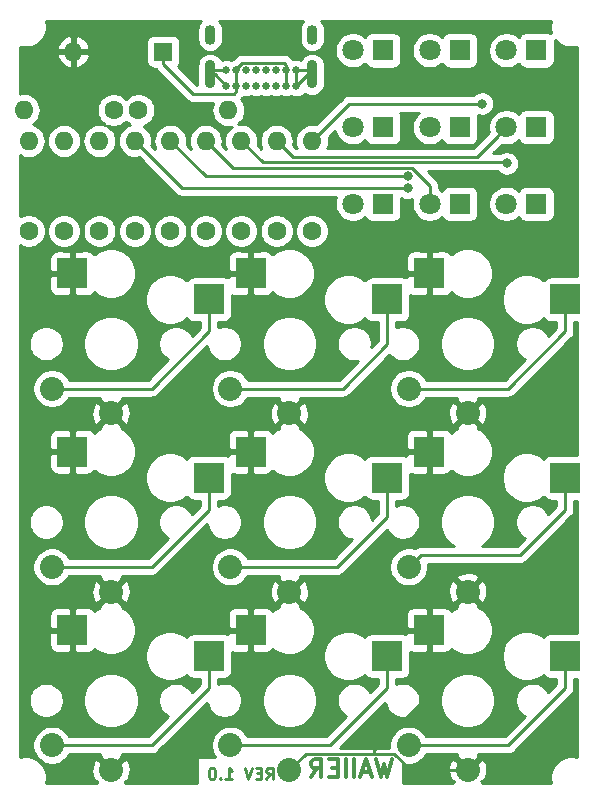
<source format=gbr>
G04 #@! TF.GenerationSoftware,KiCad,Pcbnew,(5.1.0)-1*
G04 #@! TF.CreationDate,2020-10-10T18:43:04-04:00*
G04 #@! TF.ProjectId,switch_tester,73776974-6368-45f7-9465-737465722e6b,rev?*
G04 #@! TF.SameCoordinates,Original*
G04 #@! TF.FileFunction,Copper,L2,Bot*
G04 #@! TF.FilePolarity,Positive*
%FSLAX46Y46*%
G04 Gerber Fmt 4.6, Leading zero omitted, Abs format (unit mm)*
G04 Created by KiCad (PCBNEW (5.1.0)-1) date 2020-10-10 18:43:04*
%MOMM*%
%LPD*%
G04 APERTURE LIST*
%ADD10C,0.250000*%
%ADD11C,0.300000*%
%ADD12C,1.800000*%
%ADD13R,1.800000X1.800000*%
%ADD14O,1.600000X1.600000*%
%ADD15C,1.600000*%
%ADD16C,0.650000*%
%ADD17O,0.900000X2.400000*%
%ADD18O,0.900000X1.700000*%
%ADD19R,1.600000X1.600000*%
%ADD20R,2.600000X2.600000*%
%ADD21C,2.032000*%
%ADD22C,0.800000*%
%ADD23C,0.254000*%
G04 APERTURE END LIST*
D10*
X76842857Y-132602380D02*
X77176190Y-132126190D01*
X77414285Y-132602380D02*
X77414285Y-131602380D01*
X77033333Y-131602380D01*
X76938095Y-131650000D01*
X76890476Y-131697619D01*
X76842857Y-131792857D01*
X76842857Y-131935714D01*
X76890476Y-132030952D01*
X76938095Y-132078571D01*
X77033333Y-132126190D01*
X77414285Y-132126190D01*
X76414285Y-132078571D02*
X76080952Y-132078571D01*
X75938095Y-132602380D02*
X76414285Y-132602380D01*
X76414285Y-131602380D01*
X75938095Y-131602380D01*
X75652380Y-131602380D02*
X75319047Y-132602380D01*
X74985714Y-131602380D01*
X73366666Y-132602380D02*
X73938095Y-132602380D01*
X73652380Y-132602380D02*
X73652380Y-131602380D01*
X73747619Y-131745238D01*
X73842857Y-131840476D01*
X73938095Y-131888095D01*
X72938095Y-132507142D02*
X72890476Y-132554761D01*
X72938095Y-132602380D01*
X72985714Y-132554761D01*
X72938095Y-132507142D01*
X72938095Y-132602380D01*
X72271428Y-131602380D02*
X72176190Y-131602380D01*
X72080952Y-131650000D01*
X72033333Y-131697619D01*
X71985714Y-131792857D01*
X71938095Y-131983333D01*
X71938095Y-132221428D01*
X71985714Y-132411904D01*
X72033333Y-132507142D01*
X72080952Y-132554761D01*
X72176190Y-132602380D01*
X72271428Y-132602380D01*
X72366666Y-132554761D01*
X72414285Y-132507142D01*
X72461904Y-132411904D01*
X72509523Y-132221428D01*
X72509523Y-131983333D01*
X72461904Y-131792857D01*
X72414285Y-131697619D01*
X72366666Y-131650000D01*
X72271428Y-131602380D01*
D11*
X87428571Y-130888571D02*
X87071428Y-132388571D01*
X86785714Y-131317142D01*
X86500000Y-132388571D01*
X86142857Y-130888571D01*
X85642857Y-131960000D02*
X84928571Y-131960000D01*
X85785714Y-132388571D02*
X85285714Y-130888571D01*
X84785714Y-132388571D01*
X84285714Y-132388571D02*
X84285714Y-130888571D01*
X83571428Y-132388571D02*
X83571428Y-130888571D01*
X82857142Y-131602857D02*
X82357142Y-131602857D01*
X82142857Y-132388571D02*
X82857142Y-132388571D01*
X82857142Y-130888571D01*
X82142857Y-130888571D01*
X80642857Y-132388571D02*
X81142857Y-131674285D01*
X81500000Y-132388571D02*
X81500000Y-130888571D01*
X80928571Y-130888571D01*
X80785714Y-130960000D01*
X80714285Y-131031428D01*
X80642857Y-131174285D01*
X80642857Y-131388571D01*
X80714285Y-131531428D01*
X80785714Y-131602857D01*
X80928571Y-131674285D01*
X81500000Y-131674285D01*
D12*
X97160000Y-70880000D03*
D13*
X99700000Y-70880000D03*
D14*
X56280000Y-75940000D03*
D15*
X63900000Y-75940000D03*
D14*
X73620000Y-75940000D03*
D15*
X66000000Y-75940000D03*
D16*
X77675000Y-73900000D03*
X79375000Y-73900000D03*
X78525000Y-73900000D03*
X76825000Y-73900000D03*
X75975000Y-73900000D03*
X75125000Y-73900000D03*
X74275000Y-73900000D03*
X73425000Y-73900000D03*
X79375000Y-72575000D03*
X78520000Y-72575000D03*
X77670000Y-72575000D03*
X76820000Y-72575000D03*
X75970000Y-72575000D03*
X75120000Y-72575000D03*
X74270000Y-72575000D03*
X73420000Y-72575000D03*
D17*
X80725000Y-72920000D03*
X72075000Y-72920000D03*
D18*
X80725000Y-69540000D03*
X72075000Y-69540000D03*
D12*
X97160000Y-83880000D03*
D13*
X99700000Y-83880000D03*
D14*
X60480000Y-70990000D03*
D19*
X68100000Y-70990000D03*
D14*
X80700000Y-78550000D03*
D15*
X80700000Y-86170000D03*
D14*
X77700000Y-78550000D03*
D15*
X77700000Y-86170000D03*
D14*
X74700000Y-78550000D03*
D15*
X74700000Y-86170000D03*
D14*
X71700000Y-78550000D03*
D15*
X71700000Y-86170000D03*
D14*
X68700000Y-78550000D03*
D15*
X68700000Y-86170000D03*
D14*
X65700000Y-78550000D03*
D15*
X65700000Y-86170000D03*
D14*
X62700000Y-78550000D03*
D15*
X62700000Y-86170000D03*
D14*
X59700000Y-78550000D03*
D15*
X59700000Y-86170000D03*
D14*
X56700000Y-78550000D03*
D15*
X56700000Y-86170000D03*
D20*
X90605000Y-119962000D03*
D21*
X88880000Y-129712000D03*
X93880000Y-131812000D03*
D20*
X102155000Y-122162000D03*
X90605000Y-104862000D03*
D21*
X88880000Y-114612000D03*
X93880000Y-116712000D03*
D20*
X102155000Y-107062000D03*
X90605000Y-89762000D03*
D21*
X88880000Y-99512000D03*
X93880000Y-101612000D03*
D20*
X102155000Y-91962000D03*
X75505000Y-119962000D03*
D21*
X73780000Y-129712000D03*
X78780000Y-131812000D03*
D20*
X87055000Y-122162000D03*
X75505000Y-104862000D03*
D21*
X73780000Y-114612000D03*
X78780000Y-116712000D03*
D20*
X87055000Y-107062000D03*
X75505000Y-89762000D03*
D21*
X73780000Y-99512000D03*
X78780000Y-101612000D03*
D20*
X87055000Y-91962000D03*
X60405000Y-119962000D03*
D21*
X58680000Y-129712000D03*
X63680000Y-131812000D03*
D20*
X71955000Y-122162000D03*
X60405000Y-104862000D03*
D21*
X58680000Y-114612000D03*
X63680000Y-116712000D03*
D20*
X71955000Y-107062000D03*
X60405000Y-89762000D03*
D21*
X58680000Y-99512000D03*
X63680000Y-101612000D03*
D20*
X71955000Y-91962000D03*
D12*
X97160000Y-77380000D03*
D13*
X99700000Y-77380000D03*
D12*
X90660000Y-83880000D03*
D13*
X93200000Y-83880000D03*
D12*
X90660000Y-77380000D03*
D13*
X93200000Y-77380000D03*
D12*
X90660000Y-70880000D03*
D13*
X93200000Y-70880000D03*
D12*
X84160000Y-83880000D03*
D13*
X86700000Y-83880000D03*
D12*
X84160000Y-77380000D03*
D13*
X86700000Y-77380000D03*
D12*
X84160000Y-70880000D03*
D13*
X86700000Y-70880000D03*
D22*
X88800000Y-82540000D03*
X88800000Y-81539997D03*
X97195000Y-80445000D03*
X95100000Y-75390000D03*
D10*
X71024998Y-82540000D02*
X88800000Y-82540000D01*
X65700000Y-78550000D02*
X69690000Y-82540000D01*
X69690000Y-82540000D02*
X71024998Y-82540000D01*
X88793604Y-81546393D02*
X88800000Y-81539997D01*
X68700000Y-78550000D02*
X71696393Y-81546393D01*
X71696393Y-81546393D02*
X88793604Y-81546393D01*
X90660000Y-82607208D02*
X90660000Y-83880000D01*
X90660000Y-82326995D02*
X90660000Y-82607208D01*
X89148001Y-80814996D02*
X90660000Y-82326995D01*
X73964996Y-80814996D02*
X89148001Y-80814996D01*
X71700000Y-78550000D02*
X73964996Y-80814996D01*
X74700000Y-78550000D02*
X76514986Y-80364986D01*
X76514986Y-80364986D02*
X89375014Y-80364986D01*
X97114986Y-80364986D02*
X97195000Y-80445000D01*
X89375014Y-80364986D02*
X97114986Y-80364986D01*
X96260001Y-78279999D02*
X97160000Y-77380000D01*
X94625024Y-79914976D02*
X96260001Y-78279999D01*
X79064976Y-79914976D02*
X94625024Y-79914976D01*
X77700000Y-78550000D02*
X79064976Y-79914976D01*
X80700000Y-78550000D02*
X83860000Y-75390000D01*
X83860000Y-75390000D02*
X95100000Y-75390000D01*
X92443160Y-131812000D02*
X93880000Y-131812000D01*
X89069946Y-131812000D02*
X92443160Y-131812000D01*
X87671507Y-130413561D02*
X89069946Y-131812000D01*
X78780000Y-131812000D02*
X80178439Y-130413561D01*
X90605000Y-121512000D02*
X90605000Y-119962000D01*
X90605000Y-125427334D02*
X90605000Y-121512000D01*
X85923561Y-130108773D02*
X90605000Y-125427334D01*
X85923561Y-130413561D02*
X85923561Y-130108773D01*
X85923561Y-130413561D02*
X87671507Y-130413561D01*
X80178439Y-130413561D02*
X85923561Y-130413561D01*
X71955000Y-93512000D02*
X71955000Y-91962000D01*
X71955000Y-94677334D02*
X71955000Y-93512000D01*
X67120334Y-99512000D02*
X71955000Y-94677334D01*
X58680000Y-99512000D02*
X67120334Y-99512000D01*
X71955000Y-108612000D02*
X71955000Y-107062000D01*
X71955000Y-109777334D02*
X71955000Y-108612000D01*
X67120334Y-114612000D02*
X71955000Y-109777334D01*
X58680000Y-114612000D02*
X67120334Y-114612000D01*
X71955000Y-123712000D02*
X71955000Y-122162000D01*
X71955000Y-124877334D02*
X71955000Y-123712000D01*
X67120334Y-129712000D02*
X71955000Y-124877334D01*
X58680000Y-129712000D02*
X67120334Y-129712000D01*
X87055000Y-93512000D02*
X87055000Y-91962000D01*
X87055000Y-95779099D02*
X87055000Y-93512000D01*
X83322099Y-99512000D02*
X87055000Y-95779099D01*
X73780000Y-99512000D02*
X83322099Y-99512000D01*
X87055000Y-108612000D02*
X87055000Y-107062000D01*
X87055000Y-110396666D02*
X87055000Y-108612000D01*
X82839666Y-114612000D02*
X87055000Y-110396666D01*
X73780000Y-114612000D02*
X82839666Y-114612000D01*
X87055000Y-123712000D02*
X87055000Y-122162000D01*
X87055000Y-124877334D02*
X87055000Y-123712000D01*
X82220334Y-129712000D02*
X87055000Y-124877334D01*
X73780000Y-129712000D02*
X82220334Y-129712000D01*
X102155000Y-93512000D02*
X102155000Y-91962000D01*
X102155000Y-94677334D02*
X102155000Y-93512000D01*
X97320334Y-99512000D02*
X102155000Y-94677334D01*
X88880000Y-99512000D02*
X97320334Y-99512000D01*
X102155000Y-108612000D02*
X102155000Y-107062000D01*
X102155000Y-109777334D02*
X102155000Y-108612000D01*
X98336333Y-113596001D02*
X102155000Y-109777334D01*
X89895999Y-113596001D02*
X98336333Y-113596001D01*
X88880000Y-114612000D02*
X89895999Y-113596001D01*
X102155000Y-123712000D02*
X102155000Y-122162000D01*
X102155000Y-124877334D02*
X102155000Y-123712000D01*
X97320334Y-129712000D02*
X102155000Y-124877334D01*
X88880000Y-129712000D02*
X97320334Y-129712000D01*
X74270000Y-73895000D02*
X74275000Y-73900000D01*
X74270000Y-72575000D02*
X74270000Y-73895000D01*
X78520000Y-73895000D02*
X78525000Y-73900000D01*
X78520000Y-72575000D02*
X78520000Y-73895000D01*
X74275000Y-74359619D02*
X74275000Y-73900000D01*
X74084618Y-74550001D02*
X74275000Y-74359619D01*
X70610001Y-74550001D02*
X74084618Y-74550001D01*
X68100000Y-72040000D02*
X70610001Y-74550001D01*
X68100000Y-70990000D02*
X68100000Y-72040000D01*
X78520000Y-72115381D02*
X78520000Y-72575000D01*
X78329618Y-71924999D02*
X78520000Y-72115381D01*
X74807999Y-71924999D02*
X78329618Y-71924999D01*
X74270000Y-72462998D02*
X74807999Y-71924999D01*
X74270000Y-72575000D02*
X74270000Y-72462998D01*
X72420000Y-72575000D02*
X72075000Y-72920000D01*
X73420000Y-72575000D02*
X72420000Y-72575000D01*
X72445000Y-72920000D02*
X73425000Y-73900000D01*
X72075000Y-72920000D02*
X72445000Y-72920000D01*
X80380000Y-72575000D02*
X80725000Y-72920000D01*
X79375000Y-72575000D02*
X80380000Y-72575000D01*
X80355000Y-72920000D02*
X79375000Y-73900000D01*
X80725000Y-72920000D02*
X80355000Y-72920000D01*
X79375000Y-73900000D02*
X79375000Y-72575000D01*
D23*
G36*
X71304079Y-68369078D02*
G01*
X71168492Y-68534290D01*
X71067742Y-68722780D01*
X71005700Y-68927303D01*
X70990000Y-69086706D01*
X70990000Y-69993293D01*
X71005700Y-70152696D01*
X71067741Y-70357219D01*
X71168491Y-70545710D01*
X71304078Y-70710922D01*
X71469290Y-70846509D01*
X71657780Y-70947259D01*
X71862303Y-71009300D01*
X72075000Y-71030249D01*
X72287696Y-71009300D01*
X72492219Y-70947259D01*
X72680710Y-70846509D01*
X72845922Y-70710922D01*
X72981509Y-70545710D01*
X73082259Y-70357220D01*
X73144300Y-70152697D01*
X73160000Y-69993294D01*
X73160000Y-69086707D01*
X73144300Y-68927304D01*
X73082259Y-68722780D01*
X72981509Y-68534290D01*
X72845922Y-68369078D01*
X72834861Y-68360000D01*
X79965140Y-68360000D01*
X79954079Y-68369078D01*
X79818492Y-68534290D01*
X79717742Y-68722780D01*
X79655700Y-68927303D01*
X79640000Y-69086706D01*
X79640000Y-69993293D01*
X79655700Y-70152696D01*
X79717741Y-70357219D01*
X79818491Y-70545710D01*
X79954078Y-70710922D01*
X80119290Y-70846509D01*
X80307780Y-70947259D01*
X80512303Y-71009300D01*
X80725000Y-71030249D01*
X80937696Y-71009300D01*
X81142219Y-70947259D01*
X81330710Y-70846509D01*
X81474118Y-70728816D01*
X82625000Y-70728816D01*
X82625000Y-71031184D01*
X82683989Y-71327743D01*
X82799701Y-71607095D01*
X82967688Y-71858505D01*
X83181495Y-72072312D01*
X83432905Y-72240299D01*
X83712257Y-72356011D01*
X84008816Y-72415000D01*
X84311184Y-72415000D01*
X84607743Y-72356011D01*
X84887095Y-72240299D01*
X85138505Y-72072312D01*
X85204944Y-72005873D01*
X85210498Y-72024180D01*
X85269463Y-72134494D01*
X85348815Y-72231185D01*
X85445506Y-72310537D01*
X85555820Y-72369502D01*
X85675518Y-72405812D01*
X85800000Y-72418072D01*
X87600000Y-72418072D01*
X87724482Y-72405812D01*
X87844180Y-72369502D01*
X87954494Y-72310537D01*
X88051185Y-72231185D01*
X88130537Y-72134494D01*
X88189502Y-72024180D01*
X88225812Y-71904482D01*
X88238072Y-71780000D01*
X88238072Y-70728816D01*
X89125000Y-70728816D01*
X89125000Y-71031184D01*
X89183989Y-71327743D01*
X89299701Y-71607095D01*
X89467688Y-71858505D01*
X89681495Y-72072312D01*
X89932905Y-72240299D01*
X90212257Y-72356011D01*
X90508816Y-72415000D01*
X90811184Y-72415000D01*
X91107743Y-72356011D01*
X91387095Y-72240299D01*
X91638505Y-72072312D01*
X91704944Y-72005873D01*
X91710498Y-72024180D01*
X91769463Y-72134494D01*
X91848815Y-72231185D01*
X91945506Y-72310537D01*
X92055820Y-72369502D01*
X92175518Y-72405812D01*
X92300000Y-72418072D01*
X94100000Y-72418072D01*
X94224482Y-72405812D01*
X94344180Y-72369502D01*
X94454494Y-72310537D01*
X94551185Y-72231185D01*
X94630537Y-72134494D01*
X94689502Y-72024180D01*
X94725812Y-71904482D01*
X94738072Y-71780000D01*
X94738072Y-69980000D01*
X94725812Y-69855518D01*
X94689502Y-69735820D01*
X94630537Y-69625506D01*
X94551185Y-69528815D01*
X94454494Y-69449463D01*
X94344180Y-69390498D01*
X94224482Y-69354188D01*
X94100000Y-69341928D01*
X92300000Y-69341928D01*
X92175518Y-69354188D01*
X92055820Y-69390498D01*
X91945506Y-69449463D01*
X91848815Y-69528815D01*
X91769463Y-69625506D01*
X91710498Y-69735820D01*
X91704944Y-69754127D01*
X91638505Y-69687688D01*
X91387095Y-69519701D01*
X91107743Y-69403989D01*
X90811184Y-69345000D01*
X90508816Y-69345000D01*
X90212257Y-69403989D01*
X89932905Y-69519701D01*
X89681495Y-69687688D01*
X89467688Y-69901495D01*
X89299701Y-70152905D01*
X89183989Y-70432257D01*
X89125000Y-70728816D01*
X88238072Y-70728816D01*
X88238072Y-69980000D01*
X88225812Y-69855518D01*
X88189502Y-69735820D01*
X88130537Y-69625506D01*
X88051185Y-69528815D01*
X87954494Y-69449463D01*
X87844180Y-69390498D01*
X87724482Y-69354188D01*
X87600000Y-69341928D01*
X85800000Y-69341928D01*
X85675518Y-69354188D01*
X85555820Y-69390498D01*
X85445506Y-69449463D01*
X85348815Y-69528815D01*
X85269463Y-69625506D01*
X85210498Y-69735820D01*
X85204944Y-69754127D01*
X85138505Y-69687688D01*
X84887095Y-69519701D01*
X84607743Y-69403989D01*
X84311184Y-69345000D01*
X84008816Y-69345000D01*
X83712257Y-69403989D01*
X83432905Y-69519701D01*
X83181495Y-69687688D01*
X82967688Y-69901495D01*
X82799701Y-70152905D01*
X82683989Y-70432257D01*
X82625000Y-70728816D01*
X81474118Y-70728816D01*
X81495922Y-70710922D01*
X81631509Y-70545710D01*
X81732259Y-70357220D01*
X81794300Y-70152697D01*
X81810000Y-69993294D01*
X81810000Y-69086707D01*
X81794300Y-68927304D01*
X81732259Y-68722780D01*
X81631509Y-68534290D01*
X81495922Y-68369078D01*
X81484861Y-68360000D01*
X100945725Y-68360000D01*
X100931675Y-68393919D01*
X100865000Y-68729117D01*
X100865000Y-69070883D01*
X100931675Y-69406081D01*
X100948265Y-69446134D01*
X100844180Y-69390498D01*
X100724482Y-69354188D01*
X100600000Y-69341928D01*
X98800000Y-69341928D01*
X98675518Y-69354188D01*
X98555820Y-69390498D01*
X98445506Y-69449463D01*
X98348815Y-69528815D01*
X98269463Y-69625506D01*
X98210498Y-69735820D01*
X98204944Y-69754127D01*
X98138505Y-69687688D01*
X97887095Y-69519701D01*
X97607743Y-69403989D01*
X97311184Y-69345000D01*
X97008816Y-69345000D01*
X96712257Y-69403989D01*
X96432905Y-69519701D01*
X96181495Y-69687688D01*
X95967688Y-69901495D01*
X95799701Y-70152905D01*
X95683989Y-70432257D01*
X95625000Y-70728816D01*
X95625000Y-71031184D01*
X95683989Y-71327743D01*
X95799701Y-71607095D01*
X95967688Y-71858505D01*
X96181495Y-72072312D01*
X96432905Y-72240299D01*
X96712257Y-72356011D01*
X97008816Y-72415000D01*
X97311184Y-72415000D01*
X97607743Y-72356011D01*
X97887095Y-72240299D01*
X98138505Y-72072312D01*
X98204944Y-72005873D01*
X98210498Y-72024180D01*
X98269463Y-72134494D01*
X98348815Y-72231185D01*
X98445506Y-72310537D01*
X98555820Y-72369502D01*
X98675518Y-72405812D01*
X98800000Y-72418072D01*
X100600000Y-72418072D01*
X100724482Y-72405812D01*
X100844180Y-72369502D01*
X100954494Y-72310537D01*
X101051185Y-72231185D01*
X101130537Y-72134494D01*
X101189502Y-72024180D01*
X101225812Y-71904482D01*
X101238072Y-71780000D01*
X101238072Y-69984649D01*
X101252337Y-70005998D01*
X101494002Y-70247663D01*
X101778169Y-70437537D01*
X102093919Y-70568325D01*
X102429117Y-70635000D01*
X102770883Y-70635000D01*
X103106081Y-70568325D01*
X103140000Y-70554275D01*
X103140000Y-90023928D01*
X100855000Y-90023928D01*
X100730518Y-90036188D01*
X100610820Y-90072498D01*
X100500506Y-90131463D01*
X100403815Y-90210815D01*
X100324463Y-90307506D01*
X100296732Y-90359386D01*
X100240983Y-90303637D01*
X99891302Y-90069988D01*
X99502756Y-89909047D01*
X99090279Y-89827000D01*
X98669721Y-89827000D01*
X98257244Y-89909047D01*
X97868698Y-90069988D01*
X97519017Y-90303637D01*
X97221637Y-90601017D01*
X96987988Y-90950698D01*
X96827047Y-91339244D01*
X96745000Y-91751721D01*
X96745000Y-92172279D01*
X96827047Y-92584756D01*
X96987988Y-92973302D01*
X97221637Y-93322983D01*
X97519017Y-93620363D01*
X97868698Y-93854012D01*
X98257244Y-94014953D01*
X98669721Y-94097000D01*
X99090279Y-94097000D01*
X99502756Y-94014953D01*
X99891302Y-93854012D01*
X100240983Y-93620363D01*
X100296732Y-93564614D01*
X100324463Y-93616494D01*
X100403815Y-93713185D01*
X100500506Y-93792537D01*
X100610820Y-93851502D01*
X100730518Y-93887812D01*
X100855000Y-93900072D01*
X101395001Y-93900072D01*
X101395000Y-94362532D01*
X100712189Y-95045343D01*
X100696788Y-95008162D01*
X100534174Y-94764794D01*
X100327206Y-94557826D01*
X100083838Y-94395212D01*
X99813421Y-94283202D01*
X99526348Y-94226100D01*
X99233652Y-94226100D01*
X98946579Y-94283202D01*
X98676162Y-94395212D01*
X98432794Y-94557826D01*
X98225826Y-94764794D01*
X98063212Y-95008162D01*
X97951202Y-95278579D01*
X97894100Y-95565652D01*
X97894100Y-95858348D01*
X97951202Y-96145421D01*
X98063212Y-96415838D01*
X98225826Y-96659206D01*
X98432794Y-96866174D01*
X98676162Y-97028788D01*
X98713344Y-97044189D01*
X97005533Y-98752000D01*
X90352227Y-98752000D01*
X90343097Y-98729958D01*
X90162415Y-98459549D01*
X89932451Y-98229585D01*
X89662042Y-98048903D01*
X89361579Y-97924447D01*
X89042609Y-97861000D01*
X88717391Y-97861000D01*
X88398421Y-97924447D01*
X88097958Y-98048903D01*
X87827549Y-98229585D01*
X87597585Y-98459549D01*
X87416903Y-98729958D01*
X87292447Y-99030421D01*
X87229000Y-99349391D01*
X87229000Y-99674609D01*
X87292447Y-99993579D01*
X87416903Y-100294042D01*
X87597585Y-100564451D01*
X87827549Y-100794415D01*
X88097958Y-100975097D01*
X88398421Y-101099553D01*
X88717391Y-101163000D01*
X89042609Y-101163000D01*
X89361579Y-101099553D01*
X89662042Y-100975097D01*
X89932451Y-100794415D01*
X90162415Y-100564451D01*
X90343097Y-100294042D01*
X90352227Y-100272000D01*
X92983722Y-100272000D01*
X92912782Y-100465177D01*
X93880000Y-101432395D01*
X94847218Y-100465177D01*
X94776278Y-100272000D01*
X97283012Y-100272000D01*
X97320334Y-100275676D01*
X97357656Y-100272000D01*
X97357667Y-100272000D01*
X97469320Y-100261003D01*
X97612581Y-100217546D01*
X97744610Y-100146974D01*
X97860335Y-100052001D01*
X97884138Y-100022997D01*
X102666004Y-95241132D01*
X102695001Y-95217335D01*
X102789974Y-95101610D01*
X102860546Y-94969581D01*
X102904003Y-94826320D01*
X102915000Y-94714667D01*
X102915000Y-94714658D01*
X102918676Y-94677335D01*
X102915000Y-94640012D01*
X102915000Y-93900072D01*
X103140000Y-93900072D01*
X103140001Y-105123928D01*
X100855000Y-105123928D01*
X100730518Y-105136188D01*
X100610820Y-105172498D01*
X100500506Y-105231463D01*
X100403815Y-105310815D01*
X100324463Y-105407506D01*
X100296732Y-105459386D01*
X100240983Y-105403637D01*
X99891302Y-105169988D01*
X99502756Y-105009047D01*
X99090279Y-104927000D01*
X98669721Y-104927000D01*
X98257244Y-105009047D01*
X97868698Y-105169988D01*
X97519017Y-105403637D01*
X97221637Y-105701017D01*
X96987988Y-106050698D01*
X96827047Y-106439244D01*
X96745000Y-106851721D01*
X96745000Y-107272279D01*
X96827047Y-107684756D01*
X96987988Y-108073302D01*
X97221637Y-108422983D01*
X97519017Y-108720363D01*
X97868698Y-108954012D01*
X98257244Y-109114953D01*
X98669721Y-109197000D01*
X99090279Y-109197000D01*
X99502756Y-109114953D01*
X99891302Y-108954012D01*
X100240983Y-108720363D01*
X100296732Y-108664614D01*
X100324463Y-108716494D01*
X100403815Y-108813185D01*
X100500506Y-108892537D01*
X100610820Y-108951502D01*
X100730518Y-108987812D01*
X100855000Y-109000072D01*
X101395001Y-109000072D01*
X101395000Y-109462532D01*
X100712189Y-110145343D01*
X100696788Y-110108162D01*
X100534174Y-109864794D01*
X100327206Y-109657826D01*
X100083838Y-109495212D01*
X99813421Y-109383202D01*
X99526348Y-109326100D01*
X99233652Y-109326100D01*
X98946579Y-109383202D01*
X98676162Y-109495212D01*
X98432794Y-109657826D01*
X98225826Y-109864794D01*
X98063212Y-110108162D01*
X97951202Y-110378579D01*
X97894100Y-110665652D01*
X97894100Y-110958348D01*
X97951202Y-111245421D01*
X98063212Y-111515838D01*
X98225826Y-111759206D01*
X98432794Y-111966174D01*
X98676162Y-112128788D01*
X98713344Y-112144189D01*
X98021532Y-112836001D01*
X95079856Y-112836001D01*
X95377719Y-112636976D01*
X95704976Y-112309719D01*
X95962100Y-111924905D01*
X96139210Y-111497324D01*
X96229500Y-111043406D01*
X96229500Y-110580594D01*
X96139210Y-110126676D01*
X95962100Y-109699095D01*
X95704976Y-109314281D01*
X95377719Y-108987024D01*
X94992905Y-108729900D01*
X94565324Y-108552790D01*
X94111406Y-108462500D01*
X93648594Y-108462500D01*
X93194676Y-108552790D01*
X92767095Y-108729900D01*
X92382281Y-108987024D01*
X92055024Y-109314281D01*
X91797900Y-109699095D01*
X91620790Y-110126676D01*
X91530500Y-110580594D01*
X91530500Y-111043406D01*
X91620790Y-111497324D01*
X91797900Y-111924905D01*
X92055024Y-112309719D01*
X92382281Y-112636976D01*
X92680144Y-112836001D01*
X89933332Y-112836001D01*
X89895999Y-112832324D01*
X89858666Y-112836001D01*
X89747013Y-112846998D01*
X89603752Y-112890455D01*
X89471723Y-112961027D01*
X89383421Y-113033494D01*
X89361579Y-113024447D01*
X89042609Y-112961000D01*
X88717391Y-112961000D01*
X88398421Y-113024447D01*
X88097958Y-113148903D01*
X87827549Y-113329585D01*
X87597585Y-113559549D01*
X87416903Y-113829958D01*
X87292447Y-114130421D01*
X87229000Y-114449391D01*
X87229000Y-114774609D01*
X87292447Y-115093579D01*
X87416903Y-115394042D01*
X87597585Y-115664451D01*
X87827549Y-115894415D01*
X88097958Y-116075097D01*
X88398421Y-116199553D01*
X88717391Y-116263000D01*
X89042609Y-116263000D01*
X89361579Y-116199553D01*
X89662042Y-116075097D01*
X89932451Y-115894415D01*
X90162415Y-115664451D01*
X90228747Y-115565177D01*
X92912782Y-115565177D01*
X93880000Y-116532395D01*
X94847218Y-115565177D01*
X94749522Y-115299140D01*
X94457179Y-115156652D01*
X94142656Y-115073936D01*
X93818038Y-115054169D01*
X93495802Y-115098112D01*
X93188330Y-115204076D01*
X93010478Y-115299140D01*
X92912782Y-115565177D01*
X90228747Y-115565177D01*
X90343097Y-115394042D01*
X90467553Y-115093579D01*
X90531000Y-114774609D01*
X90531000Y-114449391D01*
X90512424Y-114356001D01*
X98299011Y-114356001D01*
X98336333Y-114359677D01*
X98373655Y-114356001D01*
X98373666Y-114356001D01*
X98485319Y-114345004D01*
X98628580Y-114301547D01*
X98760609Y-114230975D01*
X98876334Y-114136002D01*
X98900137Y-114106998D01*
X102666004Y-110341132D01*
X102695001Y-110317335D01*
X102789974Y-110201610D01*
X102860546Y-110069581D01*
X102904003Y-109926320D01*
X102915000Y-109814667D01*
X102915000Y-109814659D01*
X102918676Y-109777334D01*
X102915000Y-109740009D01*
X102915000Y-109000072D01*
X103140001Y-109000072D01*
X103140001Y-120223928D01*
X100855000Y-120223928D01*
X100730518Y-120236188D01*
X100610820Y-120272498D01*
X100500506Y-120331463D01*
X100403815Y-120410815D01*
X100324463Y-120507506D01*
X100296732Y-120559386D01*
X100240983Y-120503637D01*
X99891302Y-120269988D01*
X99502756Y-120109047D01*
X99090279Y-120027000D01*
X98669721Y-120027000D01*
X98257244Y-120109047D01*
X97868698Y-120269988D01*
X97519017Y-120503637D01*
X97221637Y-120801017D01*
X96987988Y-121150698D01*
X96827047Y-121539244D01*
X96745000Y-121951721D01*
X96745000Y-122372279D01*
X96827047Y-122784756D01*
X96987988Y-123173302D01*
X97221637Y-123522983D01*
X97519017Y-123820363D01*
X97868698Y-124054012D01*
X98257244Y-124214953D01*
X98669721Y-124297000D01*
X99090279Y-124297000D01*
X99502756Y-124214953D01*
X99891302Y-124054012D01*
X100240983Y-123820363D01*
X100296732Y-123764614D01*
X100324463Y-123816494D01*
X100403815Y-123913185D01*
X100500506Y-123992537D01*
X100610820Y-124051502D01*
X100730518Y-124087812D01*
X100855000Y-124100072D01*
X101395001Y-124100072D01*
X101395000Y-124562532D01*
X100712189Y-125245343D01*
X100696788Y-125208162D01*
X100534174Y-124964794D01*
X100327206Y-124757826D01*
X100083838Y-124595212D01*
X99813421Y-124483202D01*
X99526348Y-124426100D01*
X99233652Y-124426100D01*
X98946579Y-124483202D01*
X98676162Y-124595212D01*
X98432794Y-124757826D01*
X98225826Y-124964794D01*
X98063212Y-125208162D01*
X97951202Y-125478579D01*
X97894100Y-125765652D01*
X97894100Y-126058348D01*
X97951202Y-126345421D01*
X98063212Y-126615838D01*
X98225826Y-126859206D01*
X98432794Y-127066174D01*
X98676162Y-127228788D01*
X98713344Y-127244189D01*
X97005533Y-128952000D01*
X90352227Y-128952000D01*
X90343097Y-128929958D01*
X90162415Y-128659549D01*
X89932451Y-128429585D01*
X89662042Y-128248903D01*
X89361579Y-128124447D01*
X89042609Y-128061000D01*
X88717391Y-128061000D01*
X88398421Y-128124447D01*
X88097958Y-128248903D01*
X87827549Y-128429585D01*
X87597585Y-128659549D01*
X87416903Y-128929958D01*
X87292447Y-129230421D01*
X87229000Y-129549391D01*
X87229000Y-129874609D01*
X87238029Y-129920000D01*
X83087135Y-129920000D01*
X86903173Y-126103963D01*
X86951202Y-126345421D01*
X87063212Y-126615838D01*
X87225826Y-126859206D01*
X87432794Y-127066174D01*
X87676162Y-127228788D01*
X87946579Y-127340798D01*
X88233652Y-127397900D01*
X88526348Y-127397900D01*
X88813421Y-127340798D01*
X89083838Y-127228788D01*
X89327206Y-127066174D01*
X89534174Y-126859206D01*
X89696788Y-126615838D01*
X89808798Y-126345421D01*
X89865900Y-126058348D01*
X89865900Y-125765652D01*
X89848982Y-125680594D01*
X91530500Y-125680594D01*
X91530500Y-126143406D01*
X91620790Y-126597324D01*
X91797900Y-127024905D01*
X92055024Y-127409719D01*
X92382281Y-127736976D01*
X92767095Y-127994100D01*
X93194676Y-128171210D01*
X93648594Y-128261500D01*
X94111406Y-128261500D01*
X94565324Y-128171210D01*
X94992905Y-127994100D01*
X95377719Y-127736976D01*
X95704976Y-127409719D01*
X95962100Y-127024905D01*
X96139210Y-126597324D01*
X96229500Y-126143406D01*
X96229500Y-125680594D01*
X96139210Y-125226676D01*
X95962100Y-124799095D01*
X95704976Y-124414281D01*
X95377719Y-124087024D01*
X94992905Y-123829900D01*
X94565324Y-123652790D01*
X94111406Y-123562500D01*
X93648594Y-123562500D01*
X93194676Y-123652790D01*
X92767095Y-123829900D01*
X92382281Y-124087024D01*
X92055024Y-124414281D01*
X91797900Y-124799095D01*
X91620790Y-125226676D01*
X91530500Y-125680594D01*
X89848982Y-125680594D01*
X89808798Y-125478579D01*
X89696788Y-125208162D01*
X89534174Y-124964794D01*
X89327206Y-124757826D01*
X89083838Y-124595212D01*
X88813421Y-124483202D01*
X88526348Y-124426100D01*
X88233652Y-124426100D01*
X87946579Y-124483202D01*
X87815000Y-124537704D01*
X87815000Y-124100072D01*
X88355000Y-124100072D01*
X88479482Y-124087812D01*
X88599180Y-124051502D01*
X88709494Y-123992537D01*
X88806185Y-123913185D01*
X88885537Y-123816494D01*
X88944502Y-123706180D01*
X88980812Y-123586482D01*
X88993072Y-123462000D01*
X88993072Y-121815289D01*
X89060820Y-121851502D01*
X89180518Y-121887812D01*
X89305000Y-121900072D01*
X90319250Y-121897000D01*
X90478000Y-121738250D01*
X90478000Y-120089000D01*
X88828750Y-120089000D01*
X88670000Y-120247750D01*
X88669811Y-120310251D01*
X88599180Y-120272498D01*
X88479482Y-120236188D01*
X88355000Y-120223928D01*
X85755000Y-120223928D01*
X85630518Y-120236188D01*
X85510820Y-120272498D01*
X85400506Y-120331463D01*
X85303815Y-120410815D01*
X85224463Y-120507506D01*
X85196732Y-120559386D01*
X85140983Y-120503637D01*
X84791302Y-120269988D01*
X84402756Y-120109047D01*
X83990279Y-120027000D01*
X83569721Y-120027000D01*
X83157244Y-120109047D01*
X82768698Y-120269988D01*
X82419017Y-120503637D01*
X82121637Y-120801017D01*
X81887988Y-121150698D01*
X81727047Y-121539244D01*
X81645000Y-121951721D01*
X81645000Y-122372279D01*
X81727047Y-122784756D01*
X81887988Y-123173302D01*
X82121637Y-123522983D01*
X82419017Y-123820363D01*
X82768698Y-124054012D01*
X83157244Y-124214953D01*
X83569721Y-124297000D01*
X83990279Y-124297000D01*
X84402756Y-124214953D01*
X84791302Y-124054012D01*
X85140983Y-123820363D01*
X85196732Y-123764614D01*
X85224463Y-123816494D01*
X85303815Y-123913185D01*
X85400506Y-123992537D01*
X85510820Y-124051502D01*
X85630518Y-124087812D01*
X85755000Y-124100072D01*
X86295001Y-124100072D01*
X86295000Y-124562532D01*
X85612189Y-125245343D01*
X85596788Y-125208162D01*
X85434174Y-124964794D01*
X85227206Y-124757826D01*
X84983838Y-124595212D01*
X84713421Y-124483202D01*
X84426348Y-124426100D01*
X84133652Y-124426100D01*
X83846579Y-124483202D01*
X83576162Y-124595212D01*
X83332794Y-124757826D01*
X83125826Y-124964794D01*
X82963212Y-125208162D01*
X82851202Y-125478579D01*
X82794100Y-125765652D01*
X82794100Y-126058348D01*
X82851202Y-126345421D01*
X82963212Y-126615838D01*
X83125826Y-126859206D01*
X83332794Y-127066174D01*
X83576162Y-127228788D01*
X83613344Y-127244189D01*
X81905533Y-128952000D01*
X75252227Y-128952000D01*
X75243097Y-128929958D01*
X75062415Y-128659549D01*
X74832451Y-128429585D01*
X74562042Y-128248903D01*
X74261579Y-128124447D01*
X73942609Y-128061000D01*
X73617391Y-128061000D01*
X73298421Y-128124447D01*
X72997958Y-128248903D01*
X72727549Y-128429585D01*
X72497585Y-128659549D01*
X72316903Y-128929958D01*
X72192447Y-129230421D01*
X72129000Y-129549391D01*
X72129000Y-129874609D01*
X72192447Y-130193579D01*
X72316903Y-130494042D01*
X72476236Y-130732500D01*
X70987619Y-130732500D01*
X70987619Y-132940000D01*
X64897295Y-132940000D01*
X64942451Y-132894844D01*
X64826825Y-132779217D01*
X65092860Y-132681522D01*
X65235348Y-132389179D01*
X65318064Y-132074656D01*
X65337831Y-131750038D01*
X65293888Y-131427802D01*
X65187924Y-131120330D01*
X65092860Y-130942478D01*
X64826823Y-130844782D01*
X63859605Y-131812000D01*
X63873748Y-131826143D01*
X63694143Y-132005748D01*
X63680000Y-131991605D01*
X63665858Y-132005748D01*
X63486253Y-131826143D01*
X63500395Y-131812000D01*
X62533177Y-130844782D01*
X62267140Y-130942478D01*
X62124652Y-131234821D01*
X62041936Y-131549344D01*
X62022169Y-131873962D01*
X62066112Y-132196198D01*
X62172076Y-132503670D01*
X62267140Y-132681522D01*
X62533175Y-132779217D01*
X62417549Y-132894844D01*
X62462705Y-132940000D01*
X58154275Y-132940000D01*
X58168325Y-132906081D01*
X58235000Y-132570883D01*
X58235000Y-132229117D01*
X58168325Y-131893919D01*
X58037537Y-131578169D01*
X57847663Y-131294002D01*
X57605998Y-131052337D01*
X57321831Y-130862463D01*
X57006081Y-130731675D01*
X56670883Y-130665000D01*
X56329117Y-130665000D01*
X55993919Y-130731675D01*
X55960000Y-130745725D01*
X55960000Y-129549391D01*
X57029000Y-129549391D01*
X57029000Y-129874609D01*
X57092447Y-130193579D01*
X57216903Y-130494042D01*
X57397585Y-130764451D01*
X57627549Y-130994415D01*
X57897958Y-131175097D01*
X58198421Y-131299553D01*
X58517391Y-131363000D01*
X58842609Y-131363000D01*
X59161579Y-131299553D01*
X59462042Y-131175097D01*
X59732451Y-130994415D01*
X59962415Y-130764451D01*
X60143097Y-130494042D01*
X60152227Y-130472000D01*
X62783722Y-130472000D01*
X62712782Y-130665177D01*
X63680000Y-131632395D01*
X64647218Y-130665177D01*
X64576278Y-130472000D01*
X67083012Y-130472000D01*
X67120334Y-130475676D01*
X67157656Y-130472000D01*
X67157667Y-130472000D01*
X67269320Y-130461003D01*
X67412581Y-130417546D01*
X67544610Y-130346974D01*
X67660335Y-130252001D01*
X67684138Y-130222997D01*
X71803173Y-126103963D01*
X71851202Y-126345421D01*
X71963212Y-126615838D01*
X72125826Y-126859206D01*
X72332794Y-127066174D01*
X72576162Y-127228788D01*
X72846579Y-127340798D01*
X73133652Y-127397900D01*
X73426348Y-127397900D01*
X73713421Y-127340798D01*
X73983838Y-127228788D01*
X74227206Y-127066174D01*
X74434174Y-126859206D01*
X74596788Y-126615838D01*
X74708798Y-126345421D01*
X74765900Y-126058348D01*
X74765900Y-125765652D01*
X74748982Y-125680594D01*
X76430500Y-125680594D01*
X76430500Y-126143406D01*
X76520790Y-126597324D01*
X76697900Y-127024905D01*
X76955024Y-127409719D01*
X77282281Y-127736976D01*
X77667095Y-127994100D01*
X78094676Y-128171210D01*
X78548594Y-128261500D01*
X79011406Y-128261500D01*
X79465324Y-128171210D01*
X79892905Y-127994100D01*
X80277719Y-127736976D01*
X80604976Y-127409719D01*
X80862100Y-127024905D01*
X81039210Y-126597324D01*
X81129500Y-126143406D01*
X81129500Y-125680594D01*
X81039210Y-125226676D01*
X80862100Y-124799095D01*
X80604976Y-124414281D01*
X80277719Y-124087024D01*
X79892905Y-123829900D01*
X79465324Y-123652790D01*
X79011406Y-123562500D01*
X78548594Y-123562500D01*
X78094676Y-123652790D01*
X77667095Y-123829900D01*
X77282281Y-124087024D01*
X76955024Y-124414281D01*
X76697900Y-124799095D01*
X76520790Y-125226676D01*
X76430500Y-125680594D01*
X74748982Y-125680594D01*
X74708798Y-125478579D01*
X74596788Y-125208162D01*
X74434174Y-124964794D01*
X74227206Y-124757826D01*
X73983838Y-124595212D01*
X73713421Y-124483202D01*
X73426348Y-124426100D01*
X73133652Y-124426100D01*
X72846579Y-124483202D01*
X72715000Y-124537704D01*
X72715000Y-124100072D01*
X73255000Y-124100072D01*
X73379482Y-124087812D01*
X73499180Y-124051502D01*
X73609494Y-123992537D01*
X73706185Y-123913185D01*
X73785537Y-123816494D01*
X73844502Y-123706180D01*
X73880812Y-123586482D01*
X73893072Y-123462000D01*
X73893072Y-121815289D01*
X73960820Y-121851502D01*
X74080518Y-121887812D01*
X74205000Y-121900072D01*
X75219250Y-121897000D01*
X75378000Y-121738250D01*
X75378000Y-120089000D01*
X73728750Y-120089000D01*
X73570000Y-120247750D01*
X73569811Y-120310251D01*
X73499180Y-120272498D01*
X73379482Y-120236188D01*
X73255000Y-120223928D01*
X70655000Y-120223928D01*
X70530518Y-120236188D01*
X70410820Y-120272498D01*
X70300506Y-120331463D01*
X70203815Y-120410815D01*
X70124463Y-120507506D01*
X70096732Y-120559386D01*
X70040983Y-120503637D01*
X69691302Y-120269988D01*
X69302756Y-120109047D01*
X68890279Y-120027000D01*
X68469721Y-120027000D01*
X68057244Y-120109047D01*
X67668698Y-120269988D01*
X67319017Y-120503637D01*
X67021637Y-120801017D01*
X66787988Y-121150698D01*
X66627047Y-121539244D01*
X66545000Y-121951721D01*
X66545000Y-122372279D01*
X66627047Y-122784756D01*
X66787988Y-123173302D01*
X67021637Y-123522983D01*
X67319017Y-123820363D01*
X67668698Y-124054012D01*
X68057244Y-124214953D01*
X68469721Y-124297000D01*
X68890279Y-124297000D01*
X69302756Y-124214953D01*
X69691302Y-124054012D01*
X70040983Y-123820363D01*
X70096732Y-123764614D01*
X70124463Y-123816494D01*
X70203815Y-123913185D01*
X70300506Y-123992537D01*
X70410820Y-124051502D01*
X70530518Y-124087812D01*
X70655000Y-124100072D01*
X71195001Y-124100072D01*
X71195000Y-124562532D01*
X70512189Y-125245343D01*
X70496788Y-125208162D01*
X70334174Y-124964794D01*
X70127206Y-124757826D01*
X69883838Y-124595212D01*
X69613421Y-124483202D01*
X69326348Y-124426100D01*
X69033652Y-124426100D01*
X68746579Y-124483202D01*
X68476162Y-124595212D01*
X68232794Y-124757826D01*
X68025826Y-124964794D01*
X67863212Y-125208162D01*
X67751202Y-125478579D01*
X67694100Y-125765652D01*
X67694100Y-126058348D01*
X67751202Y-126345421D01*
X67863212Y-126615838D01*
X68025826Y-126859206D01*
X68232794Y-127066174D01*
X68476162Y-127228788D01*
X68513344Y-127244189D01*
X66805533Y-128952000D01*
X60152227Y-128952000D01*
X60143097Y-128929958D01*
X59962415Y-128659549D01*
X59732451Y-128429585D01*
X59462042Y-128248903D01*
X59161579Y-128124447D01*
X58842609Y-128061000D01*
X58517391Y-128061000D01*
X58198421Y-128124447D01*
X57897958Y-128248903D01*
X57627549Y-128429585D01*
X57397585Y-128659549D01*
X57216903Y-128929958D01*
X57092447Y-129230421D01*
X57029000Y-129549391D01*
X55960000Y-129549391D01*
X55960000Y-125765652D01*
X56694100Y-125765652D01*
X56694100Y-126058348D01*
X56751202Y-126345421D01*
X56863212Y-126615838D01*
X57025826Y-126859206D01*
X57232794Y-127066174D01*
X57476162Y-127228788D01*
X57746579Y-127340798D01*
X58033652Y-127397900D01*
X58326348Y-127397900D01*
X58613421Y-127340798D01*
X58883838Y-127228788D01*
X59127206Y-127066174D01*
X59334174Y-126859206D01*
X59496788Y-126615838D01*
X59608798Y-126345421D01*
X59665900Y-126058348D01*
X59665900Y-125765652D01*
X59648982Y-125680594D01*
X61330500Y-125680594D01*
X61330500Y-126143406D01*
X61420790Y-126597324D01*
X61597900Y-127024905D01*
X61855024Y-127409719D01*
X62182281Y-127736976D01*
X62567095Y-127994100D01*
X62994676Y-128171210D01*
X63448594Y-128261500D01*
X63911406Y-128261500D01*
X64365324Y-128171210D01*
X64792905Y-127994100D01*
X65177719Y-127736976D01*
X65504976Y-127409719D01*
X65762100Y-127024905D01*
X65939210Y-126597324D01*
X66029500Y-126143406D01*
X66029500Y-125680594D01*
X65939210Y-125226676D01*
X65762100Y-124799095D01*
X65504976Y-124414281D01*
X65177719Y-124087024D01*
X64792905Y-123829900D01*
X64365324Y-123652790D01*
X63911406Y-123562500D01*
X63448594Y-123562500D01*
X62994676Y-123652790D01*
X62567095Y-123829900D01*
X62182281Y-124087024D01*
X61855024Y-124414281D01*
X61597900Y-124799095D01*
X61420790Y-125226676D01*
X61330500Y-125680594D01*
X59648982Y-125680594D01*
X59608798Y-125478579D01*
X59496788Y-125208162D01*
X59334174Y-124964794D01*
X59127206Y-124757826D01*
X58883838Y-124595212D01*
X58613421Y-124483202D01*
X58326348Y-124426100D01*
X58033652Y-124426100D01*
X57746579Y-124483202D01*
X57476162Y-124595212D01*
X57232794Y-124757826D01*
X57025826Y-124964794D01*
X56863212Y-125208162D01*
X56751202Y-125478579D01*
X56694100Y-125765652D01*
X55960000Y-125765652D01*
X55960000Y-121262000D01*
X58466928Y-121262000D01*
X58479188Y-121386482D01*
X58515498Y-121506180D01*
X58574463Y-121616494D01*
X58653815Y-121713185D01*
X58750506Y-121792537D01*
X58860820Y-121851502D01*
X58980518Y-121887812D01*
X59105000Y-121900072D01*
X60119250Y-121897000D01*
X60278000Y-121738250D01*
X60278000Y-120089000D01*
X58628750Y-120089000D01*
X58470000Y-120247750D01*
X58466928Y-121262000D01*
X55960000Y-121262000D01*
X55960000Y-118662000D01*
X58466928Y-118662000D01*
X58470000Y-119676250D01*
X58628750Y-119835000D01*
X60278000Y-119835000D01*
X60278000Y-118185750D01*
X60532000Y-118185750D01*
X60532000Y-119835000D01*
X60552000Y-119835000D01*
X60552000Y-120089000D01*
X60532000Y-120089000D01*
X60532000Y-121738250D01*
X60690750Y-121897000D01*
X61705000Y-121900072D01*
X61829482Y-121887812D01*
X61949180Y-121851502D01*
X62059494Y-121792537D01*
X62156185Y-121713185D01*
X62235537Y-121616494D01*
X62263268Y-121564614D01*
X62319017Y-121620363D01*
X62668698Y-121854012D01*
X63057244Y-122014953D01*
X63469721Y-122097000D01*
X63890279Y-122097000D01*
X64302756Y-122014953D01*
X64691302Y-121854012D01*
X65040983Y-121620363D01*
X65338363Y-121322983D01*
X65572012Y-120973302D01*
X65732953Y-120584756D01*
X65815000Y-120172279D01*
X65815000Y-119751721D01*
X65732953Y-119339244D01*
X65572012Y-118950698D01*
X65379111Y-118662000D01*
X73566928Y-118662000D01*
X73570000Y-119676250D01*
X73728750Y-119835000D01*
X75378000Y-119835000D01*
X75378000Y-118185750D01*
X75632000Y-118185750D01*
X75632000Y-119835000D01*
X75652000Y-119835000D01*
X75652000Y-120089000D01*
X75632000Y-120089000D01*
X75632000Y-121738250D01*
X75790750Y-121897000D01*
X76805000Y-121900072D01*
X76929482Y-121887812D01*
X77049180Y-121851502D01*
X77159494Y-121792537D01*
X77256185Y-121713185D01*
X77335537Y-121616494D01*
X77363268Y-121564614D01*
X77419017Y-121620363D01*
X77768698Y-121854012D01*
X78157244Y-122014953D01*
X78569721Y-122097000D01*
X78990279Y-122097000D01*
X79402756Y-122014953D01*
X79791302Y-121854012D01*
X80140983Y-121620363D01*
X80438363Y-121322983D01*
X80672012Y-120973302D01*
X80832953Y-120584756D01*
X80915000Y-120172279D01*
X80915000Y-119751721D01*
X80832953Y-119339244D01*
X80672012Y-118950698D01*
X80479111Y-118662000D01*
X88666928Y-118662000D01*
X88670000Y-119676250D01*
X88828750Y-119835000D01*
X90478000Y-119835000D01*
X90478000Y-118185750D01*
X90732000Y-118185750D01*
X90732000Y-119835000D01*
X90752000Y-119835000D01*
X90752000Y-120089000D01*
X90732000Y-120089000D01*
X90732000Y-121738250D01*
X90890750Y-121897000D01*
X91905000Y-121900072D01*
X92029482Y-121887812D01*
X92149180Y-121851502D01*
X92259494Y-121792537D01*
X92356185Y-121713185D01*
X92435537Y-121616494D01*
X92463268Y-121564614D01*
X92519017Y-121620363D01*
X92868698Y-121854012D01*
X93257244Y-122014953D01*
X93669721Y-122097000D01*
X94090279Y-122097000D01*
X94502756Y-122014953D01*
X94891302Y-121854012D01*
X95240983Y-121620363D01*
X95538363Y-121322983D01*
X95772012Y-120973302D01*
X95932953Y-120584756D01*
X96015000Y-120172279D01*
X96015000Y-119751721D01*
X95932953Y-119339244D01*
X95772012Y-118950698D01*
X95538363Y-118601017D01*
X95240983Y-118303637D01*
X94891302Y-118069988D01*
X94785731Y-118026259D01*
X94847218Y-117858823D01*
X93880000Y-116891605D01*
X92912782Y-117858823D01*
X92974269Y-118026259D01*
X92868698Y-118069988D01*
X92519017Y-118303637D01*
X92463268Y-118359386D01*
X92435537Y-118307506D01*
X92356185Y-118210815D01*
X92259494Y-118131463D01*
X92149180Y-118072498D01*
X92029482Y-118036188D01*
X91905000Y-118023928D01*
X90890750Y-118027000D01*
X90732000Y-118185750D01*
X90478000Y-118185750D01*
X90319250Y-118027000D01*
X89305000Y-118023928D01*
X89180518Y-118036188D01*
X89060820Y-118072498D01*
X88950506Y-118131463D01*
X88853815Y-118210815D01*
X88774463Y-118307506D01*
X88715498Y-118417820D01*
X88679188Y-118537518D01*
X88666928Y-118662000D01*
X80479111Y-118662000D01*
X80438363Y-118601017D01*
X80140983Y-118303637D01*
X79791302Y-118069988D01*
X79685731Y-118026259D01*
X79747218Y-117858823D01*
X78780000Y-116891605D01*
X77812782Y-117858823D01*
X77874269Y-118026259D01*
X77768698Y-118069988D01*
X77419017Y-118303637D01*
X77363268Y-118359386D01*
X77335537Y-118307506D01*
X77256185Y-118210815D01*
X77159494Y-118131463D01*
X77049180Y-118072498D01*
X76929482Y-118036188D01*
X76805000Y-118023928D01*
X75790750Y-118027000D01*
X75632000Y-118185750D01*
X75378000Y-118185750D01*
X75219250Y-118027000D01*
X74205000Y-118023928D01*
X74080518Y-118036188D01*
X73960820Y-118072498D01*
X73850506Y-118131463D01*
X73753815Y-118210815D01*
X73674463Y-118307506D01*
X73615498Y-118417820D01*
X73579188Y-118537518D01*
X73566928Y-118662000D01*
X65379111Y-118662000D01*
X65338363Y-118601017D01*
X65040983Y-118303637D01*
X64691302Y-118069988D01*
X64585731Y-118026259D01*
X64647218Y-117858823D01*
X63680000Y-116891605D01*
X62712782Y-117858823D01*
X62774269Y-118026259D01*
X62668698Y-118069988D01*
X62319017Y-118303637D01*
X62263268Y-118359386D01*
X62235537Y-118307506D01*
X62156185Y-118210815D01*
X62059494Y-118131463D01*
X61949180Y-118072498D01*
X61829482Y-118036188D01*
X61705000Y-118023928D01*
X60690750Y-118027000D01*
X60532000Y-118185750D01*
X60278000Y-118185750D01*
X60119250Y-118027000D01*
X59105000Y-118023928D01*
X58980518Y-118036188D01*
X58860820Y-118072498D01*
X58750506Y-118131463D01*
X58653815Y-118210815D01*
X58574463Y-118307506D01*
X58515498Y-118417820D01*
X58479188Y-118537518D01*
X58466928Y-118662000D01*
X55960000Y-118662000D01*
X55960000Y-116773962D01*
X62022169Y-116773962D01*
X62066112Y-117096198D01*
X62172076Y-117403670D01*
X62267140Y-117581522D01*
X62533177Y-117679218D01*
X63500395Y-116712000D01*
X63859605Y-116712000D01*
X64826823Y-117679218D01*
X65092860Y-117581522D01*
X65235348Y-117289179D01*
X65318064Y-116974656D01*
X65330284Y-116773962D01*
X77122169Y-116773962D01*
X77166112Y-117096198D01*
X77272076Y-117403670D01*
X77367140Y-117581522D01*
X77633177Y-117679218D01*
X78600395Y-116712000D01*
X78959605Y-116712000D01*
X79926823Y-117679218D01*
X80192860Y-117581522D01*
X80335348Y-117289179D01*
X80418064Y-116974656D01*
X80430284Y-116773962D01*
X92222169Y-116773962D01*
X92266112Y-117096198D01*
X92372076Y-117403670D01*
X92467140Y-117581522D01*
X92733177Y-117679218D01*
X93700395Y-116712000D01*
X94059605Y-116712000D01*
X95026823Y-117679218D01*
X95292860Y-117581522D01*
X95435348Y-117289179D01*
X95518064Y-116974656D01*
X95537831Y-116650038D01*
X95493888Y-116327802D01*
X95387924Y-116020330D01*
X95292860Y-115842478D01*
X95026823Y-115744782D01*
X94059605Y-116712000D01*
X93700395Y-116712000D01*
X92733177Y-115744782D01*
X92467140Y-115842478D01*
X92324652Y-116134821D01*
X92241936Y-116449344D01*
X92222169Y-116773962D01*
X80430284Y-116773962D01*
X80437831Y-116650038D01*
X80393888Y-116327802D01*
X80287924Y-116020330D01*
X80192860Y-115842478D01*
X79926823Y-115744782D01*
X78959605Y-116712000D01*
X78600395Y-116712000D01*
X77633177Y-115744782D01*
X77367140Y-115842478D01*
X77224652Y-116134821D01*
X77141936Y-116449344D01*
X77122169Y-116773962D01*
X65330284Y-116773962D01*
X65337831Y-116650038D01*
X65293888Y-116327802D01*
X65187924Y-116020330D01*
X65092860Y-115842478D01*
X64826823Y-115744782D01*
X63859605Y-116712000D01*
X63500395Y-116712000D01*
X62533177Y-115744782D01*
X62267140Y-115842478D01*
X62124652Y-116134821D01*
X62041936Y-116449344D01*
X62022169Y-116773962D01*
X55960000Y-116773962D01*
X55960000Y-114449391D01*
X57029000Y-114449391D01*
X57029000Y-114774609D01*
X57092447Y-115093579D01*
X57216903Y-115394042D01*
X57397585Y-115664451D01*
X57627549Y-115894415D01*
X57897958Y-116075097D01*
X58198421Y-116199553D01*
X58517391Y-116263000D01*
X58842609Y-116263000D01*
X59161579Y-116199553D01*
X59462042Y-116075097D01*
X59732451Y-115894415D01*
X59962415Y-115664451D01*
X60143097Y-115394042D01*
X60152227Y-115372000D01*
X62783722Y-115372000D01*
X62712782Y-115565177D01*
X63680000Y-116532395D01*
X64647218Y-115565177D01*
X64576278Y-115372000D01*
X67083012Y-115372000D01*
X67120334Y-115375676D01*
X67157656Y-115372000D01*
X67157667Y-115372000D01*
X67269320Y-115361003D01*
X67412581Y-115317546D01*
X67544610Y-115246974D01*
X67660335Y-115152001D01*
X67684138Y-115122997D01*
X68357744Y-114449391D01*
X72129000Y-114449391D01*
X72129000Y-114774609D01*
X72192447Y-115093579D01*
X72316903Y-115394042D01*
X72497585Y-115664451D01*
X72727549Y-115894415D01*
X72997958Y-116075097D01*
X73298421Y-116199553D01*
X73617391Y-116263000D01*
X73942609Y-116263000D01*
X74261579Y-116199553D01*
X74562042Y-116075097D01*
X74832451Y-115894415D01*
X75062415Y-115664451D01*
X75243097Y-115394042D01*
X75252227Y-115372000D01*
X77883722Y-115372000D01*
X77812782Y-115565177D01*
X78780000Y-116532395D01*
X79747218Y-115565177D01*
X79676278Y-115372000D01*
X82802344Y-115372000D01*
X82839666Y-115375676D01*
X82876988Y-115372000D01*
X82876999Y-115372000D01*
X82988652Y-115361003D01*
X83131913Y-115317546D01*
X83263942Y-115246974D01*
X83379667Y-115152001D01*
X83403470Y-115122997D01*
X87047811Y-111478657D01*
X87063212Y-111515838D01*
X87225826Y-111759206D01*
X87432794Y-111966174D01*
X87676162Y-112128788D01*
X87946579Y-112240798D01*
X88233652Y-112297900D01*
X88526348Y-112297900D01*
X88813421Y-112240798D01*
X89083838Y-112128788D01*
X89327206Y-111966174D01*
X89534174Y-111759206D01*
X89696788Y-111515838D01*
X89808798Y-111245421D01*
X89865900Y-110958348D01*
X89865900Y-110665652D01*
X89808798Y-110378579D01*
X89696788Y-110108162D01*
X89534174Y-109864794D01*
X89327206Y-109657826D01*
X89083838Y-109495212D01*
X88813421Y-109383202D01*
X88526348Y-109326100D01*
X88233652Y-109326100D01*
X87946579Y-109383202D01*
X87815000Y-109437704D01*
X87815000Y-109000072D01*
X88355000Y-109000072D01*
X88479482Y-108987812D01*
X88599180Y-108951502D01*
X88709494Y-108892537D01*
X88806185Y-108813185D01*
X88885537Y-108716494D01*
X88944502Y-108606180D01*
X88980812Y-108486482D01*
X88993072Y-108362000D01*
X88993072Y-106715289D01*
X89060820Y-106751502D01*
X89180518Y-106787812D01*
X89305000Y-106800072D01*
X90319250Y-106797000D01*
X90478000Y-106638250D01*
X90478000Y-104989000D01*
X88828750Y-104989000D01*
X88670000Y-105147750D01*
X88669811Y-105210251D01*
X88599180Y-105172498D01*
X88479482Y-105136188D01*
X88355000Y-105123928D01*
X85755000Y-105123928D01*
X85630518Y-105136188D01*
X85510820Y-105172498D01*
X85400506Y-105231463D01*
X85303815Y-105310815D01*
X85224463Y-105407506D01*
X85196732Y-105459386D01*
X85140983Y-105403637D01*
X84791302Y-105169988D01*
X84402756Y-105009047D01*
X83990279Y-104927000D01*
X83569721Y-104927000D01*
X83157244Y-105009047D01*
X82768698Y-105169988D01*
X82419017Y-105403637D01*
X82121637Y-105701017D01*
X81887988Y-106050698D01*
X81727047Y-106439244D01*
X81645000Y-106851721D01*
X81645000Y-107272279D01*
X81727047Y-107684756D01*
X81887988Y-108073302D01*
X82121637Y-108422983D01*
X82419017Y-108720363D01*
X82768698Y-108954012D01*
X83157244Y-109114953D01*
X83569721Y-109197000D01*
X83990279Y-109197000D01*
X84402756Y-109114953D01*
X84791302Y-108954012D01*
X85140983Y-108720363D01*
X85196732Y-108664614D01*
X85224463Y-108716494D01*
X85303815Y-108813185D01*
X85400506Y-108892537D01*
X85510820Y-108951502D01*
X85630518Y-108987812D01*
X85755000Y-109000072D01*
X86295001Y-109000072D01*
X86295000Y-110081864D01*
X85756827Y-110620037D01*
X85708798Y-110378579D01*
X85596788Y-110108162D01*
X85434174Y-109864794D01*
X85227206Y-109657826D01*
X84983838Y-109495212D01*
X84713421Y-109383202D01*
X84426348Y-109326100D01*
X84133652Y-109326100D01*
X83846579Y-109383202D01*
X83576162Y-109495212D01*
X83332794Y-109657826D01*
X83125826Y-109864794D01*
X82963212Y-110108162D01*
X82851202Y-110378579D01*
X82794100Y-110665652D01*
X82794100Y-110958348D01*
X82851202Y-111245421D01*
X82963212Y-111515838D01*
X83125826Y-111759206D01*
X83332794Y-111966174D01*
X83576162Y-112128788D01*
X83846579Y-112240798D01*
X84088038Y-112288827D01*
X82524865Y-113852000D01*
X75252227Y-113852000D01*
X75243097Y-113829958D01*
X75062415Y-113559549D01*
X74832451Y-113329585D01*
X74562042Y-113148903D01*
X74261579Y-113024447D01*
X73942609Y-112961000D01*
X73617391Y-112961000D01*
X73298421Y-113024447D01*
X72997958Y-113148903D01*
X72727549Y-113329585D01*
X72497585Y-113559549D01*
X72316903Y-113829958D01*
X72192447Y-114130421D01*
X72129000Y-114449391D01*
X68357744Y-114449391D01*
X71803173Y-111003963D01*
X71851202Y-111245421D01*
X71963212Y-111515838D01*
X72125826Y-111759206D01*
X72332794Y-111966174D01*
X72576162Y-112128788D01*
X72846579Y-112240798D01*
X73133652Y-112297900D01*
X73426348Y-112297900D01*
X73713421Y-112240798D01*
X73983838Y-112128788D01*
X74227206Y-111966174D01*
X74434174Y-111759206D01*
X74596788Y-111515838D01*
X74708798Y-111245421D01*
X74765900Y-110958348D01*
X74765900Y-110665652D01*
X74748982Y-110580594D01*
X76430500Y-110580594D01*
X76430500Y-111043406D01*
X76520790Y-111497324D01*
X76697900Y-111924905D01*
X76955024Y-112309719D01*
X77282281Y-112636976D01*
X77667095Y-112894100D01*
X78094676Y-113071210D01*
X78548594Y-113161500D01*
X79011406Y-113161500D01*
X79465324Y-113071210D01*
X79892905Y-112894100D01*
X80277719Y-112636976D01*
X80604976Y-112309719D01*
X80862100Y-111924905D01*
X81039210Y-111497324D01*
X81129500Y-111043406D01*
X81129500Y-110580594D01*
X81039210Y-110126676D01*
X80862100Y-109699095D01*
X80604976Y-109314281D01*
X80277719Y-108987024D01*
X79892905Y-108729900D01*
X79465324Y-108552790D01*
X79011406Y-108462500D01*
X78548594Y-108462500D01*
X78094676Y-108552790D01*
X77667095Y-108729900D01*
X77282281Y-108987024D01*
X76955024Y-109314281D01*
X76697900Y-109699095D01*
X76520790Y-110126676D01*
X76430500Y-110580594D01*
X74748982Y-110580594D01*
X74708798Y-110378579D01*
X74596788Y-110108162D01*
X74434174Y-109864794D01*
X74227206Y-109657826D01*
X73983838Y-109495212D01*
X73713421Y-109383202D01*
X73426348Y-109326100D01*
X73133652Y-109326100D01*
X72846579Y-109383202D01*
X72715000Y-109437704D01*
X72715000Y-109000072D01*
X73255000Y-109000072D01*
X73379482Y-108987812D01*
X73499180Y-108951502D01*
X73609494Y-108892537D01*
X73706185Y-108813185D01*
X73785537Y-108716494D01*
X73844502Y-108606180D01*
X73880812Y-108486482D01*
X73893072Y-108362000D01*
X73893072Y-106715289D01*
X73960820Y-106751502D01*
X74080518Y-106787812D01*
X74205000Y-106800072D01*
X75219250Y-106797000D01*
X75378000Y-106638250D01*
X75378000Y-104989000D01*
X73728750Y-104989000D01*
X73570000Y-105147750D01*
X73569811Y-105210251D01*
X73499180Y-105172498D01*
X73379482Y-105136188D01*
X73255000Y-105123928D01*
X70655000Y-105123928D01*
X70530518Y-105136188D01*
X70410820Y-105172498D01*
X70300506Y-105231463D01*
X70203815Y-105310815D01*
X70124463Y-105407506D01*
X70096732Y-105459386D01*
X70040983Y-105403637D01*
X69691302Y-105169988D01*
X69302756Y-105009047D01*
X68890279Y-104927000D01*
X68469721Y-104927000D01*
X68057244Y-105009047D01*
X67668698Y-105169988D01*
X67319017Y-105403637D01*
X67021637Y-105701017D01*
X66787988Y-106050698D01*
X66627047Y-106439244D01*
X66545000Y-106851721D01*
X66545000Y-107272279D01*
X66627047Y-107684756D01*
X66787988Y-108073302D01*
X67021637Y-108422983D01*
X67319017Y-108720363D01*
X67668698Y-108954012D01*
X68057244Y-109114953D01*
X68469721Y-109197000D01*
X68890279Y-109197000D01*
X69302756Y-109114953D01*
X69691302Y-108954012D01*
X70040983Y-108720363D01*
X70096732Y-108664614D01*
X70124463Y-108716494D01*
X70203815Y-108813185D01*
X70300506Y-108892537D01*
X70410820Y-108951502D01*
X70530518Y-108987812D01*
X70655000Y-109000072D01*
X71195001Y-109000072D01*
X71195000Y-109462532D01*
X70512189Y-110145343D01*
X70496788Y-110108162D01*
X70334174Y-109864794D01*
X70127206Y-109657826D01*
X69883838Y-109495212D01*
X69613421Y-109383202D01*
X69326348Y-109326100D01*
X69033652Y-109326100D01*
X68746579Y-109383202D01*
X68476162Y-109495212D01*
X68232794Y-109657826D01*
X68025826Y-109864794D01*
X67863212Y-110108162D01*
X67751202Y-110378579D01*
X67694100Y-110665652D01*
X67694100Y-110958348D01*
X67751202Y-111245421D01*
X67863212Y-111515838D01*
X68025826Y-111759206D01*
X68232794Y-111966174D01*
X68476162Y-112128788D01*
X68513344Y-112144189D01*
X66805533Y-113852000D01*
X60152227Y-113852000D01*
X60143097Y-113829958D01*
X59962415Y-113559549D01*
X59732451Y-113329585D01*
X59462042Y-113148903D01*
X59161579Y-113024447D01*
X58842609Y-112961000D01*
X58517391Y-112961000D01*
X58198421Y-113024447D01*
X57897958Y-113148903D01*
X57627549Y-113329585D01*
X57397585Y-113559549D01*
X57216903Y-113829958D01*
X57092447Y-114130421D01*
X57029000Y-114449391D01*
X55960000Y-114449391D01*
X55960000Y-110665652D01*
X56694100Y-110665652D01*
X56694100Y-110958348D01*
X56751202Y-111245421D01*
X56863212Y-111515838D01*
X57025826Y-111759206D01*
X57232794Y-111966174D01*
X57476162Y-112128788D01*
X57746579Y-112240798D01*
X58033652Y-112297900D01*
X58326348Y-112297900D01*
X58613421Y-112240798D01*
X58883838Y-112128788D01*
X59127206Y-111966174D01*
X59334174Y-111759206D01*
X59496788Y-111515838D01*
X59608798Y-111245421D01*
X59665900Y-110958348D01*
X59665900Y-110665652D01*
X59648982Y-110580594D01*
X61330500Y-110580594D01*
X61330500Y-111043406D01*
X61420790Y-111497324D01*
X61597900Y-111924905D01*
X61855024Y-112309719D01*
X62182281Y-112636976D01*
X62567095Y-112894100D01*
X62994676Y-113071210D01*
X63448594Y-113161500D01*
X63911406Y-113161500D01*
X64365324Y-113071210D01*
X64792905Y-112894100D01*
X65177719Y-112636976D01*
X65504976Y-112309719D01*
X65762100Y-111924905D01*
X65939210Y-111497324D01*
X66029500Y-111043406D01*
X66029500Y-110580594D01*
X65939210Y-110126676D01*
X65762100Y-109699095D01*
X65504976Y-109314281D01*
X65177719Y-108987024D01*
X64792905Y-108729900D01*
X64365324Y-108552790D01*
X63911406Y-108462500D01*
X63448594Y-108462500D01*
X62994676Y-108552790D01*
X62567095Y-108729900D01*
X62182281Y-108987024D01*
X61855024Y-109314281D01*
X61597900Y-109699095D01*
X61420790Y-110126676D01*
X61330500Y-110580594D01*
X59648982Y-110580594D01*
X59608798Y-110378579D01*
X59496788Y-110108162D01*
X59334174Y-109864794D01*
X59127206Y-109657826D01*
X58883838Y-109495212D01*
X58613421Y-109383202D01*
X58326348Y-109326100D01*
X58033652Y-109326100D01*
X57746579Y-109383202D01*
X57476162Y-109495212D01*
X57232794Y-109657826D01*
X57025826Y-109864794D01*
X56863212Y-110108162D01*
X56751202Y-110378579D01*
X56694100Y-110665652D01*
X55960000Y-110665652D01*
X55960000Y-106162000D01*
X58466928Y-106162000D01*
X58479188Y-106286482D01*
X58515498Y-106406180D01*
X58574463Y-106516494D01*
X58653815Y-106613185D01*
X58750506Y-106692537D01*
X58860820Y-106751502D01*
X58980518Y-106787812D01*
X59105000Y-106800072D01*
X60119250Y-106797000D01*
X60278000Y-106638250D01*
X60278000Y-104989000D01*
X58628750Y-104989000D01*
X58470000Y-105147750D01*
X58466928Y-106162000D01*
X55960000Y-106162000D01*
X55960000Y-103562000D01*
X58466928Y-103562000D01*
X58470000Y-104576250D01*
X58628750Y-104735000D01*
X60278000Y-104735000D01*
X60278000Y-103085750D01*
X60532000Y-103085750D01*
X60532000Y-104735000D01*
X60552000Y-104735000D01*
X60552000Y-104989000D01*
X60532000Y-104989000D01*
X60532000Y-106638250D01*
X60690750Y-106797000D01*
X61705000Y-106800072D01*
X61829482Y-106787812D01*
X61949180Y-106751502D01*
X62059494Y-106692537D01*
X62156185Y-106613185D01*
X62235537Y-106516494D01*
X62263268Y-106464614D01*
X62319017Y-106520363D01*
X62668698Y-106754012D01*
X63057244Y-106914953D01*
X63469721Y-106997000D01*
X63890279Y-106997000D01*
X64302756Y-106914953D01*
X64691302Y-106754012D01*
X65040983Y-106520363D01*
X65338363Y-106222983D01*
X65572012Y-105873302D01*
X65732953Y-105484756D01*
X65815000Y-105072279D01*
X65815000Y-104651721D01*
X65732953Y-104239244D01*
X65572012Y-103850698D01*
X65379111Y-103562000D01*
X73566928Y-103562000D01*
X73570000Y-104576250D01*
X73728750Y-104735000D01*
X75378000Y-104735000D01*
X75378000Y-103085750D01*
X75632000Y-103085750D01*
X75632000Y-104735000D01*
X75652000Y-104735000D01*
X75652000Y-104989000D01*
X75632000Y-104989000D01*
X75632000Y-106638250D01*
X75790750Y-106797000D01*
X76805000Y-106800072D01*
X76929482Y-106787812D01*
X77049180Y-106751502D01*
X77159494Y-106692537D01*
X77256185Y-106613185D01*
X77335537Y-106516494D01*
X77363268Y-106464614D01*
X77419017Y-106520363D01*
X77768698Y-106754012D01*
X78157244Y-106914953D01*
X78569721Y-106997000D01*
X78990279Y-106997000D01*
X79402756Y-106914953D01*
X79791302Y-106754012D01*
X80140983Y-106520363D01*
X80438363Y-106222983D01*
X80672012Y-105873302D01*
X80832953Y-105484756D01*
X80915000Y-105072279D01*
X80915000Y-104651721D01*
X80832953Y-104239244D01*
X80672012Y-103850698D01*
X80479111Y-103562000D01*
X88666928Y-103562000D01*
X88670000Y-104576250D01*
X88828750Y-104735000D01*
X90478000Y-104735000D01*
X90478000Y-103085750D01*
X90732000Y-103085750D01*
X90732000Y-104735000D01*
X90752000Y-104735000D01*
X90752000Y-104989000D01*
X90732000Y-104989000D01*
X90732000Y-106638250D01*
X90890750Y-106797000D01*
X91905000Y-106800072D01*
X92029482Y-106787812D01*
X92149180Y-106751502D01*
X92259494Y-106692537D01*
X92356185Y-106613185D01*
X92435537Y-106516494D01*
X92463268Y-106464614D01*
X92519017Y-106520363D01*
X92868698Y-106754012D01*
X93257244Y-106914953D01*
X93669721Y-106997000D01*
X94090279Y-106997000D01*
X94502756Y-106914953D01*
X94891302Y-106754012D01*
X95240983Y-106520363D01*
X95538363Y-106222983D01*
X95772012Y-105873302D01*
X95932953Y-105484756D01*
X96015000Y-105072279D01*
X96015000Y-104651721D01*
X95932953Y-104239244D01*
X95772012Y-103850698D01*
X95538363Y-103501017D01*
X95240983Y-103203637D01*
X94891302Y-102969988D01*
X94785731Y-102926259D01*
X94847218Y-102758823D01*
X93880000Y-101791605D01*
X92912782Y-102758823D01*
X92974269Y-102926259D01*
X92868698Y-102969988D01*
X92519017Y-103203637D01*
X92463268Y-103259386D01*
X92435537Y-103207506D01*
X92356185Y-103110815D01*
X92259494Y-103031463D01*
X92149180Y-102972498D01*
X92029482Y-102936188D01*
X91905000Y-102923928D01*
X90890750Y-102927000D01*
X90732000Y-103085750D01*
X90478000Y-103085750D01*
X90319250Y-102927000D01*
X89305000Y-102923928D01*
X89180518Y-102936188D01*
X89060820Y-102972498D01*
X88950506Y-103031463D01*
X88853815Y-103110815D01*
X88774463Y-103207506D01*
X88715498Y-103317820D01*
X88679188Y-103437518D01*
X88666928Y-103562000D01*
X80479111Y-103562000D01*
X80438363Y-103501017D01*
X80140983Y-103203637D01*
X79791302Y-102969988D01*
X79685731Y-102926259D01*
X79747218Y-102758823D01*
X78780000Y-101791605D01*
X77812782Y-102758823D01*
X77874269Y-102926259D01*
X77768698Y-102969988D01*
X77419017Y-103203637D01*
X77363268Y-103259386D01*
X77335537Y-103207506D01*
X77256185Y-103110815D01*
X77159494Y-103031463D01*
X77049180Y-102972498D01*
X76929482Y-102936188D01*
X76805000Y-102923928D01*
X75790750Y-102927000D01*
X75632000Y-103085750D01*
X75378000Y-103085750D01*
X75219250Y-102927000D01*
X74205000Y-102923928D01*
X74080518Y-102936188D01*
X73960820Y-102972498D01*
X73850506Y-103031463D01*
X73753815Y-103110815D01*
X73674463Y-103207506D01*
X73615498Y-103317820D01*
X73579188Y-103437518D01*
X73566928Y-103562000D01*
X65379111Y-103562000D01*
X65338363Y-103501017D01*
X65040983Y-103203637D01*
X64691302Y-102969988D01*
X64585731Y-102926259D01*
X64647218Y-102758823D01*
X63680000Y-101791605D01*
X62712782Y-102758823D01*
X62774269Y-102926259D01*
X62668698Y-102969988D01*
X62319017Y-103203637D01*
X62263268Y-103259386D01*
X62235537Y-103207506D01*
X62156185Y-103110815D01*
X62059494Y-103031463D01*
X61949180Y-102972498D01*
X61829482Y-102936188D01*
X61705000Y-102923928D01*
X60690750Y-102927000D01*
X60532000Y-103085750D01*
X60278000Y-103085750D01*
X60119250Y-102927000D01*
X59105000Y-102923928D01*
X58980518Y-102936188D01*
X58860820Y-102972498D01*
X58750506Y-103031463D01*
X58653815Y-103110815D01*
X58574463Y-103207506D01*
X58515498Y-103317820D01*
X58479188Y-103437518D01*
X58466928Y-103562000D01*
X55960000Y-103562000D01*
X55960000Y-101673962D01*
X62022169Y-101673962D01*
X62066112Y-101996198D01*
X62172076Y-102303670D01*
X62267140Y-102481522D01*
X62533177Y-102579218D01*
X63500395Y-101612000D01*
X63859605Y-101612000D01*
X64826823Y-102579218D01*
X65092860Y-102481522D01*
X65235348Y-102189179D01*
X65318064Y-101874656D01*
X65330284Y-101673962D01*
X77122169Y-101673962D01*
X77166112Y-101996198D01*
X77272076Y-102303670D01*
X77367140Y-102481522D01*
X77633177Y-102579218D01*
X78600395Y-101612000D01*
X78959605Y-101612000D01*
X79926823Y-102579218D01*
X80192860Y-102481522D01*
X80335348Y-102189179D01*
X80418064Y-101874656D01*
X80430284Y-101673962D01*
X92222169Y-101673962D01*
X92266112Y-101996198D01*
X92372076Y-102303670D01*
X92467140Y-102481522D01*
X92733177Y-102579218D01*
X93700395Y-101612000D01*
X94059605Y-101612000D01*
X95026823Y-102579218D01*
X95292860Y-102481522D01*
X95435348Y-102189179D01*
X95518064Y-101874656D01*
X95537831Y-101550038D01*
X95493888Y-101227802D01*
X95387924Y-100920330D01*
X95292860Y-100742478D01*
X95026823Y-100644782D01*
X94059605Y-101612000D01*
X93700395Y-101612000D01*
X92733177Y-100644782D01*
X92467140Y-100742478D01*
X92324652Y-101034821D01*
X92241936Y-101349344D01*
X92222169Y-101673962D01*
X80430284Y-101673962D01*
X80437831Y-101550038D01*
X80393888Y-101227802D01*
X80287924Y-100920330D01*
X80192860Y-100742478D01*
X79926823Y-100644782D01*
X78959605Y-101612000D01*
X78600395Y-101612000D01*
X77633177Y-100644782D01*
X77367140Y-100742478D01*
X77224652Y-101034821D01*
X77141936Y-101349344D01*
X77122169Y-101673962D01*
X65330284Y-101673962D01*
X65337831Y-101550038D01*
X65293888Y-101227802D01*
X65187924Y-100920330D01*
X65092860Y-100742478D01*
X64826823Y-100644782D01*
X63859605Y-101612000D01*
X63500395Y-101612000D01*
X62533177Y-100644782D01*
X62267140Y-100742478D01*
X62124652Y-101034821D01*
X62041936Y-101349344D01*
X62022169Y-101673962D01*
X55960000Y-101673962D01*
X55960000Y-99349391D01*
X57029000Y-99349391D01*
X57029000Y-99674609D01*
X57092447Y-99993579D01*
X57216903Y-100294042D01*
X57397585Y-100564451D01*
X57627549Y-100794415D01*
X57897958Y-100975097D01*
X58198421Y-101099553D01*
X58517391Y-101163000D01*
X58842609Y-101163000D01*
X59161579Y-101099553D01*
X59462042Y-100975097D01*
X59732451Y-100794415D01*
X59962415Y-100564451D01*
X60143097Y-100294042D01*
X60152227Y-100272000D01*
X62783722Y-100272000D01*
X62712782Y-100465177D01*
X63680000Y-101432395D01*
X64647218Y-100465177D01*
X64576278Y-100272000D01*
X67083012Y-100272000D01*
X67120334Y-100275676D01*
X67157656Y-100272000D01*
X67157667Y-100272000D01*
X67269320Y-100261003D01*
X67412581Y-100217546D01*
X67544610Y-100146974D01*
X67660335Y-100052001D01*
X67684138Y-100022997D01*
X68357744Y-99349391D01*
X72129000Y-99349391D01*
X72129000Y-99674609D01*
X72192447Y-99993579D01*
X72316903Y-100294042D01*
X72497585Y-100564451D01*
X72727549Y-100794415D01*
X72997958Y-100975097D01*
X73298421Y-101099553D01*
X73617391Y-101163000D01*
X73942609Y-101163000D01*
X74261579Y-101099553D01*
X74562042Y-100975097D01*
X74832451Y-100794415D01*
X75062415Y-100564451D01*
X75243097Y-100294042D01*
X75252227Y-100272000D01*
X77883722Y-100272000D01*
X77812782Y-100465177D01*
X78780000Y-101432395D01*
X79747218Y-100465177D01*
X79676278Y-100272000D01*
X83284777Y-100272000D01*
X83322099Y-100275676D01*
X83359421Y-100272000D01*
X83359432Y-100272000D01*
X83471085Y-100261003D01*
X83614346Y-100217546D01*
X83746375Y-100146974D01*
X83862100Y-100052001D01*
X83885903Y-100022997D01*
X87237760Y-96671140D01*
X87432794Y-96866174D01*
X87676162Y-97028788D01*
X87946579Y-97140798D01*
X88233652Y-97197900D01*
X88526348Y-97197900D01*
X88813421Y-97140798D01*
X89083838Y-97028788D01*
X89327206Y-96866174D01*
X89534174Y-96659206D01*
X89696788Y-96415838D01*
X89808798Y-96145421D01*
X89865900Y-95858348D01*
X89865900Y-95565652D01*
X89848982Y-95480594D01*
X91530500Y-95480594D01*
X91530500Y-95943406D01*
X91620790Y-96397324D01*
X91797900Y-96824905D01*
X92055024Y-97209719D01*
X92382281Y-97536976D01*
X92767095Y-97794100D01*
X93194676Y-97971210D01*
X93648594Y-98061500D01*
X94111406Y-98061500D01*
X94565324Y-97971210D01*
X94992905Y-97794100D01*
X95377719Y-97536976D01*
X95704976Y-97209719D01*
X95962100Y-96824905D01*
X96139210Y-96397324D01*
X96229500Y-95943406D01*
X96229500Y-95480594D01*
X96139210Y-95026676D01*
X95962100Y-94599095D01*
X95704976Y-94214281D01*
X95377719Y-93887024D01*
X94992905Y-93629900D01*
X94565324Y-93452790D01*
X94111406Y-93362500D01*
X93648594Y-93362500D01*
X93194676Y-93452790D01*
X92767095Y-93629900D01*
X92382281Y-93887024D01*
X92055024Y-94214281D01*
X91797900Y-94599095D01*
X91620790Y-95026676D01*
X91530500Y-95480594D01*
X89848982Y-95480594D01*
X89808798Y-95278579D01*
X89696788Y-95008162D01*
X89534174Y-94764794D01*
X89327206Y-94557826D01*
X89083838Y-94395212D01*
X88813421Y-94283202D01*
X88526348Y-94226100D01*
X88233652Y-94226100D01*
X87946579Y-94283202D01*
X87815000Y-94337704D01*
X87815000Y-93900072D01*
X88355000Y-93900072D01*
X88479482Y-93887812D01*
X88599180Y-93851502D01*
X88709494Y-93792537D01*
X88806185Y-93713185D01*
X88885537Y-93616494D01*
X88944502Y-93506180D01*
X88980812Y-93386482D01*
X88993072Y-93262000D01*
X88993072Y-91615289D01*
X89060820Y-91651502D01*
X89180518Y-91687812D01*
X89305000Y-91700072D01*
X90319250Y-91697000D01*
X90478000Y-91538250D01*
X90478000Y-89889000D01*
X88828750Y-89889000D01*
X88670000Y-90047750D01*
X88669811Y-90110251D01*
X88599180Y-90072498D01*
X88479482Y-90036188D01*
X88355000Y-90023928D01*
X85755000Y-90023928D01*
X85630518Y-90036188D01*
X85510820Y-90072498D01*
X85400506Y-90131463D01*
X85303815Y-90210815D01*
X85224463Y-90307506D01*
X85196732Y-90359386D01*
X85140983Y-90303637D01*
X84791302Y-90069988D01*
X84402756Y-89909047D01*
X83990279Y-89827000D01*
X83569721Y-89827000D01*
X83157244Y-89909047D01*
X82768698Y-90069988D01*
X82419017Y-90303637D01*
X82121637Y-90601017D01*
X81887988Y-90950698D01*
X81727047Y-91339244D01*
X81645000Y-91751721D01*
X81645000Y-92172279D01*
X81727047Y-92584756D01*
X81887988Y-92973302D01*
X82121637Y-93322983D01*
X82419017Y-93620363D01*
X82768698Y-93854012D01*
X83157244Y-94014953D01*
X83569721Y-94097000D01*
X83990279Y-94097000D01*
X84402756Y-94014953D01*
X84791302Y-93854012D01*
X85140983Y-93620363D01*
X85196732Y-93564614D01*
X85224463Y-93616494D01*
X85303815Y-93713185D01*
X85400506Y-93792537D01*
X85510820Y-93851502D01*
X85630518Y-93887812D01*
X85755000Y-93900072D01*
X86295001Y-93900072D01*
X86295000Y-95464297D01*
X85732367Y-96026930D01*
X85765900Y-95858348D01*
X85765900Y-95565652D01*
X85708798Y-95278579D01*
X85596788Y-95008162D01*
X85434174Y-94764794D01*
X85227206Y-94557826D01*
X84983838Y-94395212D01*
X84713421Y-94283202D01*
X84426348Y-94226100D01*
X84133652Y-94226100D01*
X83846579Y-94283202D01*
X83576162Y-94395212D01*
X83332794Y-94557826D01*
X83125826Y-94764794D01*
X82963212Y-95008162D01*
X82851202Y-95278579D01*
X82794100Y-95565652D01*
X82794100Y-95858348D01*
X82851202Y-96145421D01*
X82963212Y-96415838D01*
X83125826Y-96659206D01*
X83332794Y-96866174D01*
X83576162Y-97028788D01*
X83846579Y-97140798D01*
X84133652Y-97197900D01*
X84426348Y-97197900D01*
X84594930Y-97164367D01*
X83007298Y-98752000D01*
X75252227Y-98752000D01*
X75243097Y-98729958D01*
X75062415Y-98459549D01*
X74832451Y-98229585D01*
X74562042Y-98048903D01*
X74261579Y-97924447D01*
X73942609Y-97861000D01*
X73617391Y-97861000D01*
X73298421Y-97924447D01*
X72997958Y-98048903D01*
X72727549Y-98229585D01*
X72497585Y-98459549D01*
X72316903Y-98729958D01*
X72192447Y-99030421D01*
X72129000Y-99349391D01*
X68357744Y-99349391D01*
X71803173Y-95903963D01*
X71851202Y-96145421D01*
X71963212Y-96415838D01*
X72125826Y-96659206D01*
X72332794Y-96866174D01*
X72576162Y-97028788D01*
X72846579Y-97140798D01*
X73133652Y-97197900D01*
X73426348Y-97197900D01*
X73713421Y-97140798D01*
X73983838Y-97028788D01*
X74227206Y-96866174D01*
X74434174Y-96659206D01*
X74596788Y-96415838D01*
X74708798Y-96145421D01*
X74765900Y-95858348D01*
X74765900Y-95565652D01*
X74748982Y-95480594D01*
X76430500Y-95480594D01*
X76430500Y-95943406D01*
X76520790Y-96397324D01*
X76697900Y-96824905D01*
X76955024Y-97209719D01*
X77282281Y-97536976D01*
X77667095Y-97794100D01*
X78094676Y-97971210D01*
X78548594Y-98061500D01*
X79011406Y-98061500D01*
X79465324Y-97971210D01*
X79892905Y-97794100D01*
X80277719Y-97536976D01*
X80604976Y-97209719D01*
X80862100Y-96824905D01*
X81039210Y-96397324D01*
X81129500Y-95943406D01*
X81129500Y-95480594D01*
X81039210Y-95026676D01*
X80862100Y-94599095D01*
X80604976Y-94214281D01*
X80277719Y-93887024D01*
X79892905Y-93629900D01*
X79465324Y-93452790D01*
X79011406Y-93362500D01*
X78548594Y-93362500D01*
X78094676Y-93452790D01*
X77667095Y-93629900D01*
X77282281Y-93887024D01*
X76955024Y-94214281D01*
X76697900Y-94599095D01*
X76520790Y-95026676D01*
X76430500Y-95480594D01*
X74748982Y-95480594D01*
X74708798Y-95278579D01*
X74596788Y-95008162D01*
X74434174Y-94764794D01*
X74227206Y-94557826D01*
X73983838Y-94395212D01*
X73713421Y-94283202D01*
X73426348Y-94226100D01*
X73133652Y-94226100D01*
X72846579Y-94283202D01*
X72715000Y-94337704D01*
X72715000Y-93900072D01*
X73255000Y-93900072D01*
X73379482Y-93887812D01*
X73499180Y-93851502D01*
X73609494Y-93792537D01*
X73706185Y-93713185D01*
X73785537Y-93616494D01*
X73844502Y-93506180D01*
X73880812Y-93386482D01*
X73893072Y-93262000D01*
X73893072Y-91615289D01*
X73960820Y-91651502D01*
X74080518Y-91687812D01*
X74205000Y-91700072D01*
X75219250Y-91697000D01*
X75378000Y-91538250D01*
X75378000Y-89889000D01*
X73728750Y-89889000D01*
X73570000Y-90047750D01*
X73569811Y-90110251D01*
X73499180Y-90072498D01*
X73379482Y-90036188D01*
X73255000Y-90023928D01*
X70655000Y-90023928D01*
X70530518Y-90036188D01*
X70410820Y-90072498D01*
X70300506Y-90131463D01*
X70203815Y-90210815D01*
X70124463Y-90307506D01*
X70096732Y-90359386D01*
X70040983Y-90303637D01*
X69691302Y-90069988D01*
X69302756Y-89909047D01*
X68890279Y-89827000D01*
X68469721Y-89827000D01*
X68057244Y-89909047D01*
X67668698Y-90069988D01*
X67319017Y-90303637D01*
X67021637Y-90601017D01*
X66787988Y-90950698D01*
X66627047Y-91339244D01*
X66545000Y-91751721D01*
X66545000Y-92172279D01*
X66627047Y-92584756D01*
X66787988Y-92973302D01*
X67021637Y-93322983D01*
X67319017Y-93620363D01*
X67668698Y-93854012D01*
X68057244Y-94014953D01*
X68469721Y-94097000D01*
X68890279Y-94097000D01*
X69302756Y-94014953D01*
X69691302Y-93854012D01*
X70040983Y-93620363D01*
X70096732Y-93564614D01*
X70124463Y-93616494D01*
X70203815Y-93713185D01*
X70300506Y-93792537D01*
X70410820Y-93851502D01*
X70530518Y-93887812D01*
X70655000Y-93900072D01*
X71195001Y-93900072D01*
X71195000Y-94362532D01*
X70512189Y-95045343D01*
X70496788Y-95008162D01*
X70334174Y-94764794D01*
X70127206Y-94557826D01*
X69883838Y-94395212D01*
X69613421Y-94283202D01*
X69326348Y-94226100D01*
X69033652Y-94226100D01*
X68746579Y-94283202D01*
X68476162Y-94395212D01*
X68232794Y-94557826D01*
X68025826Y-94764794D01*
X67863212Y-95008162D01*
X67751202Y-95278579D01*
X67694100Y-95565652D01*
X67694100Y-95858348D01*
X67751202Y-96145421D01*
X67863212Y-96415838D01*
X68025826Y-96659206D01*
X68232794Y-96866174D01*
X68476162Y-97028788D01*
X68513344Y-97044189D01*
X66805533Y-98752000D01*
X60152227Y-98752000D01*
X60143097Y-98729958D01*
X59962415Y-98459549D01*
X59732451Y-98229585D01*
X59462042Y-98048903D01*
X59161579Y-97924447D01*
X58842609Y-97861000D01*
X58517391Y-97861000D01*
X58198421Y-97924447D01*
X57897958Y-98048903D01*
X57627549Y-98229585D01*
X57397585Y-98459549D01*
X57216903Y-98729958D01*
X57092447Y-99030421D01*
X57029000Y-99349391D01*
X55960000Y-99349391D01*
X55960000Y-95565652D01*
X56694100Y-95565652D01*
X56694100Y-95858348D01*
X56751202Y-96145421D01*
X56863212Y-96415838D01*
X57025826Y-96659206D01*
X57232794Y-96866174D01*
X57476162Y-97028788D01*
X57746579Y-97140798D01*
X58033652Y-97197900D01*
X58326348Y-97197900D01*
X58613421Y-97140798D01*
X58883838Y-97028788D01*
X59127206Y-96866174D01*
X59334174Y-96659206D01*
X59496788Y-96415838D01*
X59608798Y-96145421D01*
X59665900Y-95858348D01*
X59665900Y-95565652D01*
X59648982Y-95480594D01*
X61330500Y-95480594D01*
X61330500Y-95943406D01*
X61420790Y-96397324D01*
X61597900Y-96824905D01*
X61855024Y-97209719D01*
X62182281Y-97536976D01*
X62567095Y-97794100D01*
X62994676Y-97971210D01*
X63448594Y-98061500D01*
X63911406Y-98061500D01*
X64365324Y-97971210D01*
X64792905Y-97794100D01*
X65177719Y-97536976D01*
X65504976Y-97209719D01*
X65762100Y-96824905D01*
X65939210Y-96397324D01*
X66029500Y-95943406D01*
X66029500Y-95480594D01*
X65939210Y-95026676D01*
X65762100Y-94599095D01*
X65504976Y-94214281D01*
X65177719Y-93887024D01*
X64792905Y-93629900D01*
X64365324Y-93452790D01*
X63911406Y-93362500D01*
X63448594Y-93362500D01*
X62994676Y-93452790D01*
X62567095Y-93629900D01*
X62182281Y-93887024D01*
X61855024Y-94214281D01*
X61597900Y-94599095D01*
X61420790Y-95026676D01*
X61330500Y-95480594D01*
X59648982Y-95480594D01*
X59608798Y-95278579D01*
X59496788Y-95008162D01*
X59334174Y-94764794D01*
X59127206Y-94557826D01*
X58883838Y-94395212D01*
X58613421Y-94283202D01*
X58326348Y-94226100D01*
X58033652Y-94226100D01*
X57746579Y-94283202D01*
X57476162Y-94395212D01*
X57232794Y-94557826D01*
X57025826Y-94764794D01*
X56863212Y-95008162D01*
X56751202Y-95278579D01*
X56694100Y-95565652D01*
X55960000Y-95565652D01*
X55960000Y-91062000D01*
X58466928Y-91062000D01*
X58479188Y-91186482D01*
X58515498Y-91306180D01*
X58574463Y-91416494D01*
X58653815Y-91513185D01*
X58750506Y-91592537D01*
X58860820Y-91651502D01*
X58980518Y-91687812D01*
X59105000Y-91700072D01*
X60119250Y-91697000D01*
X60278000Y-91538250D01*
X60278000Y-89889000D01*
X58628750Y-89889000D01*
X58470000Y-90047750D01*
X58466928Y-91062000D01*
X55960000Y-91062000D01*
X55960000Y-88462000D01*
X58466928Y-88462000D01*
X58470000Y-89476250D01*
X58628750Y-89635000D01*
X60278000Y-89635000D01*
X60278000Y-87985750D01*
X60532000Y-87985750D01*
X60532000Y-89635000D01*
X60552000Y-89635000D01*
X60552000Y-89889000D01*
X60532000Y-89889000D01*
X60532000Y-91538250D01*
X60690750Y-91697000D01*
X61705000Y-91700072D01*
X61829482Y-91687812D01*
X61949180Y-91651502D01*
X62059494Y-91592537D01*
X62156185Y-91513185D01*
X62235537Y-91416494D01*
X62263268Y-91364614D01*
X62319017Y-91420363D01*
X62668698Y-91654012D01*
X63057244Y-91814953D01*
X63469721Y-91897000D01*
X63890279Y-91897000D01*
X64302756Y-91814953D01*
X64691302Y-91654012D01*
X65040983Y-91420363D01*
X65338363Y-91122983D01*
X65572012Y-90773302D01*
X65732953Y-90384756D01*
X65815000Y-89972279D01*
X65815000Y-89551721D01*
X65732953Y-89139244D01*
X65572012Y-88750698D01*
X65379111Y-88462000D01*
X73566928Y-88462000D01*
X73570000Y-89476250D01*
X73728750Y-89635000D01*
X75378000Y-89635000D01*
X75378000Y-87985750D01*
X75632000Y-87985750D01*
X75632000Y-89635000D01*
X75652000Y-89635000D01*
X75652000Y-89889000D01*
X75632000Y-89889000D01*
X75632000Y-91538250D01*
X75790750Y-91697000D01*
X76805000Y-91700072D01*
X76929482Y-91687812D01*
X77049180Y-91651502D01*
X77159494Y-91592537D01*
X77256185Y-91513185D01*
X77335537Y-91416494D01*
X77363268Y-91364614D01*
X77419017Y-91420363D01*
X77768698Y-91654012D01*
X78157244Y-91814953D01*
X78569721Y-91897000D01*
X78990279Y-91897000D01*
X79402756Y-91814953D01*
X79791302Y-91654012D01*
X80140983Y-91420363D01*
X80438363Y-91122983D01*
X80672012Y-90773302D01*
X80832953Y-90384756D01*
X80915000Y-89972279D01*
X80915000Y-89551721D01*
X80832953Y-89139244D01*
X80672012Y-88750698D01*
X80479111Y-88462000D01*
X88666928Y-88462000D01*
X88670000Y-89476250D01*
X88828750Y-89635000D01*
X90478000Y-89635000D01*
X90478000Y-87985750D01*
X90732000Y-87985750D01*
X90732000Y-89635000D01*
X90752000Y-89635000D01*
X90752000Y-89889000D01*
X90732000Y-89889000D01*
X90732000Y-91538250D01*
X90890750Y-91697000D01*
X91905000Y-91700072D01*
X92029482Y-91687812D01*
X92149180Y-91651502D01*
X92259494Y-91592537D01*
X92356185Y-91513185D01*
X92435537Y-91416494D01*
X92463268Y-91364614D01*
X92519017Y-91420363D01*
X92868698Y-91654012D01*
X93257244Y-91814953D01*
X93669721Y-91897000D01*
X94090279Y-91897000D01*
X94502756Y-91814953D01*
X94891302Y-91654012D01*
X95240983Y-91420363D01*
X95538363Y-91122983D01*
X95772012Y-90773302D01*
X95932953Y-90384756D01*
X96015000Y-89972279D01*
X96015000Y-89551721D01*
X95932953Y-89139244D01*
X95772012Y-88750698D01*
X95538363Y-88401017D01*
X95240983Y-88103637D01*
X94891302Y-87869988D01*
X94502756Y-87709047D01*
X94090279Y-87627000D01*
X93669721Y-87627000D01*
X93257244Y-87709047D01*
X92868698Y-87869988D01*
X92519017Y-88103637D01*
X92463268Y-88159386D01*
X92435537Y-88107506D01*
X92356185Y-88010815D01*
X92259494Y-87931463D01*
X92149180Y-87872498D01*
X92029482Y-87836188D01*
X91905000Y-87823928D01*
X90890750Y-87827000D01*
X90732000Y-87985750D01*
X90478000Y-87985750D01*
X90319250Y-87827000D01*
X89305000Y-87823928D01*
X89180518Y-87836188D01*
X89060820Y-87872498D01*
X88950506Y-87931463D01*
X88853815Y-88010815D01*
X88774463Y-88107506D01*
X88715498Y-88217820D01*
X88679188Y-88337518D01*
X88666928Y-88462000D01*
X80479111Y-88462000D01*
X80438363Y-88401017D01*
X80140983Y-88103637D01*
X79791302Y-87869988D01*
X79402756Y-87709047D01*
X78990279Y-87627000D01*
X78569721Y-87627000D01*
X78157244Y-87709047D01*
X77768698Y-87869988D01*
X77419017Y-88103637D01*
X77363268Y-88159386D01*
X77335537Y-88107506D01*
X77256185Y-88010815D01*
X77159494Y-87931463D01*
X77049180Y-87872498D01*
X76929482Y-87836188D01*
X76805000Y-87823928D01*
X75790750Y-87827000D01*
X75632000Y-87985750D01*
X75378000Y-87985750D01*
X75219250Y-87827000D01*
X74205000Y-87823928D01*
X74080518Y-87836188D01*
X73960820Y-87872498D01*
X73850506Y-87931463D01*
X73753815Y-88010815D01*
X73674463Y-88107506D01*
X73615498Y-88217820D01*
X73579188Y-88337518D01*
X73566928Y-88462000D01*
X65379111Y-88462000D01*
X65338363Y-88401017D01*
X65040983Y-88103637D01*
X64691302Y-87869988D01*
X64302756Y-87709047D01*
X63890279Y-87627000D01*
X63469721Y-87627000D01*
X63057244Y-87709047D01*
X62668698Y-87869988D01*
X62319017Y-88103637D01*
X62263268Y-88159386D01*
X62235537Y-88107506D01*
X62156185Y-88010815D01*
X62059494Y-87931463D01*
X61949180Y-87872498D01*
X61829482Y-87836188D01*
X61705000Y-87823928D01*
X60690750Y-87827000D01*
X60532000Y-87985750D01*
X60278000Y-87985750D01*
X60119250Y-87827000D01*
X59105000Y-87823928D01*
X58980518Y-87836188D01*
X58860820Y-87872498D01*
X58750506Y-87931463D01*
X58653815Y-88010815D01*
X58574463Y-88107506D01*
X58515498Y-88217820D01*
X58479188Y-88337518D01*
X58466928Y-88462000D01*
X55960000Y-88462000D01*
X55960000Y-87401407D01*
X56020273Y-87441680D01*
X56281426Y-87549853D01*
X56558665Y-87605000D01*
X56841335Y-87605000D01*
X57118574Y-87549853D01*
X57379727Y-87441680D01*
X57614759Y-87284637D01*
X57814637Y-87084759D01*
X57971680Y-86849727D01*
X58079853Y-86588574D01*
X58135000Y-86311335D01*
X58135000Y-86028665D01*
X58265000Y-86028665D01*
X58265000Y-86311335D01*
X58320147Y-86588574D01*
X58428320Y-86849727D01*
X58585363Y-87084759D01*
X58785241Y-87284637D01*
X59020273Y-87441680D01*
X59281426Y-87549853D01*
X59558665Y-87605000D01*
X59841335Y-87605000D01*
X60118574Y-87549853D01*
X60379727Y-87441680D01*
X60614759Y-87284637D01*
X60814637Y-87084759D01*
X60971680Y-86849727D01*
X61079853Y-86588574D01*
X61135000Y-86311335D01*
X61135000Y-86028665D01*
X61265000Y-86028665D01*
X61265000Y-86311335D01*
X61320147Y-86588574D01*
X61428320Y-86849727D01*
X61585363Y-87084759D01*
X61785241Y-87284637D01*
X62020273Y-87441680D01*
X62281426Y-87549853D01*
X62558665Y-87605000D01*
X62841335Y-87605000D01*
X63118574Y-87549853D01*
X63379727Y-87441680D01*
X63614759Y-87284637D01*
X63814637Y-87084759D01*
X63971680Y-86849727D01*
X64079853Y-86588574D01*
X64135000Y-86311335D01*
X64135000Y-86028665D01*
X64265000Y-86028665D01*
X64265000Y-86311335D01*
X64320147Y-86588574D01*
X64428320Y-86849727D01*
X64585363Y-87084759D01*
X64785241Y-87284637D01*
X65020273Y-87441680D01*
X65281426Y-87549853D01*
X65558665Y-87605000D01*
X65841335Y-87605000D01*
X66118574Y-87549853D01*
X66379727Y-87441680D01*
X66614759Y-87284637D01*
X66814637Y-87084759D01*
X66971680Y-86849727D01*
X67079853Y-86588574D01*
X67135000Y-86311335D01*
X67135000Y-86028665D01*
X67265000Y-86028665D01*
X67265000Y-86311335D01*
X67320147Y-86588574D01*
X67428320Y-86849727D01*
X67585363Y-87084759D01*
X67785241Y-87284637D01*
X68020273Y-87441680D01*
X68281426Y-87549853D01*
X68558665Y-87605000D01*
X68841335Y-87605000D01*
X69118574Y-87549853D01*
X69379727Y-87441680D01*
X69614759Y-87284637D01*
X69814637Y-87084759D01*
X69971680Y-86849727D01*
X70079853Y-86588574D01*
X70135000Y-86311335D01*
X70135000Y-86028665D01*
X70265000Y-86028665D01*
X70265000Y-86311335D01*
X70320147Y-86588574D01*
X70428320Y-86849727D01*
X70585363Y-87084759D01*
X70785241Y-87284637D01*
X71020273Y-87441680D01*
X71281426Y-87549853D01*
X71558665Y-87605000D01*
X71841335Y-87605000D01*
X72118574Y-87549853D01*
X72379727Y-87441680D01*
X72614759Y-87284637D01*
X72814637Y-87084759D01*
X72971680Y-86849727D01*
X73079853Y-86588574D01*
X73135000Y-86311335D01*
X73135000Y-86028665D01*
X73265000Y-86028665D01*
X73265000Y-86311335D01*
X73320147Y-86588574D01*
X73428320Y-86849727D01*
X73585363Y-87084759D01*
X73785241Y-87284637D01*
X74020273Y-87441680D01*
X74281426Y-87549853D01*
X74558665Y-87605000D01*
X74841335Y-87605000D01*
X75118574Y-87549853D01*
X75379727Y-87441680D01*
X75614759Y-87284637D01*
X75814637Y-87084759D01*
X75971680Y-86849727D01*
X76079853Y-86588574D01*
X76135000Y-86311335D01*
X76135000Y-86028665D01*
X76265000Y-86028665D01*
X76265000Y-86311335D01*
X76320147Y-86588574D01*
X76428320Y-86849727D01*
X76585363Y-87084759D01*
X76785241Y-87284637D01*
X77020273Y-87441680D01*
X77281426Y-87549853D01*
X77558665Y-87605000D01*
X77841335Y-87605000D01*
X78118574Y-87549853D01*
X78379727Y-87441680D01*
X78614759Y-87284637D01*
X78814637Y-87084759D01*
X78971680Y-86849727D01*
X79079853Y-86588574D01*
X79135000Y-86311335D01*
X79135000Y-86028665D01*
X79265000Y-86028665D01*
X79265000Y-86311335D01*
X79320147Y-86588574D01*
X79428320Y-86849727D01*
X79585363Y-87084759D01*
X79785241Y-87284637D01*
X80020273Y-87441680D01*
X80281426Y-87549853D01*
X80558665Y-87605000D01*
X80841335Y-87605000D01*
X81118574Y-87549853D01*
X81379727Y-87441680D01*
X81614759Y-87284637D01*
X81814637Y-87084759D01*
X81971680Y-86849727D01*
X82079853Y-86588574D01*
X82135000Y-86311335D01*
X82135000Y-86028665D01*
X82079853Y-85751426D01*
X81971680Y-85490273D01*
X81814637Y-85255241D01*
X81614759Y-85055363D01*
X81379727Y-84898320D01*
X81118574Y-84790147D01*
X80841335Y-84735000D01*
X80558665Y-84735000D01*
X80281426Y-84790147D01*
X80020273Y-84898320D01*
X79785241Y-85055363D01*
X79585363Y-85255241D01*
X79428320Y-85490273D01*
X79320147Y-85751426D01*
X79265000Y-86028665D01*
X79135000Y-86028665D01*
X79079853Y-85751426D01*
X78971680Y-85490273D01*
X78814637Y-85255241D01*
X78614759Y-85055363D01*
X78379727Y-84898320D01*
X78118574Y-84790147D01*
X77841335Y-84735000D01*
X77558665Y-84735000D01*
X77281426Y-84790147D01*
X77020273Y-84898320D01*
X76785241Y-85055363D01*
X76585363Y-85255241D01*
X76428320Y-85490273D01*
X76320147Y-85751426D01*
X76265000Y-86028665D01*
X76135000Y-86028665D01*
X76079853Y-85751426D01*
X75971680Y-85490273D01*
X75814637Y-85255241D01*
X75614759Y-85055363D01*
X75379727Y-84898320D01*
X75118574Y-84790147D01*
X74841335Y-84735000D01*
X74558665Y-84735000D01*
X74281426Y-84790147D01*
X74020273Y-84898320D01*
X73785241Y-85055363D01*
X73585363Y-85255241D01*
X73428320Y-85490273D01*
X73320147Y-85751426D01*
X73265000Y-86028665D01*
X73135000Y-86028665D01*
X73079853Y-85751426D01*
X72971680Y-85490273D01*
X72814637Y-85255241D01*
X72614759Y-85055363D01*
X72379727Y-84898320D01*
X72118574Y-84790147D01*
X71841335Y-84735000D01*
X71558665Y-84735000D01*
X71281426Y-84790147D01*
X71020273Y-84898320D01*
X70785241Y-85055363D01*
X70585363Y-85255241D01*
X70428320Y-85490273D01*
X70320147Y-85751426D01*
X70265000Y-86028665D01*
X70135000Y-86028665D01*
X70079853Y-85751426D01*
X69971680Y-85490273D01*
X69814637Y-85255241D01*
X69614759Y-85055363D01*
X69379727Y-84898320D01*
X69118574Y-84790147D01*
X68841335Y-84735000D01*
X68558665Y-84735000D01*
X68281426Y-84790147D01*
X68020273Y-84898320D01*
X67785241Y-85055363D01*
X67585363Y-85255241D01*
X67428320Y-85490273D01*
X67320147Y-85751426D01*
X67265000Y-86028665D01*
X67135000Y-86028665D01*
X67079853Y-85751426D01*
X66971680Y-85490273D01*
X66814637Y-85255241D01*
X66614759Y-85055363D01*
X66379727Y-84898320D01*
X66118574Y-84790147D01*
X65841335Y-84735000D01*
X65558665Y-84735000D01*
X65281426Y-84790147D01*
X65020273Y-84898320D01*
X64785241Y-85055363D01*
X64585363Y-85255241D01*
X64428320Y-85490273D01*
X64320147Y-85751426D01*
X64265000Y-86028665D01*
X64135000Y-86028665D01*
X64079853Y-85751426D01*
X63971680Y-85490273D01*
X63814637Y-85255241D01*
X63614759Y-85055363D01*
X63379727Y-84898320D01*
X63118574Y-84790147D01*
X62841335Y-84735000D01*
X62558665Y-84735000D01*
X62281426Y-84790147D01*
X62020273Y-84898320D01*
X61785241Y-85055363D01*
X61585363Y-85255241D01*
X61428320Y-85490273D01*
X61320147Y-85751426D01*
X61265000Y-86028665D01*
X61135000Y-86028665D01*
X61079853Y-85751426D01*
X60971680Y-85490273D01*
X60814637Y-85255241D01*
X60614759Y-85055363D01*
X60379727Y-84898320D01*
X60118574Y-84790147D01*
X59841335Y-84735000D01*
X59558665Y-84735000D01*
X59281426Y-84790147D01*
X59020273Y-84898320D01*
X58785241Y-85055363D01*
X58585363Y-85255241D01*
X58428320Y-85490273D01*
X58320147Y-85751426D01*
X58265000Y-86028665D01*
X58135000Y-86028665D01*
X58079853Y-85751426D01*
X57971680Y-85490273D01*
X57814637Y-85255241D01*
X57614759Y-85055363D01*
X57379727Y-84898320D01*
X57118574Y-84790147D01*
X56841335Y-84735000D01*
X56558665Y-84735000D01*
X56281426Y-84790147D01*
X56020273Y-84898320D01*
X55960000Y-84938593D01*
X55960000Y-79781591D01*
X56148192Y-79882182D01*
X56418691Y-79964236D01*
X56629508Y-79985000D01*
X56770492Y-79985000D01*
X56981309Y-79964236D01*
X57251808Y-79882182D01*
X57501101Y-79748932D01*
X57719608Y-79569608D01*
X57898932Y-79351101D01*
X58032182Y-79101808D01*
X58114236Y-78831309D01*
X58141943Y-78550000D01*
X58258057Y-78550000D01*
X58285764Y-78831309D01*
X58367818Y-79101808D01*
X58501068Y-79351101D01*
X58680392Y-79569608D01*
X58898899Y-79748932D01*
X59148192Y-79882182D01*
X59418691Y-79964236D01*
X59629508Y-79985000D01*
X59770492Y-79985000D01*
X59981309Y-79964236D01*
X60251808Y-79882182D01*
X60501101Y-79748932D01*
X60719608Y-79569608D01*
X60898932Y-79351101D01*
X61032182Y-79101808D01*
X61114236Y-78831309D01*
X61141943Y-78550000D01*
X61258057Y-78550000D01*
X61285764Y-78831309D01*
X61367818Y-79101808D01*
X61501068Y-79351101D01*
X61680392Y-79569608D01*
X61898899Y-79748932D01*
X62148192Y-79882182D01*
X62418691Y-79964236D01*
X62629508Y-79985000D01*
X62770492Y-79985000D01*
X62981309Y-79964236D01*
X63251808Y-79882182D01*
X63501101Y-79748932D01*
X63719608Y-79569608D01*
X63898932Y-79351101D01*
X64032182Y-79101808D01*
X64114236Y-78831309D01*
X64141943Y-78550000D01*
X64114236Y-78268691D01*
X64032182Y-77998192D01*
X63898932Y-77748899D01*
X63719608Y-77530392D01*
X63501101Y-77351068D01*
X63309367Y-77248584D01*
X63481426Y-77319853D01*
X63758665Y-77375000D01*
X64041335Y-77375000D01*
X64318574Y-77319853D01*
X64579727Y-77211680D01*
X64814759Y-77054637D01*
X64950000Y-76919396D01*
X65085241Y-77054637D01*
X65272861Y-77180000D01*
X65148192Y-77217818D01*
X64898899Y-77351068D01*
X64680392Y-77530392D01*
X64501068Y-77748899D01*
X64367818Y-77998192D01*
X64285764Y-78268691D01*
X64258057Y-78550000D01*
X64285764Y-78831309D01*
X64367818Y-79101808D01*
X64501068Y-79351101D01*
X64680392Y-79569608D01*
X64898899Y-79748932D01*
X65148192Y-79882182D01*
X65418691Y-79964236D01*
X65629508Y-79985000D01*
X65770492Y-79985000D01*
X65981309Y-79964236D01*
X66025906Y-79950708D01*
X69126201Y-83051003D01*
X69149999Y-83080001D01*
X69178997Y-83103799D01*
X69265723Y-83174974D01*
X69391459Y-83242182D01*
X69397753Y-83245546D01*
X69541014Y-83289003D01*
X69652667Y-83300000D01*
X69652676Y-83300000D01*
X69689999Y-83303676D01*
X69727322Y-83300000D01*
X82738772Y-83300000D01*
X82683989Y-83432257D01*
X82625000Y-83728816D01*
X82625000Y-84031184D01*
X82683989Y-84327743D01*
X82799701Y-84607095D01*
X82967688Y-84858505D01*
X83181495Y-85072312D01*
X83432905Y-85240299D01*
X83712257Y-85356011D01*
X84008816Y-85415000D01*
X84311184Y-85415000D01*
X84607743Y-85356011D01*
X84887095Y-85240299D01*
X85138505Y-85072312D01*
X85204944Y-85005873D01*
X85210498Y-85024180D01*
X85269463Y-85134494D01*
X85348815Y-85231185D01*
X85445506Y-85310537D01*
X85555820Y-85369502D01*
X85675518Y-85405812D01*
X85800000Y-85418072D01*
X87600000Y-85418072D01*
X87724482Y-85405812D01*
X87844180Y-85369502D01*
X87954494Y-85310537D01*
X88051185Y-85231185D01*
X88130537Y-85134494D01*
X88189502Y-85024180D01*
X88225812Y-84904482D01*
X88238072Y-84780000D01*
X88238072Y-83409315D01*
X88309744Y-83457205D01*
X88498102Y-83535226D01*
X88698061Y-83575000D01*
X88901939Y-83575000D01*
X89101898Y-83535226D01*
X89169039Y-83507415D01*
X89125000Y-83728816D01*
X89125000Y-84031184D01*
X89183989Y-84327743D01*
X89299701Y-84607095D01*
X89467688Y-84858505D01*
X89681495Y-85072312D01*
X89932905Y-85240299D01*
X90212257Y-85356011D01*
X90508816Y-85415000D01*
X90811184Y-85415000D01*
X91107743Y-85356011D01*
X91387095Y-85240299D01*
X91638505Y-85072312D01*
X91704944Y-85005873D01*
X91710498Y-85024180D01*
X91769463Y-85134494D01*
X91848815Y-85231185D01*
X91945506Y-85310537D01*
X92055820Y-85369502D01*
X92175518Y-85405812D01*
X92300000Y-85418072D01*
X94100000Y-85418072D01*
X94224482Y-85405812D01*
X94344180Y-85369502D01*
X94454494Y-85310537D01*
X94551185Y-85231185D01*
X94630537Y-85134494D01*
X94689502Y-85024180D01*
X94725812Y-84904482D01*
X94738072Y-84780000D01*
X94738072Y-83728816D01*
X95625000Y-83728816D01*
X95625000Y-84031184D01*
X95683989Y-84327743D01*
X95799701Y-84607095D01*
X95967688Y-84858505D01*
X96181495Y-85072312D01*
X96432905Y-85240299D01*
X96712257Y-85356011D01*
X97008816Y-85415000D01*
X97311184Y-85415000D01*
X97607743Y-85356011D01*
X97887095Y-85240299D01*
X98138505Y-85072312D01*
X98204944Y-85005873D01*
X98210498Y-85024180D01*
X98269463Y-85134494D01*
X98348815Y-85231185D01*
X98445506Y-85310537D01*
X98555820Y-85369502D01*
X98675518Y-85405812D01*
X98800000Y-85418072D01*
X100600000Y-85418072D01*
X100724482Y-85405812D01*
X100844180Y-85369502D01*
X100954494Y-85310537D01*
X101051185Y-85231185D01*
X101130537Y-85134494D01*
X101189502Y-85024180D01*
X101225812Y-84904482D01*
X101238072Y-84780000D01*
X101238072Y-82980000D01*
X101225812Y-82855518D01*
X101189502Y-82735820D01*
X101130537Y-82625506D01*
X101051185Y-82528815D01*
X100954494Y-82449463D01*
X100844180Y-82390498D01*
X100724482Y-82354188D01*
X100600000Y-82341928D01*
X98800000Y-82341928D01*
X98675518Y-82354188D01*
X98555820Y-82390498D01*
X98445506Y-82449463D01*
X98348815Y-82528815D01*
X98269463Y-82625506D01*
X98210498Y-82735820D01*
X98204944Y-82754127D01*
X98138505Y-82687688D01*
X97887095Y-82519701D01*
X97607743Y-82403989D01*
X97311184Y-82345000D01*
X97008816Y-82345000D01*
X96712257Y-82403989D01*
X96432905Y-82519701D01*
X96181495Y-82687688D01*
X95967688Y-82901495D01*
X95799701Y-83152905D01*
X95683989Y-83432257D01*
X95625000Y-83728816D01*
X94738072Y-83728816D01*
X94738072Y-82980000D01*
X94725812Y-82855518D01*
X94689502Y-82735820D01*
X94630537Y-82625506D01*
X94551185Y-82528815D01*
X94454494Y-82449463D01*
X94344180Y-82390498D01*
X94224482Y-82354188D01*
X94100000Y-82341928D01*
X92300000Y-82341928D01*
X92175518Y-82354188D01*
X92055820Y-82390498D01*
X91945506Y-82449463D01*
X91848815Y-82528815D01*
X91769463Y-82625506D01*
X91710498Y-82735820D01*
X91704944Y-82754127D01*
X91638505Y-82687688D01*
X91420000Y-82541687D01*
X91420000Y-82364317D01*
X91423676Y-82326994D01*
X91420000Y-82289671D01*
X91420000Y-82289662D01*
X91409003Y-82178009D01*
X91365546Y-82034748D01*
X91294974Y-81902719D01*
X91281811Y-81886680D01*
X91223799Y-81815991D01*
X91223795Y-81815987D01*
X91200001Y-81786994D01*
X91171009Y-81763201D01*
X90532793Y-81124986D01*
X96411275Y-81124986D01*
X96535226Y-81248937D01*
X96704744Y-81362205D01*
X96893102Y-81440226D01*
X97093061Y-81480000D01*
X97296939Y-81480000D01*
X97496898Y-81440226D01*
X97685256Y-81362205D01*
X97854774Y-81248937D01*
X97998937Y-81104774D01*
X98112205Y-80935256D01*
X98190226Y-80746898D01*
X98230000Y-80546939D01*
X98230000Y-80343061D01*
X98190226Y-80143102D01*
X98112205Y-79954744D01*
X97998937Y-79785226D01*
X97854774Y-79641063D01*
X97685256Y-79527795D01*
X97496898Y-79449774D01*
X97296939Y-79410000D01*
X97093061Y-79410000D01*
X96893102Y-79449774D01*
X96704744Y-79527795D01*
X96589219Y-79604986D01*
X96009816Y-79604986D01*
X96751071Y-78863731D01*
X97008816Y-78915000D01*
X97311184Y-78915000D01*
X97607743Y-78856011D01*
X97887095Y-78740299D01*
X98138505Y-78572312D01*
X98204944Y-78505873D01*
X98210498Y-78524180D01*
X98269463Y-78634494D01*
X98348815Y-78731185D01*
X98445506Y-78810537D01*
X98555820Y-78869502D01*
X98675518Y-78905812D01*
X98800000Y-78918072D01*
X100600000Y-78918072D01*
X100724482Y-78905812D01*
X100844180Y-78869502D01*
X100954494Y-78810537D01*
X101051185Y-78731185D01*
X101130537Y-78634494D01*
X101189502Y-78524180D01*
X101225812Y-78404482D01*
X101238072Y-78280000D01*
X101238072Y-76480000D01*
X101225812Y-76355518D01*
X101189502Y-76235820D01*
X101130537Y-76125506D01*
X101051185Y-76028815D01*
X100954494Y-75949463D01*
X100844180Y-75890498D01*
X100724482Y-75854188D01*
X100600000Y-75841928D01*
X98800000Y-75841928D01*
X98675518Y-75854188D01*
X98555820Y-75890498D01*
X98445506Y-75949463D01*
X98348815Y-76028815D01*
X98269463Y-76125506D01*
X98210498Y-76235820D01*
X98204944Y-76254127D01*
X98138505Y-76187688D01*
X97887095Y-76019701D01*
X97607743Y-75903989D01*
X97311184Y-75845000D01*
X97008816Y-75845000D01*
X96712257Y-75903989D01*
X96432905Y-76019701D01*
X96181495Y-76187688D01*
X95967688Y-76401495D01*
X95799701Y-76652905D01*
X95683989Y-76932257D01*
X95625000Y-77228816D01*
X95625000Y-77531184D01*
X95676269Y-77788929D01*
X94310223Y-79154976D01*
X82003763Y-79154976D01*
X82032182Y-79101808D01*
X82114236Y-78831309D01*
X82141943Y-78550000D01*
X82114236Y-78268691D01*
X82100708Y-78224094D01*
X82652975Y-77671826D01*
X82683989Y-77827743D01*
X82799701Y-78107095D01*
X82967688Y-78358505D01*
X83181495Y-78572312D01*
X83432905Y-78740299D01*
X83712257Y-78856011D01*
X84008816Y-78915000D01*
X84311184Y-78915000D01*
X84607743Y-78856011D01*
X84887095Y-78740299D01*
X85138505Y-78572312D01*
X85204944Y-78505873D01*
X85210498Y-78524180D01*
X85269463Y-78634494D01*
X85348815Y-78731185D01*
X85445506Y-78810537D01*
X85555820Y-78869502D01*
X85675518Y-78905812D01*
X85800000Y-78918072D01*
X87600000Y-78918072D01*
X87724482Y-78905812D01*
X87844180Y-78869502D01*
X87954494Y-78810537D01*
X88051185Y-78731185D01*
X88130537Y-78634494D01*
X88189502Y-78524180D01*
X88225812Y-78404482D01*
X88238072Y-78280000D01*
X88238072Y-76480000D01*
X88225812Y-76355518D01*
X88189502Y-76235820D01*
X88143630Y-76150000D01*
X89737899Y-76150000D01*
X89681495Y-76187688D01*
X89467688Y-76401495D01*
X89299701Y-76652905D01*
X89183989Y-76932257D01*
X89125000Y-77228816D01*
X89125000Y-77531184D01*
X89183989Y-77827743D01*
X89299701Y-78107095D01*
X89467688Y-78358505D01*
X89681495Y-78572312D01*
X89932905Y-78740299D01*
X90212257Y-78856011D01*
X90508816Y-78915000D01*
X90811184Y-78915000D01*
X91107743Y-78856011D01*
X91387095Y-78740299D01*
X91638505Y-78572312D01*
X91704944Y-78505873D01*
X91710498Y-78524180D01*
X91769463Y-78634494D01*
X91848815Y-78731185D01*
X91945506Y-78810537D01*
X92055820Y-78869502D01*
X92175518Y-78905812D01*
X92300000Y-78918072D01*
X94100000Y-78918072D01*
X94224482Y-78905812D01*
X94344180Y-78869502D01*
X94454494Y-78810537D01*
X94551185Y-78731185D01*
X94630537Y-78634494D01*
X94689502Y-78524180D01*
X94725812Y-78404482D01*
X94738072Y-78280000D01*
X94738072Y-76480000D01*
X94725812Y-76355518D01*
X94725730Y-76355248D01*
X94798102Y-76385226D01*
X94998061Y-76425000D01*
X95201939Y-76425000D01*
X95401898Y-76385226D01*
X95590256Y-76307205D01*
X95759774Y-76193937D01*
X95903937Y-76049774D01*
X96017205Y-75880256D01*
X96095226Y-75691898D01*
X96135000Y-75491939D01*
X96135000Y-75288061D01*
X96095226Y-75088102D01*
X96017205Y-74899744D01*
X95903937Y-74730226D01*
X95759774Y-74586063D01*
X95590256Y-74472795D01*
X95401898Y-74394774D01*
X95201939Y-74355000D01*
X94998061Y-74355000D01*
X94798102Y-74394774D01*
X94609744Y-74472795D01*
X94440226Y-74586063D01*
X94396289Y-74630000D01*
X83897323Y-74630000D01*
X83860000Y-74626324D01*
X83822677Y-74630000D01*
X83822667Y-74630000D01*
X83711014Y-74640997D01*
X83567753Y-74684454D01*
X83435724Y-74755026D01*
X83319999Y-74849999D01*
X83296201Y-74878997D01*
X81025906Y-77149292D01*
X80981309Y-77135764D01*
X80770492Y-77115000D01*
X80629508Y-77115000D01*
X80418691Y-77135764D01*
X80148192Y-77217818D01*
X79898899Y-77351068D01*
X79680392Y-77530392D01*
X79501068Y-77748899D01*
X79367818Y-77998192D01*
X79285764Y-78268691D01*
X79258057Y-78550000D01*
X79285764Y-78831309D01*
X79367818Y-79101808D01*
X79396237Y-79154976D01*
X79379778Y-79154976D01*
X79100708Y-78875906D01*
X79114236Y-78831309D01*
X79141943Y-78550000D01*
X79114236Y-78268691D01*
X79032182Y-77998192D01*
X78898932Y-77748899D01*
X78719608Y-77530392D01*
X78501101Y-77351068D01*
X78251808Y-77217818D01*
X77981309Y-77135764D01*
X77770492Y-77115000D01*
X77629508Y-77115000D01*
X77418691Y-77135764D01*
X77148192Y-77217818D01*
X76898899Y-77351068D01*
X76680392Y-77530392D01*
X76501068Y-77748899D01*
X76367818Y-77998192D01*
X76285764Y-78268691D01*
X76258057Y-78550000D01*
X76285764Y-78831309D01*
X76367818Y-79101808D01*
X76415137Y-79190335D01*
X76100708Y-78875906D01*
X76114236Y-78831309D01*
X76141943Y-78550000D01*
X76114236Y-78268691D01*
X76032182Y-77998192D01*
X75898932Y-77748899D01*
X75719608Y-77530392D01*
X75501101Y-77351068D01*
X75251808Y-77217818D01*
X74981309Y-77135764D01*
X74770492Y-77115000D01*
X74629508Y-77115000D01*
X74425816Y-77135062D01*
X74639608Y-76959608D01*
X74818932Y-76741101D01*
X74952182Y-76491808D01*
X75034236Y-76221309D01*
X75061943Y-75940000D01*
X75034236Y-75658691D01*
X74952182Y-75388192D01*
X74818932Y-75138899D01*
X74706960Y-75002460D01*
X74785998Y-74923422D01*
X74815001Y-74899620D01*
X74873188Y-74828719D01*
X75030448Y-74860000D01*
X75219552Y-74860000D01*
X75405022Y-74823108D01*
X75550000Y-74763056D01*
X75694978Y-74823108D01*
X75880448Y-74860000D01*
X76069552Y-74860000D01*
X76255022Y-74823108D01*
X76400000Y-74763056D01*
X76544978Y-74823108D01*
X76730448Y-74860000D01*
X76919552Y-74860000D01*
X77105022Y-74823108D01*
X77250000Y-74763056D01*
X77394978Y-74823108D01*
X77580448Y-74860000D01*
X77769552Y-74860000D01*
X77955022Y-74823108D01*
X78100000Y-74763056D01*
X78244978Y-74823108D01*
X78430448Y-74860000D01*
X78619552Y-74860000D01*
X78805022Y-74823108D01*
X78950000Y-74763056D01*
X79094978Y-74823108D01*
X79280448Y-74860000D01*
X79469552Y-74860000D01*
X79655022Y-74823108D01*
X79829731Y-74750741D01*
X79986964Y-74645681D01*
X80084603Y-74548042D01*
X80119290Y-74576509D01*
X80307780Y-74677259D01*
X80512303Y-74739300D01*
X80725000Y-74760249D01*
X80937696Y-74739300D01*
X81142219Y-74677259D01*
X81330710Y-74576509D01*
X81495922Y-74440922D01*
X81631509Y-74275710D01*
X81732259Y-74087220D01*
X81794300Y-73882697D01*
X81810000Y-73723294D01*
X81810000Y-72116706D01*
X81794300Y-71957303D01*
X81732259Y-71752780D01*
X81631509Y-71564290D01*
X81495922Y-71399078D01*
X81330710Y-71263491D01*
X81142220Y-71162741D01*
X80937697Y-71100700D01*
X80725000Y-71079751D01*
X80512304Y-71100700D01*
X80307781Y-71162741D01*
X80119291Y-71263491D01*
X79954079Y-71399078D01*
X79818492Y-71564290D01*
X79750524Y-71691450D01*
X79655022Y-71651892D01*
X79469552Y-71615000D01*
X79280448Y-71615000D01*
X79118889Y-71647136D01*
X79060001Y-71575380D01*
X79030998Y-71551578D01*
X78893422Y-71414002D01*
X78869619Y-71384998D01*
X78753894Y-71290025D01*
X78621865Y-71219453D01*
X78478604Y-71175996D01*
X78366951Y-71164999D01*
X78366940Y-71164999D01*
X78329618Y-71161323D01*
X78292296Y-71164999D01*
X74845321Y-71164999D01*
X74807998Y-71161323D01*
X74770675Y-71164999D01*
X74770666Y-71164999D01*
X74659013Y-71175996D01*
X74515752Y-71219453D01*
X74383723Y-71290025D01*
X74367684Y-71303188D01*
X74296995Y-71361200D01*
X74296991Y-71361204D01*
X74267998Y-71384998D01*
X74244204Y-71413992D01*
X74010358Y-71647838D01*
X73989978Y-71651892D01*
X73845000Y-71711944D01*
X73700022Y-71651892D01*
X73514552Y-71615000D01*
X73325448Y-71615000D01*
X73139978Y-71651892D01*
X73048571Y-71689754D01*
X72981509Y-71564290D01*
X72845922Y-71399078D01*
X72680710Y-71263491D01*
X72492220Y-71162741D01*
X72287697Y-71100700D01*
X72075000Y-71079751D01*
X71862304Y-71100700D01*
X71657781Y-71162741D01*
X71469291Y-71263491D01*
X71304079Y-71399078D01*
X71168492Y-71564290D01*
X71067742Y-71752780D01*
X71005700Y-71957303D01*
X70990000Y-72116706D01*
X70990000Y-73723293D01*
X70996570Y-73790001D01*
X70924804Y-73790001D01*
X69362364Y-72227563D01*
X69430537Y-72144494D01*
X69489502Y-72034180D01*
X69525812Y-71914482D01*
X69538072Y-71790000D01*
X69538072Y-70190000D01*
X69525812Y-70065518D01*
X69489502Y-69945820D01*
X69430537Y-69835506D01*
X69351185Y-69738815D01*
X69254494Y-69659463D01*
X69144180Y-69600498D01*
X69024482Y-69564188D01*
X68900000Y-69551928D01*
X67300000Y-69551928D01*
X67175518Y-69564188D01*
X67055820Y-69600498D01*
X66945506Y-69659463D01*
X66848815Y-69738815D01*
X66769463Y-69835506D01*
X66710498Y-69945820D01*
X66674188Y-70065518D01*
X66661928Y-70190000D01*
X66661928Y-71790000D01*
X66674188Y-71914482D01*
X66710498Y-72034180D01*
X66769463Y-72144494D01*
X66848815Y-72241185D01*
X66945506Y-72320537D01*
X67055820Y-72379502D01*
X67175518Y-72415812D01*
X67300000Y-72428072D01*
X67445674Y-72428072D01*
X67465026Y-72464276D01*
X67536201Y-72551002D01*
X67560000Y-72580001D01*
X67588998Y-72603799D01*
X70046206Y-75061009D01*
X70070000Y-75090002D01*
X70098993Y-75113796D01*
X70098997Y-75113800D01*
X70129581Y-75138899D01*
X70185725Y-75184975D01*
X70317754Y-75255547D01*
X70461015Y-75299004D01*
X70572668Y-75310001D01*
X70572677Y-75310001D01*
X70610000Y-75313677D01*
X70647323Y-75310001D01*
X72329612Y-75310001D01*
X72287818Y-75388192D01*
X72205764Y-75658691D01*
X72178057Y-75940000D01*
X72205764Y-76221309D01*
X72287818Y-76491808D01*
X72421068Y-76741101D01*
X72600392Y-76959608D01*
X72818899Y-77138932D01*
X73068192Y-77272182D01*
X73338691Y-77354236D01*
X73549508Y-77375000D01*
X73690492Y-77375000D01*
X73894184Y-77354938D01*
X73680392Y-77530392D01*
X73501068Y-77748899D01*
X73367818Y-77998192D01*
X73285764Y-78268691D01*
X73258057Y-78550000D01*
X73285764Y-78831309D01*
X73367818Y-79101808D01*
X73415137Y-79190335D01*
X73100708Y-78875906D01*
X73114236Y-78831309D01*
X73141943Y-78550000D01*
X73114236Y-78268691D01*
X73032182Y-77998192D01*
X72898932Y-77748899D01*
X72719608Y-77530392D01*
X72501101Y-77351068D01*
X72251808Y-77217818D01*
X71981309Y-77135764D01*
X71770492Y-77115000D01*
X71629508Y-77115000D01*
X71418691Y-77135764D01*
X71148192Y-77217818D01*
X70898899Y-77351068D01*
X70680392Y-77530392D01*
X70501068Y-77748899D01*
X70367818Y-77998192D01*
X70285764Y-78268691D01*
X70258057Y-78550000D01*
X70285764Y-78831309D01*
X70367818Y-79101808D01*
X70415136Y-79190335D01*
X70100708Y-78875906D01*
X70114236Y-78831309D01*
X70141943Y-78550000D01*
X70114236Y-78268691D01*
X70032182Y-77998192D01*
X69898932Y-77748899D01*
X69719608Y-77530392D01*
X69501101Y-77351068D01*
X69251808Y-77217818D01*
X68981309Y-77135764D01*
X68770492Y-77115000D01*
X68629508Y-77115000D01*
X68418691Y-77135764D01*
X68148192Y-77217818D01*
X67898899Y-77351068D01*
X67680392Y-77530392D01*
X67501068Y-77748899D01*
X67367818Y-77998192D01*
X67285764Y-78268691D01*
X67258057Y-78550000D01*
X67285764Y-78831309D01*
X67367818Y-79101808D01*
X67415136Y-79190335D01*
X67100708Y-78875906D01*
X67114236Y-78831309D01*
X67141943Y-78550000D01*
X67114236Y-78268691D01*
X67032182Y-77998192D01*
X66898932Y-77748899D01*
X66719608Y-77530392D01*
X66501101Y-77351068D01*
X66432168Y-77314222D01*
X66679727Y-77211680D01*
X66914759Y-77054637D01*
X67114637Y-76854759D01*
X67271680Y-76619727D01*
X67379853Y-76358574D01*
X67435000Y-76081335D01*
X67435000Y-75798665D01*
X67379853Y-75521426D01*
X67271680Y-75260273D01*
X67114637Y-75025241D01*
X66914759Y-74825363D01*
X66679727Y-74668320D01*
X66418574Y-74560147D01*
X66141335Y-74505000D01*
X65858665Y-74505000D01*
X65581426Y-74560147D01*
X65320273Y-74668320D01*
X65085241Y-74825363D01*
X64950000Y-74960604D01*
X64814759Y-74825363D01*
X64579727Y-74668320D01*
X64318574Y-74560147D01*
X64041335Y-74505000D01*
X63758665Y-74505000D01*
X63481426Y-74560147D01*
X63220273Y-74668320D01*
X62985241Y-74825363D01*
X62785363Y-75025241D01*
X62628320Y-75260273D01*
X62520147Y-75521426D01*
X62465000Y-75798665D01*
X62465000Y-76081335D01*
X62520147Y-76358574D01*
X62628320Y-76619727D01*
X62785363Y-76854759D01*
X62985241Y-77054637D01*
X63210877Y-77205402D01*
X62981309Y-77135764D01*
X62770492Y-77115000D01*
X62629508Y-77115000D01*
X62418691Y-77135764D01*
X62148192Y-77217818D01*
X61898899Y-77351068D01*
X61680392Y-77530392D01*
X61501068Y-77748899D01*
X61367818Y-77998192D01*
X61285764Y-78268691D01*
X61258057Y-78550000D01*
X61141943Y-78550000D01*
X61114236Y-78268691D01*
X61032182Y-77998192D01*
X60898932Y-77748899D01*
X60719608Y-77530392D01*
X60501101Y-77351068D01*
X60251808Y-77217818D01*
X59981309Y-77135764D01*
X59770492Y-77115000D01*
X59629508Y-77115000D01*
X59418691Y-77135764D01*
X59148192Y-77217818D01*
X58898899Y-77351068D01*
X58680392Y-77530392D01*
X58501068Y-77748899D01*
X58367818Y-77998192D01*
X58285764Y-78268691D01*
X58258057Y-78550000D01*
X58141943Y-78550000D01*
X58114236Y-78268691D01*
X58032182Y-77998192D01*
X57898932Y-77748899D01*
X57719608Y-77530392D01*
X57501101Y-77351068D01*
X57251808Y-77217818D01*
X57048753Y-77156223D01*
X57081101Y-77138932D01*
X57299608Y-76959608D01*
X57478932Y-76741101D01*
X57612182Y-76491808D01*
X57694236Y-76221309D01*
X57721943Y-75940000D01*
X57694236Y-75658691D01*
X57612182Y-75388192D01*
X57478932Y-75138899D01*
X57299608Y-74920392D01*
X57081101Y-74741068D01*
X56831808Y-74607818D01*
X56561309Y-74525764D01*
X56350492Y-74505000D01*
X56209508Y-74505000D01*
X55998691Y-74525764D01*
X55960000Y-74537501D01*
X55960000Y-71339039D01*
X59088096Y-71339039D01*
X59128754Y-71473087D01*
X59248963Y-71727420D01*
X59416481Y-71953414D01*
X59624869Y-72142385D01*
X59866119Y-72287070D01*
X60130960Y-72381909D01*
X60353000Y-72260624D01*
X60353000Y-71117000D01*
X60607000Y-71117000D01*
X60607000Y-72260624D01*
X60829040Y-72381909D01*
X61093881Y-72287070D01*
X61335131Y-72142385D01*
X61543519Y-71953414D01*
X61711037Y-71727420D01*
X61831246Y-71473087D01*
X61871904Y-71339039D01*
X61749915Y-71117000D01*
X60607000Y-71117000D01*
X60353000Y-71117000D01*
X59210085Y-71117000D01*
X59088096Y-71339039D01*
X55960000Y-71339039D01*
X55960000Y-70640961D01*
X59088096Y-70640961D01*
X59210085Y-70863000D01*
X60353000Y-70863000D01*
X60353000Y-69719376D01*
X60607000Y-69719376D01*
X60607000Y-70863000D01*
X61749915Y-70863000D01*
X61871904Y-70640961D01*
X61831246Y-70506913D01*
X61711037Y-70252580D01*
X61543519Y-70026586D01*
X61335131Y-69837615D01*
X61093881Y-69692930D01*
X60829040Y-69598091D01*
X60607000Y-69719376D01*
X60353000Y-69719376D01*
X60130960Y-69598091D01*
X59866119Y-69692930D01*
X59624869Y-69837615D01*
X59416481Y-70026586D01*
X59248963Y-70252580D01*
X59128754Y-70506913D01*
X59088096Y-70640961D01*
X55960000Y-70640961D01*
X55960000Y-70554275D01*
X55993919Y-70568325D01*
X56329117Y-70635000D01*
X56670883Y-70635000D01*
X57006081Y-70568325D01*
X57321831Y-70437537D01*
X57605998Y-70247663D01*
X57847663Y-70005998D01*
X58037537Y-69721831D01*
X58168325Y-69406081D01*
X58235000Y-69070883D01*
X58235000Y-68729117D01*
X58168325Y-68393919D01*
X58154275Y-68360000D01*
X71315140Y-68360000D01*
X71304079Y-68369078D01*
X71304079Y-68369078D01*
G37*
X71304079Y-68369078D02*
X71168492Y-68534290D01*
X71067742Y-68722780D01*
X71005700Y-68927303D01*
X70990000Y-69086706D01*
X70990000Y-69993293D01*
X71005700Y-70152696D01*
X71067741Y-70357219D01*
X71168491Y-70545710D01*
X71304078Y-70710922D01*
X71469290Y-70846509D01*
X71657780Y-70947259D01*
X71862303Y-71009300D01*
X72075000Y-71030249D01*
X72287696Y-71009300D01*
X72492219Y-70947259D01*
X72680710Y-70846509D01*
X72845922Y-70710922D01*
X72981509Y-70545710D01*
X73082259Y-70357220D01*
X73144300Y-70152697D01*
X73160000Y-69993294D01*
X73160000Y-69086707D01*
X73144300Y-68927304D01*
X73082259Y-68722780D01*
X72981509Y-68534290D01*
X72845922Y-68369078D01*
X72834861Y-68360000D01*
X79965140Y-68360000D01*
X79954079Y-68369078D01*
X79818492Y-68534290D01*
X79717742Y-68722780D01*
X79655700Y-68927303D01*
X79640000Y-69086706D01*
X79640000Y-69993293D01*
X79655700Y-70152696D01*
X79717741Y-70357219D01*
X79818491Y-70545710D01*
X79954078Y-70710922D01*
X80119290Y-70846509D01*
X80307780Y-70947259D01*
X80512303Y-71009300D01*
X80725000Y-71030249D01*
X80937696Y-71009300D01*
X81142219Y-70947259D01*
X81330710Y-70846509D01*
X81474118Y-70728816D01*
X82625000Y-70728816D01*
X82625000Y-71031184D01*
X82683989Y-71327743D01*
X82799701Y-71607095D01*
X82967688Y-71858505D01*
X83181495Y-72072312D01*
X83432905Y-72240299D01*
X83712257Y-72356011D01*
X84008816Y-72415000D01*
X84311184Y-72415000D01*
X84607743Y-72356011D01*
X84887095Y-72240299D01*
X85138505Y-72072312D01*
X85204944Y-72005873D01*
X85210498Y-72024180D01*
X85269463Y-72134494D01*
X85348815Y-72231185D01*
X85445506Y-72310537D01*
X85555820Y-72369502D01*
X85675518Y-72405812D01*
X85800000Y-72418072D01*
X87600000Y-72418072D01*
X87724482Y-72405812D01*
X87844180Y-72369502D01*
X87954494Y-72310537D01*
X88051185Y-72231185D01*
X88130537Y-72134494D01*
X88189502Y-72024180D01*
X88225812Y-71904482D01*
X88238072Y-71780000D01*
X88238072Y-70728816D01*
X89125000Y-70728816D01*
X89125000Y-71031184D01*
X89183989Y-71327743D01*
X89299701Y-71607095D01*
X89467688Y-71858505D01*
X89681495Y-72072312D01*
X89932905Y-72240299D01*
X90212257Y-72356011D01*
X90508816Y-72415000D01*
X90811184Y-72415000D01*
X91107743Y-72356011D01*
X91387095Y-72240299D01*
X91638505Y-72072312D01*
X91704944Y-72005873D01*
X91710498Y-72024180D01*
X91769463Y-72134494D01*
X91848815Y-72231185D01*
X91945506Y-72310537D01*
X92055820Y-72369502D01*
X92175518Y-72405812D01*
X92300000Y-72418072D01*
X94100000Y-72418072D01*
X94224482Y-72405812D01*
X94344180Y-72369502D01*
X94454494Y-72310537D01*
X94551185Y-72231185D01*
X94630537Y-72134494D01*
X94689502Y-72024180D01*
X94725812Y-71904482D01*
X94738072Y-71780000D01*
X94738072Y-69980000D01*
X94725812Y-69855518D01*
X94689502Y-69735820D01*
X94630537Y-69625506D01*
X94551185Y-69528815D01*
X94454494Y-69449463D01*
X94344180Y-69390498D01*
X94224482Y-69354188D01*
X94100000Y-69341928D01*
X92300000Y-69341928D01*
X92175518Y-69354188D01*
X92055820Y-69390498D01*
X91945506Y-69449463D01*
X91848815Y-69528815D01*
X91769463Y-69625506D01*
X91710498Y-69735820D01*
X91704944Y-69754127D01*
X91638505Y-69687688D01*
X91387095Y-69519701D01*
X91107743Y-69403989D01*
X90811184Y-69345000D01*
X90508816Y-69345000D01*
X90212257Y-69403989D01*
X89932905Y-69519701D01*
X89681495Y-69687688D01*
X89467688Y-69901495D01*
X89299701Y-70152905D01*
X89183989Y-70432257D01*
X89125000Y-70728816D01*
X88238072Y-70728816D01*
X88238072Y-69980000D01*
X88225812Y-69855518D01*
X88189502Y-69735820D01*
X88130537Y-69625506D01*
X88051185Y-69528815D01*
X87954494Y-69449463D01*
X87844180Y-69390498D01*
X87724482Y-69354188D01*
X87600000Y-69341928D01*
X85800000Y-69341928D01*
X85675518Y-69354188D01*
X85555820Y-69390498D01*
X85445506Y-69449463D01*
X85348815Y-69528815D01*
X85269463Y-69625506D01*
X85210498Y-69735820D01*
X85204944Y-69754127D01*
X85138505Y-69687688D01*
X84887095Y-69519701D01*
X84607743Y-69403989D01*
X84311184Y-69345000D01*
X84008816Y-69345000D01*
X83712257Y-69403989D01*
X83432905Y-69519701D01*
X83181495Y-69687688D01*
X82967688Y-69901495D01*
X82799701Y-70152905D01*
X82683989Y-70432257D01*
X82625000Y-70728816D01*
X81474118Y-70728816D01*
X81495922Y-70710922D01*
X81631509Y-70545710D01*
X81732259Y-70357220D01*
X81794300Y-70152697D01*
X81810000Y-69993294D01*
X81810000Y-69086707D01*
X81794300Y-68927304D01*
X81732259Y-68722780D01*
X81631509Y-68534290D01*
X81495922Y-68369078D01*
X81484861Y-68360000D01*
X100945725Y-68360000D01*
X100931675Y-68393919D01*
X100865000Y-68729117D01*
X100865000Y-69070883D01*
X100931675Y-69406081D01*
X100948265Y-69446134D01*
X100844180Y-69390498D01*
X100724482Y-69354188D01*
X100600000Y-69341928D01*
X98800000Y-69341928D01*
X98675518Y-69354188D01*
X98555820Y-69390498D01*
X98445506Y-69449463D01*
X98348815Y-69528815D01*
X98269463Y-69625506D01*
X98210498Y-69735820D01*
X98204944Y-69754127D01*
X98138505Y-69687688D01*
X97887095Y-69519701D01*
X97607743Y-69403989D01*
X97311184Y-69345000D01*
X97008816Y-69345000D01*
X96712257Y-69403989D01*
X96432905Y-69519701D01*
X96181495Y-69687688D01*
X95967688Y-69901495D01*
X95799701Y-70152905D01*
X95683989Y-70432257D01*
X95625000Y-70728816D01*
X95625000Y-71031184D01*
X95683989Y-71327743D01*
X95799701Y-71607095D01*
X95967688Y-71858505D01*
X96181495Y-72072312D01*
X96432905Y-72240299D01*
X96712257Y-72356011D01*
X97008816Y-72415000D01*
X97311184Y-72415000D01*
X97607743Y-72356011D01*
X97887095Y-72240299D01*
X98138505Y-72072312D01*
X98204944Y-72005873D01*
X98210498Y-72024180D01*
X98269463Y-72134494D01*
X98348815Y-72231185D01*
X98445506Y-72310537D01*
X98555820Y-72369502D01*
X98675518Y-72405812D01*
X98800000Y-72418072D01*
X100600000Y-72418072D01*
X100724482Y-72405812D01*
X100844180Y-72369502D01*
X100954494Y-72310537D01*
X101051185Y-72231185D01*
X101130537Y-72134494D01*
X101189502Y-72024180D01*
X101225812Y-71904482D01*
X101238072Y-71780000D01*
X101238072Y-69984649D01*
X101252337Y-70005998D01*
X101494002Y-70247663D01*
X101778169Y-70437537D01*
X102093919Y-70568325D01*
X102429117Y-70635000D01*
X102770883Y-70635000D01*
X103106081Y-70568325D01*
X103140000Y-70554275D01*
X103140000Y-90023928D01*
X100855000Y-90023928D01*
X100730518Y-90036188D01*
X100610820Y-90072498D01*
X100500506Y-90131463D01*
X100403815Y-90210815D01*
X100324463Y-90307506D01*
X100296732Y-90359386D01*
X100240983Y-90303637D01*
X99891302Y-90069988D01*
X99502756Y-89909047D01*
X99090279Y-89827000D01*
X98669721Y-89827000D01*
X98257244Y-89909047D01*
X97868698Y-90069988D01*
X97519017Y-90303637D01*
X97221637Y-90601017D01*
X96987988Y-90950698D01*
X96827047Y-91339244D01*
X96745000Y-91751721D01*
X96745000Y-92172279D01*
X96827047Y-92584756D01*
X96987988Y-92973302D01*
X97221637Y-93322983D01*
X97519017Y-93620363D01*
X97868698Y-93854012D01*
X98257244Y-94014953D01*
X98669721Y-94097000D01*
X99090279Y-94097000D01*
X99502756Y-94014953D01*
X99891302Y-93854012D01*
X100240983Y-93620363D01*
X100296732Y-93564614D01*
X100324463Y-93616494D01*
X100403815Y-93713185D01*
X100500506Y-93792537D01*
X100610820Y-93851502D01*
X100730518Y-93887812D01*
X100855000Y-93900072D01*
X101395001Y-93900072D01*
X101395000Y-94362532D01*
X100712189Y-95045343D01*
X100696788Y-95008162D01*
X100534174Y-94764794D01*
X100327206Y-94557826D01*
X100083838Y-94395212D01*
X99813421Y-94283202D01*
X99526348Y-94226100D01*
X99233652Y-94226100D01*
X98946579Y-94283202D01*
X98676162Y-94395212D01*
X98432794Y-94557826D01*
X98225826Y-94764794D01*
X98063212Y-95008162D01*
X97951202Y-95278579D01*
X97894100Y-95565652D01*
X97894100Y-95858348D01*
X97951202Y-96145421D01*
X98063212Y-96415838D01*
X98225826Y-96659206D01*
X98432794Y-96866174D01*
X98676162Y-97028788D01*
X98713344Y-97044189D01*
X97005533Y-98752000D01*
X90352227Y-98752000D01*
X90343097Y-98729958D01*
X90162415Y-98459549D01*
X89932451Y-98229585D01*
X89662042Y-98048903D01*
X89361579Y-97924447D01*
X89042609Y-97861000D01*
X88717391Y-97861000D01*
X88398421Y-97924447D01*
X88097958Y-98048903D01*
X87827549Y-98229585D01*
X87597585Y-98459549D01*
X87416903Y-98729958D01*
X87292447Y-99030421D01*
X87229000Y-99349391D01*
X87229000Y-99674609D01*
X87292447Y-99993579D01*
X87416903Y-100294042D01*
X87597585Y-100564451D01*
X87827549Y-100794415D01*
X88097958Y-100975097D01*
X88398421Y-101099553D01*
X88717391Y-101163000D01*
X89042609Y-101163000D01*
X89361579Y-101099553D01*
X89662042Y-100975097D01*
X89932451Y-100794415D01*
X90162415Y-100564451D01*
X90343097Y-100294042D01*
X90352227Y-100272000D01*
X92983722Y-100272000D01*
X92912782Y-100465177D01*
X93880000Y-101432395D01*
X94847218Y-100465177D01*
X94776278Y-100272000D01*
X97283012Y-100272000D01*
X97320334Y-100275676D01*
X97357656Y-100272000D01*
X97357667Y-100272000D01*
X97469320Y-100261003D01*
X97612581Y-100217546D01*
X97744610Y-100146974D01*
X97860335Y-100052001D01*
X97884138Y-100022997D01*
X102666004Y-95241132D01*
X102695001Y-95217335D01*
X102789974Y-95101610D01*
X102860546Y-94969581D01*
X102904003Y-94826320D01*
X102915000Y-94714667D01*
X102915000Y-94714658D01*
X102918676Y-94677335D01*
X102915000Y-94640012D01*
X102915000Y-93900072D01*
X103140000Y-93900072D01*
X103140001Y-105123928D01*
X100855000Y-105123928D01*
X100730518Y-105136188D01*
X100610820Y-105172498D01*
X100500506Y-105231463D01*
X100403815Y-105310815D01*
X100324463Y-105407506D01*
X100296732Y-105459386D01*
X100240983Y-105403637D01*
X99891302Y-105169988D01*
X99502756Y-105009047D01*
X99090279Y-104927000D01*
X98669721Y-104927000D01*
X98257244Y-105009047D01*
X97868698Y-105169988D01*
X97519017Y-105403637D01*
X97221637Y-105701017D01*
X96987988Y-106050698D01*
X96827047Y-106439244D01*
X96745000Y-106851721D01*
X96745000Y-107272279D01*
X96827047Y-107684756D01*
X96987988Y-108073302D01*
X97221637Y-108422983D01*
X97519017Y-108720363D01*
X97868698Y-108954012D01*
X98257244Y-109114953D01*
X98669721Y-109197000D01*
X99090279Y-109197000D01*
X99502756Y-109114953D01*
X99891302Y-108954012D01*
X100240983Y-108720363D01*
X100296732Y-108664614D01*
X100324463Y-108716494D01*
X100403815Y-108813185D01*
X100500506Y-108892537D01*
X100610820Y-108951502D01*
X100730518Y-108987812D01*
X100855000Y-109000072D01*
X101395001Y-109000072D01*
X101395000Y-109462532D01*
X100712189Y-110145343D01*
X100696788Y-110108162D01*
X100534174Y-109864794D01*
X100327206Y-109657826D01*
X100083838Y-109495212D01*
X99813421Y-109383202D01*
X99526348Y-109326100D01*
X99233652Y-109326100D01*
X98946579Y-109383202D01*
X98676162Y-109495212D01*
X98432794Y-109657826D01*
X98225826Y-109864794D01*
X98063212Y-110108162D01*
X97951202Y-110378579D01*
X97894100Y-110665652D01*
X97894100Y-110958348D01*
X97951202Y-111245421D01*
X98063212Y-111515838D01*
X98225826Y-111759206D01*
X98432794Y-111966174D01*
X98676162Y-112128788D01*
X98713344Y-112144189D01*
X98021532Y-112836001D01*
X95079856Y-112836001D01*
X95377719Y-112636976D01*
X95704976Y-112309719D01*
X95962100Y-111924905D01*
X96139210Y-111497324D01*
X96229500Y-111043406D01*
X96229500Y-110580594D01*
X96139210Y-110126676D01*
X95962100Y-109699095D01*
X95704976Y-109314281D01*
X95377719Y-108987024D01*
X94992905Y-108729900D01*
X94565324Y-108552790D01*
X94111406Y-108462500D01*
X93648594Y-108462500D01*
X93194676Y-108552790D01*
X92767095Y-108729900D01*
X92382281Y-108987024D01*
X92055024Y-109314281D01*
X91797900Y-109699095D01*
X91620790Y-110126676D01*
X91530500Y-110580594D01*
X91530500Y-111043406D01*
X91620790Y-111497324D01*
X91797900Y-111924905D01*
X92055024Y-112309719D01*
X92382281Y-112636976D01*
X92680144Y-112836001D01*
X89933332Y-112836001D01*
X89895999Y-112832324D01*
X89858666Y-112836001D01*
X89747013Y-112846998D01*
X89603752Y-112890455D01*
X89471723Y-112961027D01*
X89383421Y-113033494D01*
X89361579Y-113024447D01*
X89042609Y-112961000D01*
X88717391Y-112961000D01*
X88398421Y-113024447D01*
X88097958Y-113148903D01*
X87827549Y-113329585D01*
X87597585Y-113559549D01*
X87416903Y-113829958D01*
X87292447Y-114130421D01*
X87229000Y-114449391D01*
X87229000Y-114774609D01*
X87292447Y-115093579D01*
X87416903Y-115394042D01*
X87597585Y-115664451D01*
X87827549Y-115894415D01*
X88097958Y-116075097D01*
X88398421Y-116199553D01*
X88717391Y-116263000D01*
X89042609Y-116263000D01*
X89361579Y-116199553D01*
X89662042Y-116075097D01*
X89932451Y-115894415D01*
X90162415Y-115664451D01*
X90228747Y-115565177D01*
X92912782Y-115565177D01*
X93880000Y-116532395D01*
X94847218Y-115565177D01*
X94749522Y-115299140D01*
X94457179Y-115156652D01*
X94142656Y-115073936D01*
X93818038Y-115054169D01*
X93495802Y-115098112D01*
X93188330Y-115204076D01*
X93010478Y-115299140D01*
X92912782Y-115565177D01*
X90228747Y-115565177D01*
X90343097Y-115394042D01*
X90467553Y-115093579D01*
X90531000Y-114774609D01*
X90531000Y-114449391D01*
X90512424Y-114356001D01*
X98299011Y-114356001D01*
X98336333Y-114359677D01*
X98373655Y-114356001D01*
X98373666Y-114356001D01*
X98485319Y-114345004D01*
X98628580Y-114301547D01*
X98760609Y-114230975D01*
X98876334Y-114136002D01*
X98900137Y-114106998D01*
X102666004Y-110341132D01*
X102695001Y-110317335D01*
X102789974Y-110201610D01*
X102860546Y-110069581D01*
X102904003Y-109926320D01*
X102915000Y-109814667D01*
X102915000Y-109814659D01*
X102918676Y-109777334D01*
X102915000Y-109740009D01*
X102915000Y-109000072D01*
X103140001Y-109000072D01*
X103140001Y-120223928D01*
X100855000Y-120223928D01*
X100730518Y-120236188D01*
X100610820Y-120272498D01*
X100500506Y-120331463D01*
X100403815Y-120410815D01*
X100324463Y-120507506D01*
X100296732Y-120559386D01*
X100240983Y-120503637D01*
X99891302Y-120269988D01*
X99502756Y-120109047D01*
X99090279Y-120027000D01*
X98669721Y-120027000D01*
X98257244Y-120109047D01*
X97868698Y-120269988D01*
X97519017Y-120503637D01*
X97221637Y-120801017D01*
X96987988Y-121150698D01*
X96827047Y-121539244D01*
X96745000Y-121951721D01*
X96745000Y-122372279D01*
X96827047Y-122784756D01*
X96987988Y-123173302D01*
X97221637Y-123522983D01*
X97519017Y-123820363D01*
X97868698Y-124054012D01*
X98257244Y-124214953D01*
X98669721Y-124297000D01*
X99090279Y-124297000D01*
X99502756Y-124214953D01*
X99891302Y-124054012D01*
X100240983Y-123820363D01*
X100296732Y-123764614D01*
X100324463Y-123816494D01*
X100403815Y-123913185D01*
X100500506Y-123992537D01*
X100610820Y-124051502D01*
X100730518Y-124087812D01*
X100855000Y-124100072D01*
X101395001Y-124100072D01*
X101395000Y-124562532D01*
X100712189Y-125245343D01*
X100696788Y-125208162D01*
X100534174Y-124964794D01*
X100327206Y-124757826D01*
X100083838Y-124595212D01*
X99813421Y-124483202D01*
X99526348Y-124426100D01*
X99233652Y-124426100D01*
X98946579Y-124483202D01*
X98676162Y-124595212D01*
X98432794Y-124757826D01*
X98225826Y-124964794D01*
X98063212Y-125208162D01*
X97951202Y-125478579D01*
X97894100Y-125765652D01*
X97894100Y-126058348D01*
X97951202Y-126345421D01*
X98063212Y-126615838D01*
X98225826Y-126859206D01*
X98432794Y-127066174D01*
X98676162Y-127228788D01*
X98713344Y-127244189D01*
X97005533Y-128952000D01*
X90352227Y-128952000D01*
X90343097Y-128929958D01*
X90162415Y-128659549D01*
X89932451Y-128429585D01*
X89662042Y-128248903D01*
X89361579Y-128124447D01*
X89042609Y-128061000D01*
X88717391Y-128061000D01*
X88398421Y-128124447D01*
X88097958Y-128248903D01*
X87827549Y-128429585D01*
X87597585Y-128659549D01*
X87416903Y-128929958D01*
X87292447Y-129230421D01*
X87229000Y-129549391D01*
X87229000Y-129874609D01*
X87238029Y-129920000D01*
X83087135Y-129920000D01*
X86903173Y-126103963D01*
X86951202Y-126345421D01*
X87063212Y-126615838D01*
X87225826Y-126859206D01*
X87432794Y-127066174D01*
X87676162Y-127228788D01*
X87946579Y-127340798D01*
X88233652Y-127397900D01*
X88526348Y-127397900D01*
X88813421Y-127340798D01*
X89083838Y-127228788D01*
X89327206Y-127066174D01*
X89534174Y-126859206D01*
X89696788Y-126615838D01*
X89808798Y-126345421D01*
X89865900Y-126058348D01*
X89865900Y-125765652D01*
X89848982Y-125680594D01*
X91530500Y-125680594D01*
X91530500Y-126143406D01*
X91620790Y-126597324D01*
X91797900Y-127024905D01*
X92055024Y-127409719D01*
X92382281Y-127736976D01*
X92767095Y-127994100D01*
X93194676Y-128171210D01*
X93648594Y-128261500D01*
X94111406Y-128261500D01*
X94565324Y-128171210D01*
X94992905Y-127994100D01*
X95377719Y-127736976D01*
X95704976Y-127409719D01*
X95962100Y-127024905D01*
X96139210Y-126597324D01*
X96229500Y-126143406D01*
X96229500Y-125680594D01*
X96139210Y-125226676D01*
X95962100Y-124799095D01*
X95704976Y-124414281D01*
X95377719Y-124087024D01*
X94992905Y-123829900D01*
X94565324Y-123652790D01*
X94111406Y-123562500D01*
X93648594Y-123562500D01*
X93194676Y-123652790D01*
X92767095Y-123829900D01*
X92382281Y-124087024D01*
X92055024Y-124414281D01*
X91797900Y-124799095D01*
X91620790Y-125226676D01*
X91530500Y-125680594D01*
X89848982Y-125680594D01*
X89808798Y-125478579D01*
X89696788Y-125208162D01*
X89534174Y-124964794D01*
X89327206Y-124757826D01*
X89083838Y-124595212D01*
X88813421Y-124483202D01*
X88526348Y-124426100D01*
X88233652Y-124426100D01*
X87946579Y-124483202D01*
X87815000Y-124537704D01*
X87815000Y-124100072D01*
X88355000Y-124100072D01*
X88479482Y-124087812D01*
X88599180Y-124051502D01*
X88709494Y-123992537D01*
X88806185Y-123913185D01*
X88885537Y-123816494D01*
X88944502Y-123706180D01*
X88980812Y-123586482D01*
X88993072Y-123462000D01*
X88993072Y-121815289D01*
X89060820Y-121851502D01*
X89180518Y-121887812D01*
X89305000Y-121900072D01*
X90319250Y-121897000D01*
X90478000Y-121738250D01*
X90478000Y-120089000D01*
X88828750Y-120089000D01*
X88670000Y-120247750D01*
X88669811Y-120310251D01*
X88599180Y-120272498D01*
X88479482Y-120236188D01*
X88355000Y-120223928D01*
X85755000Y-120223928D01*
X85630518Y-120236188D01*
X85510820Y-120272498D01*
X85400506Y-120331463D01*
X85303815Y-120410815D01*
X85224463Y-120507506D01*
X85196732Y-120559386D01*
X85140983Y-120503637D01*
X84791302Y-120269988D01*
X84402756Y-120109047D01*
X83990279Y-120027000D01*
X83569721Y-120027000D01*
X83157244Y-120109047D01*
X82768698Y-120269988D01*
X82419017Y-120503637D01*
X82121637Y-120801017D01*
X81887988Y-121150698D01*
X81727047Y-121539244D01*
X81645000Y-121951721D01*
X81645000Y-122372279D01*
X81727047Y-122784756D01*
X81887988Y-123173302D01*
X82121637Y-123522983D01*
X82419017Y-123820363D01*
X82768698Y-124054012D01*
X83157244Y-124214953D01*
X83569721Y-124297000D01*
X83990279Y-124297000D01*
X84402756Y-124214953D01*
X84791302Y-124054012D01*
X85140983Y-123820363D01*
X85196732Y-123764614D01*
X85224463Y-123816494D01*
X85303815Y-123913185D01*
X85400506Y-123992537D01*
X85510820Y-124051502D01*
X85630518Y-124087812D01*
X85755000Y-124100072D01*
X86295001Y-124100072D01*
X86295000Y-124562532D01*
X85612189Y-125245343D01*
X85596788Y-125208162D01*
X85434174Y-124964794D01*
X85227206Y-124757826D01*
X84983838Y-124595212D01*
X84713421Y-124483202D01*
X84426348Y-124426100D01*
X84133652Y-124426100D01*
X83846579Y-124483202D01*
X83576162Y-124595212D01*
X83332794Y-124757826D01*
X83125826Y-124964794D01*
X82963212Y-125208162D01*
X82851202Y-125478579D01*
X82794100Y-125765652D01*
X82794100Y-126058348D01*
X82851202Y-126345421D01*
X82963212Y-126615838D01*
X83125826Y-126859206D01*
X83332794Y-127066174D01*
X83576162Y-127228788D01*
X83613344Y-127244189D01*
X81905533Y-128952000D01*
X75252227Y-128952000D01*
X75243097Y-128929958D01*
X75062415Y-128659549D01*
X74832451Y-128429585D01*
X74562042Y-128248903D01*
X74261579Y-128124447D01*
X73942609Y-128061000D01*
X73617391Y-128061000D01*
X73298421Y-128124447D01*
X72997958Y-128248903D01*
X72727549Y-128429585D01*
X72497585Y-128659549D01*
X72316903Y-128929958D01*
X72192447Y-129230421D01*
X72129000Y-129549391D01*
X72129000Y-129874609D01*
X72192447Y-130193579D01*
X72316903Y-130494042D01*
X72476236Y-130732500D01*
X70987619Y-130732500D01*
X70987619Y-132940000D01*
X64897295Y-132940000D01*
X64942451Y-132894844D01*
X64826825Y-132779217D01*
X65092860Y-132681522D01*
X65235348Y-132389179D01*
X65318064Y-132074656D01*
X65337831Y-131750038D01*
X65293888Y-131427802D01*
X65187924Y-131120330D01*
X65092860Y-130942478D01*
X64826823Y-130844782D01*
X63859605Y-131812000D01*
X63873748Y-131826143D01*
X63694143Y-132005748D01*
X63680000Y-131991605D01*
X63665858Y-132005748D01*
X63486253Y-131826143D01*
X63500395Y-131812000D01*
X62533177Y-130844782D01*
X62267140Y-130942478D01*
X62124652Y-131234821D01*
X62041936Y-131549344D01*
X62022169Y-131873962D01*
X62066112Y-132196198D01*
X62172076Y-132503670D01*
X62267140Y-132681522D01*
X62533175Y-132779217D01*
X62417549Y-132894844D01*
X62462705Y-132940000D01*
X58154275Y-132940000D01*
X58168325Y-132906081D01*
X58235000Y-132570883D01*
X58235000Y-132229117D01*
X58168325Y-131893919D01*
X58037537Y-131578169D01*
X57847663Y-131294002D01*
X57605998Y-131052337D01*
X57321831Y-130862463D01*
X57006081Y-130731675D01*
X56670883Y-130665000D01*
X56329117Y-130665000D01*
X55993919Y-130731675D01*
X55960000Y-130745725D01*
X55960000Y-129549391D01*
X57029000Y-129549391D01*
X57029000Y-129874609D01*
X57092447Y-130193579D01*
X57216903Y-130494042D01*
X57397585Y-130764451D01*
X57627549Y-130994415D01*
X57897958Y-131175097D01*
X58198421Y-131299553D01*
X58517391Y-131363000D01*
X58842609Y-131363000D01*
X59161579Y-131299553D01*
X59462042Y-131175097D01*
X59732451Y-130994415D01*
X59962415Y-130764451D01*
X60143097Y-130494042D01*
X60152227Y-130472000D01*
X62783722Y-130472000D01*
X62712782Y-130665177D01*
X63680000Y-131632395D01*
X64647218Y-130665177D01*
X64576278Y-130472000D01*
X67083012Y-130472000D01*
X67120334Y-130475676D01*
X67157656Y-130472000D01*
X67157667Y-130472000D01*
X67269320Y-130461003D01*
X67412581Y-130417546D01*
X67544610Y-130346974D01*
X67660335Y-130252001D01*
X67684138Y-130222997D01*
X71803173Y-126103963D01*
X71851202Y-126345421D01*
X71963212Y-126615838D01*
X72125826Y-126859206D01*
X72332794Y-127066174D01*
X72576162Y-127228788D01*
X72846579Y-127340798D01*
X73133652Y-127397900D01*
X73426348Y-127397900D01*
X73713421Y-127340798D01*
X73983838Y-127228788D01*
X74227206Y-127066174D01*
X74434174Y-126859206D01*
X74596788Y-126615838D01*
X74708798Y-126345421D01*
X74765900Y-126058348D01*
X74765900Y-125765652D01*
X74748982Y-125680594D01*
X76430500Y-125680594D01*
X76430500Y-126143406D01*
X76520790Y-126597324D01*
X76697900Y-127024905D01*
X76955024Y-127409719D01*
X77282281Y-127736976D01*
X77667095Y-127994100D01*
X78094676Y-128171210D01*
X78548594Y-128261500D01*
X79011406Y-128261500D01*
X79465324Y-128171210D01*
X79892905Y-127994100D01*
X80277719Y-127736976D01*
X80604976Y-127409719D01*
X80862100Y-127024905D01*
X81039210Y-126597324D01*
X81129500Y-126143406D01*
X81129500Y-125680594D01*
X81039210Y-125226676D01*
X80862100Y-124799095D01*
X80604976Y-124414281D01*
X80277719Y-124087024D01*
X79892905Y-123829900D01*
X79465324Y-123652790D01*
X79011406Y-123562500D01*
X78548594Y-123562500D01*
X78094676Y-123652790D01*
X77667095Y-123829900D01*
X77282281Y-124087024D01*
X76955024Y-124414281D01*
X76697900Y-124799095D01*
X76520790Y-125226676D01*
X76430500Y-125680594D01*
X74748982Y-125680594D01*
X74708798Y-125478579D01*
X74596788Y-125208162D01*
X74434174Y-124964794D01*
X74227206Y-124757826D01*
X73983838Y-124595212D01*
X73713421Y-124483202D01*
X73426348Y-124426100D01*
X73133652Y-124426100D01*
X72846579Y-124483202D01*
X72715000Y-124537704D01*
X72715000Y-124100072D01*
X73255000Y-124100072D01*
X73379482Y-124087812D01*
X73499180Y-124051502D01*
X73609494Y-123992537D01*
X73706185Y-123913185D01*
X73785537Y-123816494D01*
X73844502Y-123706180D01*
X73880812Y-123586482D01*
X73893072Y-123462000D01*
X73893072Y-121815289D01*
X73960820Y-121851502D01*
X74080518Y-121887812D01*
X74205000Y-121900072D01*
X75219250Y-121897000D01*
X75378000Y-121738250D01*
X75378000Y-120089000D01*
X73728750Y-120089000D01*
X73570000Y-120247750D01*
X73569811Y-120310251D01*
X73499180Y-120272498D01*
X73379482Y-120236188D01*
X73255000Y-120223928D01*
X70655000Y-120223928D01*
X70530518Y-120236188D01*
X70410820Y-120272498D01*
X70300506Y-120331463D01*
X70203815Y-120410815D01*
X70124463Y-120507506D01*
X70096732Y-120559386D01*
X70040983Y-120503637D01*
X69691302Y-120269988D01*
X69302756Y-120109047D01*
X68890279Y-120027000D01*
X68469721Y-120027000D01*
X68057244Y-120109047D01*
X67668698Y-120269988D01*
X67319017Y-120503637D01*
X67021637Y-120801017D01*
X66787988Y-121150698D01*
X66627047Y-121539244D01*
X66545000Y-121951721D01*
X66545000Y-122372279D01*
X66627047Y-122784756D01*
X66787988Y-123173302D01*
X67021637Y-123522983D01*
X67319017Y-123820363D01*
X67668698Y-124054012D01*
X68057244Y-124214953D01*
X68469721Y-124297000D01*
X68890279Y-124297000D01*
X69302756Y-124214953D01*
X69691302Y-124054012D01*
X70040983Y-123820363D01*
X70096732Y-123764614D01*
X70124463Y-123816494D01*
X70203815Y-123913185D01*
X70300506Y-123992537D01*
X70410820Y-124051502D01*
X70530518Y-124087812D01*
X70655000Y-124100072D01*
X71195001Y-124100072D01*
X71195000Y-124562532D01*
X70512189Y-125245343D01*
X70496788Y-125208162D01*
X70334174Y-124964794D01*
X70127206Y-124757826D01*
X69883838Y-124595212D01*
X69613421Y-124483202D01*
X69326348Y-124426100D01*
X69033652Y-124426100D01*
X68746579Y-124483202D01*
X68476162Y-124595212D01*
X68232794Y-124757826D01*
X68025826Y-124964794D01*
X67863212Y-125208162D01*
X67751202Y-125478579D01*
X67694100Y-125765652D01*
X67694100Y-126058348D01*
X67751202Y-126345421D01*
X67863212Y-126615838D01*
X68025826Y-126859206D01*
X68232794Y-127066174D01*
X68476162Y-127228788D01*
X68513344Y-127244189D01*
X66805533Y-128952000D01*
X60152227Y-128952000D01*
X60143097Y-128929958D01*
X59962415Y-128659549D01*
X59732451Y-128429585D01*
X59462042Y-128248903D01*
X59161579Y-128124447D01*
X58842609Y-128061000D01*
X58517391Y-128061000D01*
X58198421Y-128124447D01*
X57897958Y-128248903D01*
X57627549Y-128429585D01*
X57397585Y-128659549D01*
X57216903Y-128929958D01*
X57092447Y-129230421D01*
X57029000Y-129549391D01*
X55960000Y-129549391D01*
X55960000Y-125765652D01*
X56694100Y-125765652D01*
X56694100Y-126058348D01*
X56751202Y-126345421D01*
X56863212Y-126615838D01*
X57025826Y-126859206D01*
X57232794Y-127066174D01*
X57476162Y-127228788D01*
X57746579Y-127340798D01*
X58033652Y-127397900D01*
X58326348Y-127397900D01*
X58613421Y-127340798D01*
X58883838Y-127228788D01*
X59127206Y-127066174D01*
X59334174Y-126859206D01*
X59496788Y-126615838D01*
X59608798Y-126345421D01*
X59665900Y-126058348D01*
X59665900Y-125765652D01*
X59648982Y-125680594D01*
X61330500Y-125680594D01*
X61330500Y-126143406D01*
X61420790Y-126597324D01*
X61597900Y-127024905D01*
X61855024Y-127409719D01*
X62182281Y-127736976D01*
X62567095Y-127994100D01*
X62994676Y-128171210D01*
X63448594Y-128261500D01*
X63911406Y-128261500D01*
X64365324Y-128171210D01*
X64792905Y-127994100D01*
X65177719Y-127736976D01*
X65504976Y-127409719D01*
X65762100Y-127024905D01*
X65939210Y-126597324D01*
X66029500Y-126143406D01*
X66029500Y-125680594D01*
X65939210Y-125226676D01*
X65762100Y-124799095D01*
X65504976Y-124414281D01*
X65177719Y-124087024D01*
X64792905Y-123829900D01*
X64365324Y-123652790D01*
X63911406Y-123562500D01*
X63448594Y-123562500D01*
X62994676Y-123652790D01*
X62567095Y-123829900D01*
X62182281Y-124087024D01*
X61855024Y-124414281D01*
X61597900Y-124799095D01*
X61420790Y-125226676D01*
X61330500Y-125680594D01*
X59648982Y-125680594D01*
X59608798Y-125478579D01*
X59496788Y-125208162D01*
X59334174Y-124964794D01*
X59127206Y-124757826D01*
X58883838Y-124595212D01*
X58613421Y-124483202D01*
X58326348Y-124426100D01*
X58033652Y-124426100D01*
X57746579Y-124483202D01*
X57476162Y-124595212D01*
X57232794Y-124757826D01*
X57025826Y-124964794D01*
X56863212Y-125208162D01*
X56751202Y-125478579D01*
X56694100Y-125765652D01*
X55960000Y-125765652D01*
X55960000Y-121262000D01*
X58466928Y-121262000D01*
X58479188Y-121386482D01*
X58515498Y-121506180D01*
X58574463Y-121616494D01*
X58653815Y-121713185D01*
X58750506Y-121792537D01*
X58860820Y-121851502D01*
X58980518Y-121887812D01*
X59105000Y-121900072D01*
X60119250Y-121897000D01*
X60278000Y-121738250D01*
X60278000Y-120089000D01*
X58628750Y-120089000D01*
X58470000Y-120247750D01*
X58466928Y-121262000D01*
X55960000Y-121262000D01*
X55960000Y-118662000D01*
X58466928Y-118662000D01*
X58470000Y-119676250D01*
X58628750Y-119835000D01*
X60278000Y-119835000D01*
X60278000Y-118185750D01*
X60532000Y-118185750D01*
X60532000Y-119835000D01*
X60552000Y-119835000D01*
X60552000Y-120089000D01*
X60532000Y-120089000D01*
X60532000Y-121738250D01*
X60690750Y-121897000D01*
X61705000Y-121900072D01*
X61829482Y-121887812D01*
X61949180Y-121851502D01*
X62059494Y-121792537D01*
X62156185Y-121713185D01*
X62235537Y-121616494D01*
X62263268Y-121564614D01*
X62319017Y-121620363D01*
X62668698Y-121854012D01*
X63057244Y-122014953D01*
X63469721Y-122097000D01*
X63890279Y-122097000D01*
X64302756Y-122014953D01*
X64691302Y-121854012D01*
X65040983Y-121620363D01*
X65338363Y-121322983D01*
X65572012Y-120973302D01*
X65732953Y-120584756D01*
X65815000Y-120172279D01*
X65815000Y-119751721D01*
X65732953Y-119339244D01*
X65572012Y-118950698D01*
X65379111Y-118662000D01*
X73566928Y-118662000D01*
X73570000Y-119676250D01*
X73728750Y-119835000D01*
X75378000Y-119835000D01*
X75378000Y-118185750D01*
X75632000Y-118185750D01*
X75632000Y-119835000D01*
X75652000Y-119835000D01*
X75652000Y-120089000D01*
X75632000Y-120089000D01*
X75632000Y-121738250D01*
X75790750Y-121897000D01*
X76805000Y-121900072D01*
X76929482Y-121887812D01*
X77049180Y-121851502D01*
X77159494Y-121792537D01*
X77256185Y-121713185D01*
X77335537Y-121616494D01*
X77363268Y-121564614D01*
X77419017Y-121620363D01*
X77768698Y-121854012D01*
X78157244Y-122014953D01*
X78569721Y-122097000D01*
X78990279Y-122097000D01*
X79402756Y-122014953D01*
X79791302Y-121854012D01*
X80140983Y-121620363D01*
X80438363Y-121322983D01*
X80672012Y-120973302D01*
X80832953Y-120584756D01*
X80915000Y-120172279D01*
X80915000Y-119751721D01*
X80832953Y-119339244D01*
X80672012Y-118950698D01*
X80479111Y-118662000D01*
X88666928Y-118662000D01*
X88670000Y-119676250D01*
X88828750Y-119835000D01*
X90478000Y-119835000D01*
X90478000Y-118185750D01*
X90732000Y-118185750D01*
X90732000Y-119835000D01*
X90752000Y-119835000D01*
X90752000Y-120089000D01*
X90732000Y-120089000D01*
X90732000Y-121738250D01*
X90890750Y-121897000D01*
X91905000Y-121900072D01*
X92029482Y-121887812D01*
X92149180Y-121851502D01*
X92259494Y-121792537D01*
X92356185Y-121713185D01*
X92435537Y-121616494D01*
X92463268Y-121564614D01*
X92519017Y-121620363D01*
X92868698Y-121854012D01*
X93257244Y-122014953D01*
X93669721Y-122097000D01*
X94090279Y-122097000D01*
X94502756Y-122014953D01*
X94891302Y-121854012D01*
X95240983Y-121620363D01*
X95538363Y-121322983D01*
X95772012Y-120973302D01*
X95932953Y-120584756D01*
X96015000Y-120172279D01*
X96015000Y-119751721D01*
X95932953Y-119339244D01*
X95772012Y-118950698D01*
X95538363Y-118601017D01*
X95240983Y-118303637D01*
X94891302Y-118069988D01*
X94785731Y-118026259D01*
X94847218Y-117858823D01*
X93880000Y-116891605D01*
X92912782Y-117858823D01*
X92974269Y-118026259D01*
X92868698Y-118069988D01*
X92519017Y-118303637D01*
X92463268Y-118359386D01*
X92435537Y-118307506D01*
X92356185Y-118210815D01*
X92259494Y-118131463D01*
X92149180Y-118072498D01*
X92029482Y-118036188D01*
X91905000Y-118023928D01*
X90890750Y-118027000D01*
X90732000Y-118185750D01*
X90478000Y-118185750D01*
X90319250Y-118027000D01*
X89305000Y-118023928D01*
X89180518Y-118036188D01*
X89060820Y-118072498D01*
X88950506Y-118131463D01*
X88853815Y-118210815D01*
X88774463Y-118307506D01*
X88715498Y-118417820D01*
X88679188Y-118537518D01*
X88666928Y-118662000D01*
X80479111Y-118662000D01*
X80438363Y-118601017D01*
X80140983Y-118303637D01*
X79791302Y-118069988D01*
X79685731Y-118026259D01*
X79747218Y-117858823D01*
X78780000Y-116891605D01*
X77812782Y-117858823D01*
X77874269Y-118026259D01*
X77768698Y-118069988D01*
X77419017Y-118303637D01*
X77363268Y-118359386D01*
X77335537Y-118307506D01*
X77256185Y-118210815D01*
X77159494Y-118131463D01*
X77049180Y-118072498D01*
X76929482Y-118036188D01*
X76805000Y-118023928D01*
X75790750Y-118027000D01*
X75632000Y-118185750D01*
X75378000Y-118185750D01*
X75219250Y-118027000D01*
X74205000Y-118023928D01*
X74080518Y-118036188D01*
X73960820Y-118072498D01*
X73850506Y-118131463D01*
X73753815Y-118210815D01*
X73674463Y-118307506D01*
X73615498Y-118417820D01*
X73579188Y-118537518D01*
X73566928Y-118662000D01*
X65379111Y-118662000D01*
X65338363Y-118601017D01*
X65040983Y-118303637D01*
X64691302Y-118069988D01*
X64585731Y-118026259D01*
X64647218Y-117858823D01*
X63680000Y-116891605D01*
X62712782Y-117858823D01*
X62774269Y-118026259D01*
X62668698Y-118069988D01*
X62319017Y-118303637D01*
X62263268Y-118359386D01*
X62235537Y-118307506D01*
X62156185Y-118210815D01*
X62059494Y-118131463D01*
X61949180Y-118072498D01*
X61829482Y-118036188D01*
X61705000Y-118023928D01*
X60690750Y-118027000D01*
X60532000Y-118185750D01*
X60278000Y-118185750D01*
X60119250Y-118027000D01*
X59105000Y-118023928D01*
X58980518Y-118036188D01*
X58860820Y-118072498D01*
X58750506Y-118131463D01*
X58653815Y-118210815D01*
X58574463Y-118307506D01*
X58515498Y-118417820D01*
X58479188Y-118537518D01*
X58466928Y-118662000D01*
X55960000Y-118662000D01*
X55960000Y-116773962D01*
X62022169Y-116773962D01*
X62066112Y-117096198D01*
X62172076Y-117403670D01*
X62267140Y-117581522D01*
X62533177Y-117679218D01*
X63500395Y-116712000D01*
X63859605Y-116712000D01*
X64826823Y-117679218D01*
X65092860Y-117581522D01*
X65235348Y-117289179D01*
X65318064Y-116974656D01*
X65330284Y-116773962D01*
X77122169Y-116773962D01*
X77166112Y-117096198D01*
X77272076Y-117403670D01*
X77367140Y-117581522D01*
X77633177Y-117679218D01*
X78600395Y-116712000D01*
X78959605Y-116712000D01*
X79926823Y-117679218D01*
X80192860Y-117581522D01*
X80335348Y-117289179D01*
X80418064Y-116974656D01*
X80430284Y-116773962D01*
X92222169Y-116773962D01*
X92266112Y-117096198D01*
X92372076Y-117403670D01*
X92467140Y-117581522D01*
X92733177Y-117679218D01*
X93700395Y-116712000D01*
X94059605Y-116712000D01*
X95026823Y-117679218D01*
X95292860Y-117581522D01*
X95435348Y-117289179D01*
X95518064Y-116974656D01*
X95537831Y-116650038D01*
X95493888Y-116327802D01*
X95387924Y-116020330D01*
X95292860Y-115842478D01*
X95026823Y-115744782D01*
X94059605Y-116712000D01*
X93700395Y-116712000D01*
X92733177Y-115744782D01*
X92467140Y-115842478D01*
X92324652Y-116134821D01*
X92241936Y-116449344D01*
X92222169Y-116773962D01*
X80430284Y-116773962D01*
X80437831Y-116650038D01*
X80393888Y-116327802D01*
X80287924Y-116020330D01*
X80192860Y-115842478D01*
X79926823Y-115744782D01*
X78959605Y-116712000D01*
X78600395Y-116712000D01*
X77633177Y-115744782D01*
X77367140Y-115842478D01*
X77224652Y-116134821D01*
X77141936Y-116449344D01*
X77122169Y-116773962D01*
X65330284Y-116773962D01*
X65337831Y-116650038D01*
X65293888Y-116327802D01*
X65187924Y-116020330D01*
X65092860Y-115842478D01*
X64826823Y-115744782D01*
X63859605Y-116712000D01*
X63500395Y-116712000D01*
X62533177Y-115744782D01*
X62267140Y-115842478D01*
X62124652Y-116134821D01*
X62041936Y-116449344D01*
X62022169Y-116773962D01*
X55960000Y-116773962D01*
X55960000Y-114449391D01*
X57029000Y-114449391D01*
X57029000Y-114774609D01*
X57092447Y-115093579D01*
X57216903Y-115394042D01*
X57397585Y-115664451D01*
X57627549Y-115894415D01*
X57897958Y-116075097D01*
X58198421Y-116199553D01*
X58517391Y-116263000D01*
X58842609Y-116263000D01*
X59161579Y-116199553D01*
X59462042Y-116075097D01*
X59732451Y-115894415D01*
X59962415Y-115664451D01*
X60143097Y-115394042D01*
X60152227Y-115372000D01*
X62783722Y-115372000D01*
X62712782Y-115565177D01*
X63680000Y-116532395D01*
X64647218Y-115565177D01*
X64576278Y-115372000D01*
X67083012Y-115372000D01*
X67120334Y-115375676D01*
X67157656Y-115372000D01*
X67157667Y-115372000D01*
X67269320Y-115361003D01*
X67412581Y-115317546D01*
X67544610Y-115246974D01*
X67660335Y-115152001D01*
X67684138Y-115122997D01*
X68357744Y-114449391D01*
X72129000Y-114449391D01*
X72129000Y-114774609D01*
X72192447Y-115093579D01*
X72316903Y-115394042D01*
X72497585Y-115664451D01*
X72727549Y-115894415D01*
X72997958Y-116075097D01*
X73298421Y-116199553D01*
X73617391Y-116263000D01*
X73942609Y-116263000D01*
X74261579Y-116199553D01*
X74562042Y-116075097D01*
X74832451Y-115894415D01*
X75062415Y-115664451D01*
X75243097Y-115394042D01*
X75252227Y-115372000D01*
X77883722Y-115372000D01*
X77812782Y-115565177D01*
X78780000Y-116532395D01*
X79747218Y-115565177D01*
X79676278Y-115372000D01*
X82802344Y-115372000D01*
X82839666Y-115375676D01*
X82876988Y-115372000D01*
X82876999Y-115372000D01*
X82988652Y-115361003D01*
X83131913Y-115317546D01*
X83263942Y-115246974D01*
X83379667Y-115152001D01*
X83403470Y-115122997D01*
X87047811Y-111478657D01*
X87063212Y-111515838D01*
X87225826Y-111759206D01*
X87432794Y-111966174D01*
X87676162Y-112128788D01*
X87946579Y-112240798D01*
X88233652Y-112297900D01*
X88526348Y-112297900D01*
X88813421Y-112240798D01*
X89083838Y-112128788D01*
X89327206Y-111966174D01*
X89534174Y-111759206D01*
X89696788Y-111515838D01*
X89808798Y-111245421D01*
X89865900Y-110958348D01*
X89865900Y-110665652D01*
X89808798Y-110378579D01*
X89696788Y-110108162D01*
X89534174Y-109864794D01*
X89327206Y-109657826D01*
X89083838Y-109495212D01*
X88813421Y-109383202D01*
X88526348Y-109326100D01*
X88233652Y-109326100D01*
X87946579Y-109383202D01*
X87815000Y-109437704D01*
X87815000Y-109000072D01*
X88355000Y-109000072D01*
X88479482Y-108987812D01*
X88599180Y-108951502D01*
X88709494Y-108892537D01*
X88806185Y-108813185D01*
X88885537Y-108716494D01*
X88944502Y-108606180D01*
X88980812Y-108486482D01*
X88993072Y-108362000D01*
X88993072Y-106715289D01*
X89060820Y-106751502D01*
X89180518Y-106787812D01*
X89305000Y-106800072D01*
X90319250Y-106797000D01*
X90478000Y-106638250D01*
X90478000Y-104989000D01*
X88828750Y-104989000D01*
X88670000Y-105147750D01*
X88669811Y-105210251D01*
X88599180Y-105172498D01*
X88479482Y-105136188D01*
X88355000Y-105123928D01*
X85755000Y-105123928D01*
X85630518Y-105136188D01*
X85510820Y-105172498D01*
X85400506Y-105231463D01*
X85303815Y-105310815D01*
X85224463Y-105407506D01*
X85196732Y-105459386D01*
X85140983Y-105403637D01*
X84791302Y-105169988D01*
X84402756Y-105009047D01*
X83990279Y-104927000D01*
X83569721Y-104927000D01*
X83157244Y-105009047D01*
X82768698Y-105169988D01*
X82419017Y-105403637D01*
X82121637Y-105701017D01*
X81887988Y-106050698D01*
X81727047Y-106439244D01*
X81645000Y-106851721D01*
X81645000Y-107272279D01*
X81727047Y-107684756D01*
X81887988Y-108073302D01*
X82121637Y-108422983D01*
X82419017Y-108720363D01*
X82768698Y-108954012D01*
X83157244Y-109114953D01*
X83569721Y-109197000D01*
X83990279Y-109197000D01*
X84402756Y-109114953D01*
X84791302Y-108954012D01*
X85140983Y-108720363D01*
X85196732Y-108664614D01*
X85224463Y-108716494D01*
X85303815Y-108813185D01*
X85400506Y-108892537D01*
X85510820Y-108951502D01*
X85630518Y-108987812D01*
X85755000Y-109000072D01*
X86295001Y-109000072D01*
X86295000Y-110081864D01*
X85756827Y-110620037D01*
X85708798Y-110378579D01*
X85596788Y-110108162D01*
X85434174Y-109864794D01*
X85227206Y-109657826D01*
X84983838Y-109495212D01*
X84713421Y-109383202D01*
X84426348Y-109326100D01*
X84133652Y-109326100D01*
X83846579Y-109383202D01*
X83576162Y-109495212D01*
X83332794Y-109657826D01*
X83125826Y-109864794D01*
X82963212Y-110108162D01*
X82851202Y-110378579D01*
X82794100Y-110665652D01*
X82794100Y-110958348D01*
X82851202Y-111245421D01*
X82963212Y-111515838D01*
X83125826Y-111759206D01*
X83332794Y-111966174D01*
X83576162Y-112128788D01*
X83846579Y-112240798D01*
X84088038Y-112288827D01*
X82524865Y-113852000D01*
X75252227Y-113852000D01*
X75243097Y-113829958D01*
X75062415Y-113559549D01*
X74832451Y-113329585D01*
X74562042Y-113148903D01*
X74261579Y-113024447D01*
X73942609Y-112961000D01*
X73617391Y-112961000D01*
X73298421Y-113024447D01*
X72997958Y-113148903D01*
X72727549Y-113329585D01*
X72497585Y-113559549D01*
X72316903Y-113829958D01*
X72192447Y-114130421D01*
X72129000Y-114449391D01*
X68357744Y-114449391D01*
X71803173Y-111003963D01*
X71851202Y-111245421D01*
X71963212Y-111515838D01*
X72125826Y-111759206D01*
X72332794Y-111966174D01*
X72576162Y-112128788D01*
X72846579Y-112240798D01*
X73133652Y-112297900D01*
X73426348Y-112297900D01*
X73713421Y-112240798D01*
X73983838Y-112128788D01*
X74227206Y-111966174D01*
X74434174Y-111759206D01*
X74596788Y-111515838D01*
X74708798Y-111245421D01*
X74765900Y-110958348D01*
X74765900Y-110665652D01*
X74748982Y-110580594D01*
X76430500Y-110580594D01*
X76430500Y-111043406D01*
X76520790Y-111497324D01*
X76697900Y-111924905D01*
X76955024Y-112309719D01*
X77282281Y-112636976D01*
X77667095Y-112894100D01*
X78094676Y-113071210D01*
X78548594Y-113161500D01*
X79011406Y-113161500D01*
X79465324Y-113071210D01*
X79892905Y-112894100D01*
X80277719Y-112636976D01*
X80604976Y-112309719D01*
X80862100Y-111924905D01*
X81039210Y-111497324D01*
X81129500Y-111043406D01*
X81129500Y-110580594D01*
X81039210Y-110126676D01*
X80862100Y-109699095D01*
X80604976Y-109314281D01*
X80277719Y-108987024D01*
X79892905Y-108729900D01*
X79465324Y-108552790D01*
X79011406Y-108462500D01*
X78548594Y-108462500D01*
X78094676Y-108552790D01*
X77667095Y-108729900D01*
X77282281Y-108987024D01*
X76955024Y-109314281D01*
X76697900Y-109699095D01*
X76520790Y-110126676D01*
X76430500Y-110580594D01*
X74748982Y-110580594D01*
X74708798Y-110378579D01*
X74596788Y-110108162D01*
X74434174Y-109864794D01*
X74227206Y-109657826D01*
X73983838Y-109495212D01*
X73713421Y-109383202D01*
X73426348Y-109326100D01*
X73133652Y-109326100D01*
X72846579Y-109383202D01*
X72715000Y-109437704D01*
X72715000Y-109000072D01*
X73255000Y-109000072D01*
X73379482Y-108987812D01*
X73499180Y-108951502D01*
X73609494Y-108892537D01*
X73706185Y-108813185D01*
X73785537Y-108716494D01*
X73844502Y-108606180D01*
X73880812Y-108486482D01*
X73893072Y-108362000D01*
X73893072Y-106715289D01*
X73960820Y-106751502D01*
X74080518Y-106787812D01*
X74205000Y-106800072D01*
X75219250Y-106797000D01*
X75378000Y-106638250D01*
X75378000Y-104989000D01*
X73728750Y-104989000D01*
X73570000Y-105147750D01*
X73569811Y-105210251D01*
X73499180Y-105172498D01*
X73379482Y-105136188D01*
X73255000Y-105123928D01*
X70655000Y-105123928D01*
X70530518Y-105136188D01*
X70410820Y-105172498D01*
X70300506Y-105231463D01*
X70203815Y-105310815D01*
X70124463Y-105407506D01*
X70096732Y-105459386D01*
X70040983Y-105403637D01*
X69691302Y-105169988D01*
X69302756Y-105009047D01*
X68890279Y-104927000D01*
X68469721Y-104927000D01*
X68057244Y-105009047D01*
X67668698Y-105169988D01*
X67319017Y-105403637D01*
X67021637Y-105701017D01*
X66787988Y-106050698D01*
X66627047Y-106439244D01*
X66545000Y-106851721D01*
X66545000Y-107272279D01*
X66627047Y-107684756D01*
X66787988Y-108073302D01*
X67021637Y-108422983D01*
X67319017Y-108720363D01*
X67668698Y-108954012D01*
X68057244Y-109114953D01*
X68469721Y-109197000D01*
X68890279Y-109197000D01*
X69302756Y-109114953D01*
X69691302Y-108954012D01*
X70040983Y-108720363D01*
X70096732Y-108664614D01*
X70124463Y-108716494D01*
X70203815Y-108813185D01*
X70300506Y-108892537D01*
X70410820Y-108951502D01*
X70530518Y-108987812D01*
X70655000Y-109000072D01*
X71195001Y-109000072D01*
X71195000Y-109462532D01*
X70512189Y-110145343D01*
X70496788Y-110108162D01*
X70334174Y-109864794D01*
X70127206Y-109657826D01*
X69883838Y-109495212D01*
X69613421Y-109383202D01*
X69326348Y-109326100D01*
X69033652Y-109326100D01*
X68746579Y-109383202D01*
X68476162Y-109495212D01*
X68232794Y-109657826D01*
X68025826Y-109864794D01*
X67863212Y-110108162D01*
X67751202Y-110378579D01*
X67694100Y-110665652D01*
X67694100Y-110958348D01*
X67751202Y-111245421D01*
X67863212Y-111515838D01*
X68025826Y-111759206D01*
X68232794Y-111966174D01*
X68476162Y-112128788D01*
X68513344Y-112144189D01*
X66805533Y-113852000D01*
X60152227Y-113852000D01*
X60143097Y-113829958D01*
X59962415Y-113559549D01*
X59732451Y-113329585D01*
X59462042Y-113148903D01*
X59161579Y-113024447D01*
X58842609Y-112961000D01*
X58517391Y-112961000D01*
X58198421Y-113024447D01*
X57897958Y-113148903D01*
X57627549Y-113329585D01*
X57397585Y-113559549D01*
X57216903Y-113829958D01*
X57092447Y-114130421D01*
X57029000Y-114449391D01*
X55960000Y-114449391D01*
X55960000Y-110665652D01*
X56694100Y-110665652D01*
X56694100Y-110958348D01*
X56751202Y-111245421D01*
X56863212Y-111515838D01*
X57025826Y-111759206D01*
X57232794Y-111966174D01*
X57476162Y-112128788D01*
X57746579Y-112240798D01*
X58033652Y-112297900D01*
X58326348Y-112297900D01*
X58613421Y-112240798D01*
X58883838Y-112128788D01*
X59127206Y-111966174D01*
X59334174Y-111759206D01*
X59496788Y-111515838D01*
X59608798Y-111245421D01*
X59665900Y-110958348D01*
X59665900Y-110665652D01*
X59648982Y-110580594D01*
X61330500Y-110580594D01*
X61330500Y-111043406D01*
X61420790Y-111497324D01*
X61597900Y-111924905D01*
X61855024Y-112309719D01*
X62182281Y-112636976D01*
X62567095Y-112894100D01*
X62994676Y-113071210D01*
X63448594Y-113161500D01*
X63911406Y-113161500D01*
X64365324Y-113071210D01*
X64792905Y-112894100D01*
X65177719Y-112636976D01*
X65504976Y-112309719D01*
X65762100Y-111924905D01*
X65939210Y-111497324D01*
X66029500Y-111043406D01*
X66029500Y-110580594D01*
X65939210Y-110126676D01*
X65762100Y-109699095D01*
X65504976Y-109314281D01*
X65177719Y-108987024D01*
X64792905Y-108729900D01*
X64365324Y-108552790D01*
X63911406Y-108462500D01*
X63448594Y-108462500D01*
X62994676Y-108552790D01*
X62567095Y-108729900D01*
X62182281Y-108987024D01*
X61855024Y-109314281D01*
X61597900Y-109699095D01*
X61420790Y-110126676D01*
X61330500Y-110580594D01*
X59648982Y-110580594D01*
X59608798Y-110378579D01*
X59496788Y-110108162D01*
X59334174Y-109864794D01*
X59127206Y-109657826D01*
X58883838Y-109495212D01*
X58613421Y-109383202D01*
X58326348Y-109326100D01*
X58033652Y-109326100D01*
X57746579Y-109383202D01*
X57476162Y-109495212D01*
X57232794Y-109657826D01*
X57025826Y-109864794D01*
X56863212Y-110108162D01*
X56751202Y-110378579D01*
X56694100Y-110665652D01*
X55960000Y-110665652D01*
X55960000Y-106162000D01*
X58466928Y-106162000D01*
X58479188Y-106286482D01*
X58515498Y-106406180D01*
X58574463Y-106516494D01*
X58653815Y-106613185D01*
X58750506Y-106692537D01*
X58860820Y-106751502D01*
X58980518Y-106787812D01*
X59105000Y-106800072D01*
X60119250Y-106797000D01*
X60278000Y-106638250D01*
X60278000Y-104989000D01*
X58628750Y-104989000D01*
X58470000Y-105147750D01*
X58466928Y-106162000D01*
X55960000Y-106162000D01*
X55960000Y-103562000D01*
X58466928Y-103562000D01*
X58470000Y-104576250D01*
X58628750Y-104735000D01*
X60278000Y-104735000D01*
X60278000Y-103085750D01*
X60532000Y-103085750D01*
X60532000Y-104735000D01*
X60552000Y-104735000D01*
X60552000Y-104989000D01*
X60532000Y-104989000D01*
X60532000Y-106638250D01*
X60690750Y-106797000D01*
X61705000Y-106800072D01*
X61829482Y-106787812D01*
X61949180Y-106751502D01*
X62059494Y-106692537D01*
X62156185Y-106613185D01*
X62235537Y-106516494D01*
X62263268Y-106464614D01*
X62319017Y-106520363D01*
X62668698Y-106754012D01*
X63057244Y-106914953D01*
X63469721Y-106997000D01*
X63890279Y-106997000D01*
X64302756Y-106914953D01*
X64691302Y-106754012D01*
X65040983Y-106520363D01*
X65338363Y-106222983D01*
X65572012Y-105873302D01*
X65732953Y-105484756D01*
X65815000Y-105072279D01*
X65815000Y-104651721D01*
X65732953Y-104239244D01*
X65572012Y-103850698D01*
X65379111Y-103562000D01*
X73566928Y-103562000D01*
X73570000Y-104576250D01*
X73728750Y-104735000D01*
X75378000Y-104735000D01*
X75378000Y-103085750D01*
X75632000Y-103085750D01*
X75632000Y-104735000D01*
X75652000Y-104735000D01*
X75652000Y-104989000D01*
X75632000Y-104989000D01*
X75632000Y-106638250D01*
X75790750Y-106797000D01*
X76805000Y-106800072D01*
X76929482Y-106787812D01*
X77049180Y-106751502D01*
X77159494Y-106692537D01*
X77256185Y-106613185D01*
X77335537Y-106516494D01*
X77363268Y-106464614D01*
X77419017Y-106520363D01*
X77768698Y-106754012D01*
X78157244Y-106914953D01*
X78569721Y-106997000D01*
X78990279Y-106997000D01*
X79402756Y-106914953D01*
X79791302Y-106754012D01*
X80140983Y-106520363D01*
X80438363Y-106222983D01*
X80672012Y-105873302D01*
X80832953Y-105484756D01*
X80915000Y-105072279D01*
X80915000Y-104651721D01*
X80832953Y-104239244D01*
X80672012Y-103850698D01*
X80479111Y-103562000D01*
X88666928Y-103562000D01*
X88670000Y-104576250D01*
X88828750Y-104735000D01*
X90478000Y-104735000D01*
X90478000Y-103085750D01*
X90732000Y-103085750D01*
X90732000Y-104735000D01*
X90752000Y-104735000D01*
X90752000Y-104989000D01*
X90732000Y-104989000D01*
X90732000Y-106638250D01*
X90890750Y-106797000D01*
X91905000Y-106800072D01*
X92029482Y-106787812D01*
X92149180Y-106751502D01*
X92259494Y-106692537D01*
X92356185Y-106613185D01*
X92435537Y-106516494D01*
X92463268Y-106464614D01*
X92519017Y-106520363D01*
X92868698Y-106754012D01*
X93257244Y-106914953D01*
X93669721Y-106997000D01*
X94090279Y-106997000D01*
X94502756Y-106914953D01*
X94891302Y-106754012D01*
X95240983Y-106520363D01*
X95538363Y-106222983D01*
X95772012Y-105873302D01*
X95932953Y-105484756D01*
X96015000Y-105072279D01*
X96015000Y-104651721D01*
X95932953Y-104239244D01*
X95772012Y-103850698D01*
X95538363Y-103501017D01*
X95240983Y-103203637D01*
X94891302Y-102969988D01*
X94785731Y-102926259D01*
X94847218Y-102758823D01*
X93880000Y-101791605D01*
X92912782Y-102758823D01*
X92974269Y-102926259D01*
X92868698Y-102969988D01*
X92519017Y-103203637D01*
X92463268Y-103259386D01*
X92435537Y-103207506D01*
X92356185Y-103110815D01*
X92259494Y-103031463D01*
X92149180Y-102972498D01*
X92029482Y-102936188D01*
X91905000Y-102923928D01*
X90890750Y-102927000D01*
X90732000Y-103085750D01*
X90478000Y-103085750D01*
X90319250Y-102927000D01*
X89305000Y-102923928D01*
X89180518Y-102936188D01*
X89060820Y-102972498D01*
X88950506Y-103031463D01*
X88853815Y-103110815D01*
X88774463Y-103207506D01*
X88715498Y-103317820D01*
X88679188Y-103437518D01*
X88666928Y-103562000D01*
X80479111Y-103562000D01*
X80438363Y-103501017D01*
X80140983Y-103203637D01*
X79791302Y-102969988D01*
X79685731Y-102926259D01*
X79747218Y-102758823D01*
X78780000Y-101791605D01*
X77812782Y-102758823D01*
X77874269Y-102926259D01*
X77768698Y-102969988D01*
X77419017Y-103203637D01*
X77363268Y-103259386D01*
X77335537Y-103207506D01*
X77256185Y-103110815D01*
X77159494Y-103031463D01*
X77049180Y-102972498D01*
X76929482Y-102936188D01*
X76805000Y-102923928D01*
X75790750Y-102927000D01*
X75632000Y-103085750D01*
X75378000Y-103085750D01*
X75219250Y-102927000D01*
X74205000Y-102923928D01*
X74080518Y-102936188D01*
X73960820Y-102972498D01*
X73850506Y-103031463D01*
X73753815Y-103110815D01*
X73674463Y-103207506D01*
X73615498Y-103317820D01*
X73579188Y-103437518D01*
X73566928Y-103562000D01*
X65379111Y-103562000D01*
X65338363Y-103501017D01*
X65040983Y-103203637D01*
X64691302Y-102969988D01*
X64585731Y-102926259D01*
X64647218Y-102758823D01*
X63680000Y-101791605D01*
X62712782Y-102758823D01*
X62774269Y-102926259D01*
X62668698Y-102969988D01*
X62319017Y-103203637D01*
X62263268Y-103259386D01*
X62235537Y-103207506D01*
X62156185Y-103110815D01*
X62059494Y-103031463D01*
X61949180Y-102972498D01*
X61829482Y-102936188D01*
X61705000Y-102923928D01*
X60690750Y-102927000D01*
X60532000Y-103085750D01*
X60278000Y-103085750D01*
X60119250Y-102927000D01*
X59105000Y-102923928D01*
X58980518Y-102936188D01*
X58860820Y-102972498D01*
X58750506Y-103031463D01*
X58653815Y-103110815D01*
X58574463Y-103207506D01*
X58515498Y-103317820D01*
X58479188Y-103437518D01*
X58466928Y-103562000D01*
X55960000Y-103562000D01*
X55960000Y-101673962D01*
X62022169Y-101673962D01*
X62066112Y-101996198D01*
X62172076Y-102303670D01*
X62267140Y-102481522D01*
X62533177Y-102579218D01*
X63500395Y-101612000D01*
X63859605Y-101612000D01*
X64826823Y-102579218D01*
X65092860Y-102481522D01*
X65235348Y-102189179D01*
X65318064Y-101874656D01*
X65330284Y-101673962D01*
X77122169Y-101673962D01*
X77166112Y-101996198D01*
X77272076Y-102303670D01*
X77367140Y-102481522D01*
X77633177Y-102579218D01*
X78600395Y-101612000D01*
X78959605Y-101612000D01*
X79926823Y-102579218D01*
X80192860Y-102481522D01*
X80335348Y-102189179D01*
X80418064Y-101874656D01*
X80430284Y-101673962D01*
X92222169Y-101673962D01*
X92266112Y-101996198D01*
X92372076Y-102303670D01*
X92467140Y-102481522D01*
X92733177Y-102579218D01*
X93700395Y-101612000D01*
X94059605Y-101612000D01*
X95026823Y-102579218D01*
X95292860Y-102481522D01*
X95435348Y-102189179D01*
X95518064Y-101874656D01*
X95537831Y-101550038D01*
X95493888Y-101227802D01*
X95387924Y-100920330D01*
X95292860Y-100742478D01*
X95026823Y-100644782D01*
X94059605Y-101612000D01*
X93700395Y-101612000D01*
X92733177Y-100644782D01*
X92467140Y-100742478D01*
X92324652Y-101034821D01*
X92241936Y-101349344D01*
X92222169Y-101673962D01*
X80430284Y-101673962D01*
X80437831Y-101550038D01*
X80393888Y-101227802D01*
X80287924Y-100920330D01*
X80192860Y-100742478D01*
X79926823Y-100644782D01*
X78959605Y-101612000D01*
X78600395Y-101612000D01*
X77633177Y-100644782D01*
X77367140Y-100742478D01*
X77224652Y-101034821D01*
X77141936Y-101349344D01*
X77122169Y-101673962D01*
X65330284Y-101673962D01*
X65337831Y-101550038D01*
X65293888Y-101227802D01*
X65187924Y-100920330D01*
X65092860Y-100742478D01*
X64826823Y-100644782D01*
X63859605Y-101612000D01*
X63500395Y-101612000D01*
X62533177Y-100644782D01*
X62267140Y-100742478D01*
X62124652Y-101034821D01*
X62041936Y-101349344D01*
X62022169Y-101673962D01*
X55960000Y-101673962D01*
X55960000Y-99349391D01*
X57029000Y-99349391D01*
X57029000Y-99674609D01*
X57092447Y-99993579D01*
X57216903Y-100294042D01*
X57397585Y-100564451D01*
X57627549Y-100794415D01*
X57897958Y-100975097D01*
X58198421Y-101099553D01*
X58517391Y-101163000D01*
X58842609Y-101163000D01*
X59161579Y-101099553D01*
X59462042Y-100975097D01*
X59732451Y-100794415D01*
X59962415Y-100564451D01*
X60143097Y-100294042D01*
X60152227Y-100272000D01*
X62783722Y-100272000D01*
X62712782Y-100465177D01*
X63680000Y-101432395D01*
X64647218Y-100465177D01*
X64576278Y-100272000D01*
X67083012Y-100272000D01*
X67120334Y-100275676D01*
X67157656Y-100272000D01*
X67157667Y-100272000D01*
X67269320Y-100261003D01*
X67412581Y-100217546D01*
X67544610Y-100146974D01*
X67660335Y-100052001D01*
X67684138Y-100022997D01*
X68357744Y-99349391D01*
X72129000Y-99349391D01*
X72129000Y-99674609D01*
X72192447Y-99993579D01*
X72316903Y-100294042D01*
X72497585Y-100564451D01*
X72727549Y-100794415D01*
X72997958Y-100975097D01*
X73298421Y-101099553D01*
X73617391Y-101163000D01*
X73942609Y-101163000D01*
X74261579Y-101099553D01*
X74562042Y-100975097D01*
X74832451Y-100794415D01*
X75062415Y-100564451D01*
X75243097Y-100294042D01*
X75252227Y-100272000D01*
X77883722Y-100272000D01*
X77812782Y-100465177D01*
X78780000Y-101432395D01*
X79747218Y-100465177D01*
X79676278Y-100272000D01*
X83284777Y-100272000D01*
X83322099Y-100275676D01*
X83359421Y-100272000D01*
X83359432Y-100272000D01*
X83471085Y-100261003D01*
X83614346Y-100217546D01*
X83746375Y-100146974D01*
X83862100Y-100052001D01*
X83885903Y-100022997D01*
X87237760Y-96671140D01*
X87432794Y-96866174D01*
X87676162Y-97028788D01*
X87946579Y-97140798D01*
X88233652Y-97197900D01*
X88526348Y-97197900D01*
X88813421Y-97140798D01*
X89083838Y-97028788D01*
X89327206Y-96866174D01*
X89534174Y-96659206D01*
X89696788Y-96415838D01*
X89808798Y-96145421D01*
X89865900Y-95858348D01*
X89865900Y-95565652D01*
X89848982Y-95480594D01*
X91530500Y-95480594D01*
X91530500Y-95943406D01*
X91620790Y-96397324D01*
X91797900Y-96824905D01*
X92055024Y-97209719D01*
X92382281Y-97536976D01*
X92767095Y-97794100D01*
X93194676Y-97971210D01*
X93648594Y-98061500D01*
X94111406Y-98061500D01*
X94565324Y-97971210D01*
X94992905Y-97794100D01*
X95377719Y-97536976D01*
X95704976Y-97209719D01*
X95962100Y-96824905D01*
X96139210Y-96397324D01*
X96229500Y-95943406D01*
X96229500Y-95480594D01*
X96139210Y-95026676D01*
X95962100Y-94599095D01*
X95704976Y-94214281D01*
X95377719Y-93887024D01*
X94992905Y-93629900D01*
X94565324Y-93452790D01*
X94111406Y-93362500D01*
X93648594Y-93362500D01*
X93194676Y-93452790D01*
X92767095Y-93629900D01*
X92382281Y-93887024D01*
X92055024Y-94214281D01*
X91797900Y-94599095D01*
X91620790Y-95026676D01*
X91530500Y-95480594D01*
X89848982Y-95480594D01*
X89808798Y-95278579D01*
X89696788Y-95008162D01*
X89534174Y-94764794D01*
X89327206Y-94557826D01*
X89083838Y-94395212D01*
X88813421Y-94283202D01*
X88526348Y-94226100D01*
X88233652Y-94226100D01*
X87946579Y-94283202D01*
X87815000Y-94337704D01*
X87815000Y-93900072D01*
X88355000Y-93900072D01*
X88479482Y-93887812D01*
X88599180Y-93851502D01*
X88709494Y-93792537D01*
X88806185Y-93713185D01*
X88885537Y-93616494D01*
X88944502Y-93506180D01*
X88980812Y-93386482D01*
X88993072Y-93262000D01*
X88993072Y-91615289D01*
X89060820Y-91651502D01*
X89180518Y-91687812D01*
X89305000Y-91700072D01*
X90319250Y-91697000D01*
X90478000Y-91538250D01*
X90478000Y-89889000D01*
X88828750Y-89889000D01*
X88670000Y-90047750D01*
X88669811Y-90110251D01*
X88599180Y-90072498D01*
X88479482Y-90036188D01*
X88355000Y-90023928D01*
X85755000Y-90023928D01*
X85630518Y-90036188D01*
X85510820Y-90072498D01*
X85400506Y-90131463D01*
X85303815Y-90210815D01*
X85224463Y-90307506D01*
X85196732Y-90359386D01*
X85140983Y-90303637D01*
X84791302Y-90069988D01*
X84402756Y-89909047D01*
X83990279Y-89827000D01*
X83569721Y-89827000D01*
X83157244Y-89909047D01*
X82768698Y-90069988D01*
X82419017Y-90303637D01*
X82121637Y-90601017D01*
X81887988Y-90950698D01*
X81727047Y-91339244D01*
X81645000Y-91751721D01*
X81645000Y-92172279D01*
X81727047Y-92584756D01*
X81887988Y-92973302D01*
X82121637Y-93322983D01*
X82419017Y-93620363D01*
X82768698Y-93854012D01*
X83157244Y-94014953D01*
X83569721Y-94097000D01*
X83990279Y-94097000D01*
X84402756Y-94014953D01*
X84791302Y-93854012D01*
X85140983Y-93620363D01*
X85196732Y-93564614D01*
X85224463Y-93616494D01*
X85303815Y-93713185D01*
X85400506Y-93792537D01*
X85510820Y-93851502D01*
X85630518Y-93887812D01*
X85755000Y-93900072D01*
X86295001Y-93900072D01*
X86295000Y-95464297D01*
X85732367Y-96026930D01*
X85765900Y-95858348D01*
X85765900Y-95565652D01*
X85708798Y-95278579D01*
X85596788Y-95008162D01*
X85434174Y-94764794D01*
X85227206Y-94557826D01*
X84983838Y-94395212D01*
X84713421Y-94283202D01*
X84426348Y-94226100D01*
X84133652Y-94226100D01*
X83846579Y-94283202D01*
X83576162Y-94395212D01*
X83332794Y-94557826D01*
X83125826Y-94764794D01*
X82963212Y-95008162D01*
X82851202Y-95278579D01*
X82794100Y-95565652D01*
X82794100Y-95858348D01*
X82851202Y-96145421D01*
X82963212Y-96415838D01*
X83125826Y-96659206D01*
X83332794Y-96866174D01*
X83576162Y-97028788D01*
X83846579Y-97140798D01*
X84133652Y-97197900D01*
X84426348Y-97197900D01*
X84594930Y-97164367D01*
X83007298Y-98752000D01*
X75252227Y-98752000D01*
X75243097Y-98729958D01*
X75062415Y-98459549D01*
X74832451Y-98229585D01*
X74562042Y-98048903D01*
X74261579Y-97924447D01*
X73942609Y-97861000D01*
X73617391Y-97861000D01*
X73298421Y-97924447D01*
X72997958Y-98048903D01*
X72727549Y-98229585D01*
X72497585Y-98459549D01*
X72316903Y-98729958D01*
X72192447Y-99030421D01*
X72129000Y-99349391D01*
X68357744Y-99349391D01*
X71803173Y-95903963D01*
X71851202Y-96145421D01*
X71963212Y-96415838D01*
X72125826Y-96659206D01*
X72332794Y-96866174D01*
X72576162Y-97028788D01*
X72846579Y-97140798D01*
X73133652Y-97197900D01*
X73426348Y-97197900D01*
X73713421Y-97140798D01*
X73983838Y-97028788D01*
X74227206Y-96866174D01*
X74434174Y-96659206D01*
X74596788Y-96415838D01*
X74708798Y-96145421D01*
X74765900Y-95858348D01*
X74765900Y-95565652D01*
X74748982Y-95480594D01*
X76430500Y-95480594D01*
X76430500Y-95943406D01*
X76520790Y-96397324D01*
X76697900Y-96824905D01*
X76955024Y-97209719D01*
X77282281Y-97536976D01*
X77667095Y-97794100D01*
X78094676Y-97971210D01*
X78548594Y-98061500D01*
X79011406Y-98061500D01*
X79465324Y-97971210D01*
X79892905Y-97794100D01*
X80277719Y-97536976D01*
X80604976Y-97209719D01*
X80862100Y-96824905D01*
X81039210Y-96397324D01*
X81129500Y-95943406D01*
X81129500Y-95480594D01*
X81039210Y-95026676D01*
X80862100Y-94599095D01*
X80604976Y-94214281D01*
X80277719Y-93887024D01*
X79892905Y-93629900D01*
X79465324Y-93452790D01*
X79011406Y-93362500D01*
X78548594Y-93362500D01*
X78094676Y-93452790D01*
X77667095Y-93629900D01*
X77282281Y-93887024D01*
X76955024Y-94214281D01*
X76697900Y-94599095D01*
X76520790Y-95026676D01*
X76430500Y-95480594D01*
X74748982Y-95480594D01*
X74708798Y-95278579D01*
X74596788Y-95008162D01*
X74434174Y-94764794D01*
X74227206Y-94557826D01*
X73983838Y-94395212D01*
X73713421Y-94283202D01*
X73426348Y-94226100D01*
X73133652Y-94226100D01*
X72846579Y-94283202D01*
X72715000Y-94337704D01*
X72715000Y-93900072D01*
X73255000Y-93900072D01*
X73379482Y-93887812D01*
X73499180Y-93851502D01*
X73609494Y-93792537D01*
X73706185Y-93713185D01*
X73785537Y-93616494D01*
X73844502Y-93506180D01*
X73880812Y-93386482D01*
X73893072Y-93262000D01*
X73893072Y-91615289D01*
X73960820Y-91651502D01*
X74080518Y-91687812D01*
X74205000Y-91700072D01*
X75219250Y-91697000D01*
X75378000Y-91538250D01*
X75378000Y-89889000D01*
X73728750Y-89889000D01*
X73570000Y-90047750D01*
X73569811Y-90110251D01*
X73499180Y-90072498D01*
X73379482Y-90036188D01*
X73255000Y-90023928D01*
X70655000Y-90023928D01*
X70530518Y-90036188D01*
X70410820Y-90072498D01*
X70300506Y-90131463D01*
X70203815Y-90210815D01*
X70124463Y-90307506D01*
X70096732Y-90359386D01*
X70040983Y-90303637D01*
X69691302Y-90069988D01*
X69302756Y-89909047D01*
X68890279Y-89827000D01*
X68469721Y-89827000D01*
X68057244Y-89909047D01*
X67668698Y-90069988D01*
X67319017Y-90303637D01*
X67021637Y-90601017D01*
X66787988Y-90950698D01*
X66627047Y-91339244D01*
X66545000Y-91751721D01*
X66545000Y-92172279D01*
X66627047Y-92584756D01*
X66787988Y-92973302D01*
X67021637Y-93322983D01*
X67319017Y-93620363D01*
X67668698Y-93854012D01*
X68057244Y-94014953D01*
X68469721Y-94097000D01*
X68890279Y-94097000D01*
X69302756Y-94014953D01*
X69691302Y-93854012D01*
X70040983Y-93620363D01*
X70096732Y-93564614D01*
X70124463Y-93616494D01*
X70203815Y-93713185D01*
X70300506Y-93792537D01*
X70410820Y-93851502D01*
X70530518Y-93887812D01*
X70655000Y-93900072D01*
X71195001Y-93900072D01*
X71195000Y-94362532D01*
X70512189Y-95045343D01*
X70496788Y-95008162D01*
X70334174Y-94764794D01*
X70127206Y-94557826D01*
X69883838Y-94395212D01*
X69613421Y-94283202D01*
X69326348Y-94226100D01*
X69033652Y-94226100D01*
X68746579Y-94283202D01*
X68476162Y-94395212D01*
X68232794Y-94557826D01*
X68025826Y-94764794D01*
X67863212Y-95008162D01*
X67751202Y-95278579D01*
X67694100Y-95565652D01*
X67694100Y-95858348D01*
X67751202Y-96145421D01*
X67863212Y-96415838D01*
X68025826Y-96659206D01*
X68232794Y-96866174D01*
X68476162Y-97028788D01*
X68513344Y-97044189D01*
X66805533Y-98752000D01*
X60152227Y-98752000D01*
X60143097Y-98729958D01*
X59962415Y-98459549D01*
X59732451Y-98229585D01*
X59462042Y-98048903D01*
X59161579Y-97924447D01*
X58842609Y-97861000D01*
X58517391Y-97861000D01*
X58198421Y-97924447D01*
X57897958Y-98048903D01*
X57627549Y-98229585D01*
X57397585Y-98459549D01*
X57216903Y-98729958D01*
X57092447Y-99030421D01*
X57029000Y-99349391D01*
X55960000Y-99349391D01*
X55960000Y-95565652D01*
X56694100Y-95565652D01*
X56694100Y-95858348D01*
X56751202Y-96145421D01*
X56863212Y-96415838D01*
X57025826Y-96659206D01*
X57232794Y-96866174D01*
X57476162Y-97028788D01*
X57746579Y-97140798D01*
X58033652Y-97197900D01*
X58326348Y-97197900D01*
X58613421Y-97140798D01*
X58883838Y-97028788D01*
X59127206Y-96866174D01*
X59334174Y-96659206D01*
X59496788Y-96415838D01*
X59608798Y-96145421D01*
X59665900Y-95858348D01*
X59665900Y-95565652D01*
X59648982Y-95480594D01*
X61330500Y-95480594D01*
X61330500Y-95943406D01*
X61420790Y-96397324D01*
X61597900Y-96824905D01*
X61855024Y-97209719D01*
X62182281Y-97536976D01*
X62567095Y-97794100D01*
X62994676Y-97971210D01*
X63448594Y-98061500D01*
X63911406Y-98061500D01*
X64365324Y-97971210D01*
X64792905Y-97794100D01*
X65177719Y-97536976D01*
X65504976Y-97209719D01*
X65762100Y-96824905D01*
X65939210Y-96397324D01*
X66029500Y-95943406D01*
X66029500Y-95480594D01*
X65939210Y-95026676D01*
X65762100Y-94599095D01*
X65504976Y-94214281D01*
X65177719Y-93887024D01*
X64792905Y-93629900D01*
X64365324Y-93452790D01*
X63911406Y-93362500D01*
X63448594Y-93362500D01*
X62994676Y-93452790D01*
X62567095Y-93629900D01*
X62182281Y-93887024D01*
X61855024Y-94214281D01*
X61597900Y-94599095D01*
X61420790Y-95026676D01*
X61330500Y-95480594D01*
X59648982Y-95480594D01*
X59608798Y-95278579D01*
X59496788Y-95008162D01*
X59334174Y-94764794D01*
X59127206Y-94557826D01*
X58883838Y-94395212D01*
X58613421Y-94283202D01*
X58326348Y-94226100D01*
X58033652Y-94226100D01*
X57746579Y-94283202D01*
X57476162Y-94395212D01*
X57232794Y-94557826D01*
X57025826Y-94764794D01*
X56863212Y-95008162D01*
X56751202Y-95278579D01*
X56694100Y-95565652D01*
X55960000Y-95565652D01*
X55960000Y-91062000D01*
X58466928Y-91062000D01*
X58479188Y-91186482D01*
X58515498Y-91306180D01*
X58574463Y-91416494D01*
X58653815Y-91513185D01*
X58750506Y-91592537D01*
X58860820Y-91651502D01*
X58980518Y-91687812D01*
X59105000Y-91700072D01*
X60119250Y-91697000D01*
X60278000Y-91538250D01*
X60278000Y-89889000D01*
X58628750Y-89889000D01*
X58470000Y-90047750D01*
X58466928Y-91062000D01*
X55960000Y-91062000D01*
X55960000Y-88462000D01*
X58466928Y-88462000D01*
X58470000Y-89476250D01*
X58628750Y-89635000D01*
X60278000Y-89635000D01*
X60278000Y-87985750D01*
X60532000Y-87985750D01*
X60532000Y-89635000D01*
X60552000Y-89635000D01*
X60552000Y-89889000D01*
X60532000Y-89889000D01*
X60532000Y-91538250D01*
X60690750Y-91697000D01*
X61705000Y-91700072D01*
X61829482Y-91687812D01*
X61949180Y-91651502D01*
X62059494Y-91592537D01*
X62156185Y-91513185D01*
X62235537Y-91416494D01*
X62263268Y-91364614D01*
X62319017Y-91420363D01*
X62668698Y-91654012D01*
X63057244Y-91814953D01*
X63469721Y-91897000D01*
X63890279Y-91897000D01*
X64302756Y-91814953D01*
X64691302Y-91654012D01*
X65040983Y-91420363D01*
X65338363Y-91122983D01*
X65572012Y-90773302D01*
X65732953Y-90384756D01*
X65815000Y-89972279D01*
X65815000Y-89551721D01*
X65732953Y-89139244D01*
X65572012Y-88750698D01*
X65379111Y-88462000D01*
X73566928Y-88462000D01*
X73570000Y-89476250D01*
X73728750Y-89635000D01*
X75378000Y-89635000D01*
X75378000Y-87985750D01*
X75632000Y-87985750D01*
X75632000Y-89635000D01*
X75652000Y-89635000D01*
X75652000Y-89889000D01*
X75632000Y-89889000D01*
X75632000Y-91538250D01*
X75790750Y-91697000D01*
X76805000Y-91700072D01*
X76929482Y-91687812D01*
X77049180Y-91651502D01*
X77159494Y-91592537D01*
X77256185Y-91513185D01*
X77335537Y-91416494D01*
X77363268Y-91364614D01*
X77419017Y-91420363D01*
X77768698Y-91654012D01*
X78157244Y-91814953D01*
X78569721Y-91897000D01*
X78990279Y-91897000D01*
X79402756Y-91814953D01*
X79791302Y-91654012D01*
X80140983Y-91420363D01*
X80438363Y-91122983D01*
X80672012Y-90773302D01*
X80832953Y-90384756D01*
X80915000Y-89972279D01*
X80915000Y-89551721D01*
X80832953Y-89139244D01*
X80672012Y-88750698D01*
X80479111Y-88462000D01*
X88666928Y-88462000D01*
X88670000Y-89476250D01*
X88828750Y-89635000D01*
X90478000Y-89635000D01*
X90478000Y-87985750D01*
X90732000Y-87985750D01*
X90732000Y-89635000D01*
X90752000Y-89635000D01*
X90752000Y-89889000D01*
X90732000Y-89889000D01*
X90732000Y-91538250D01*
X90890750Y-91697000D01*
X91905000Y-91700072D01*
X92029482Y-91687812D01*
X92149180Y-91651502D01*
X92259494Y-91592537D01*
X92356185Y-91513185D01*
X92435537Y-91416494D01*
X92463268Y-91364614D01*
X92519017Y-91420363D01*
X92868698Y-91654012D01*
X93257244Y-91814953D01*
X93669721Y-91897000D01*
X94090279Y-91897000D01*
X94502756Y-91814953D01*
X94891302Y-91654012D01*
X95240983Y-91420363D01*
X95538363Y-91122983D01*
X95772012Y-90773302D01*
X95932953Y-90384756D01*
X96015000Y-89972279D01*
X96015000Y-89551721D01*
X95932953Y-89139244D01*
X95772012Y-88750698D01*
X95538363Y-88401017D01*
X95240983Y-88103637D01*
X94891302Y-87869988D01*
X94502756Y-87709047D01*
X94090279Y-87627000D01*
X93669721Y-87627000D01*
X93257244Y-87709047D01*
X92868698Y-87869988D01*
X92519017Y-88103637D01*
X92463268Y-88159386D01*
X92435537Y-88107506D01*
X92356185Y-88010815D01*
X92259494Y-87931463D01*
X92149180Y-87872498D01*
X92029482Y-87836188D01*
X91905000Y-87823928D01*
X90890750Y-87827000D01*
X90732000Y-87985750D01*
X90478000Y-87985750D01*
X90319250Y-87827000D01*
X89305000Y-87823928D01*
X89180518Y-87836188D01*
X89060820Y-87872498D01*
X88950506Y-87931463D01*
X88853815Y-88010815D01*
X88774463Y-88107506D01*
X88715498Y-88217820D01*
X88679188Y-88337518D01*
X88666928Y-88462000D01*
X80479111Y-88462000D01*
X80438363Y-88401017D01*
X80140983Y-88103637D01*
X79791302Y-87869988D01*
X79402756Y-87709047D01*
X78990279Y-87627000D01*
X78569721Y-87627000D01*
X78157244Y-87709047D01*
X77768698Y-87869988D01*
X77419017Y-88103637D01*
X77363268Y-88159386D01*
X77335537Y-88107506D01*
X77256185Y-88010815D01*
X77159494Y-87931463D01*
X77049180Y-87872498D01*
X76929482Y-87836188D01*
X76805000Y-87823928D01*
X75790750Y-87827000D01*
X75632000Y-87985750D01*
X75378000Y-87985750D01*
X75219250Y-87827000D01*
X74205000Y-87823928D01*
X74080518Y-87836188D01*
X73960820Y-87872498D01*
X73850506Y-87931463D01*
X73753815Y-88010815D01*
X73674463Y-88107506D01*
X73615498Y-88217820D01*
X73579188Y-88337518D01*
X73566928Y-88462000D01*
X65379111Y-88462000D01*
X65338363Y-88401017D01*
X65040983Y-88103637D01*
X64691302Y-87869988D01*
X64302756Y-87709047D01*
X63890279Y-87627000D01*
X63469721Y-87627000D01*
X63057244Y-87709047D01*
X62668698Y-87869988D01*
X62319017Y-88103637D01*
X62263268Y-88159386D01*
X62235537Y-88107506D01*
X62156185Y-88010815D01*
X62059494Y-87931463D01*
X61949180Y-87872498D01*
X61829482Y-87836188D01*
X61705000Y-87823928D01*
X60690750Y-87827000D01*
X60532000Y-87985750D01*
X60278000Y-87985750D01*
X60119250Y-87827000D01*
X59105000Y-87823928D01*
X58980518Y-87836188D01*
X58860820Y-87872498D01*
X58750506Y-87931463D01*
X58653815Y-88010815D01*
X58574463Y-88107506D01*
X58515498Y-88217820D01*
X58479188Y-88337518D01*
X58466928Y-88462000D01*
X55960000Y-88462000D01*
X55960000Y-87401407D01*
X56020273Y-87441680D01*
X56281426Y-87549853D01*
X56558665Y-87605000D01*
X56841335Y-87605000D01*
X57118574Y-87549853D01*
X57379727Y-87441680D01*
X57614759Y-87284637D01*
X57814637Y-87084759D01*
X57971680Y-86849727D01*
X58079853Y-86588574D01*
X58135000Y-86311335D01*
X58135000Y-86028665D01*
X58265000Y-86028665D01*
X58265000Y-86311335D01*
X58320147Y-86588574D01*
X58428320Y-86849727D01*
X58585363Y-87084759D01*
X58785241Y-87284637D01*
X59020273Y-87441680D01*
X59281426Y-87549853D01*
X59558665Y-87605000D01*
X59841335Y-87605000D01*
X60118574Y-87549853D01*
X60379727Y-87441680D01*
X60614759Y-87284637D01*
X60814637Y-87084759D01*
X60971680Y-86849727D01*
X61079853Y-86588574D01*
X61135000Y-86311335D01*
X61135000Y-86028665D01*
X61265000Y-86028665D01*
X61265000Y-86311335D01*
X61320147Y-86588574D01*
X61428320Y-86849727D01*
X61585363Y-87084759D01*
X61785241Y-87284637D01*
X62020273Y-87441680D01*
X62281426Y-87549853D01*
X62558665Y-87605000D01*
X62841335Y-87605000D01*
X63118574Y-87549853D01*
X63379727Y-87441680D01*
X63614759Y-87284637D01*
X63814637Y-87084759D01*
X63971680Y-86849727D01*
X64079853Y-86588574D01*
X64135000Y-86311335D01*
X64135000Y-86028665D01*
X64265000Y-86028665D01*
X64265000Y-86311335D01*
X64320147Y-86588574D01*
X64428320Y-86849727D01*
X64585363Y-87084759D01*
X64785241Y-87284637D01*
X65020273Y-87441680D01*
X65281426Y-87549853D01*
X65558665Y-87605000D01*
X65841335Y-87605000D01*
X66118574Y-87549853D01*
X66379727Y-87441680D01*
X66614759Y-87284637D01*
X66814637Y-87084759D01*
X66971680Y-86849727D01*
X67079853Y-86588574D01*
X67135000Y-86311335D01*
X67135000Y-86028665D01*
X67265000Y-86028665D01*
X67265000Y-86311335D01*
X67320147Y-86588574D01*
X67428320Y-86849727D01*
X67585363Y-87084759D01*
X67785241Y-87284637D01*
X68020273Y-87441680D01*
X68281426Y-87549853D01*
X68558665Y-87605000D01*
X68841335Y-87605000D01*
X69118574Y-87549853D01*
X69379727Y-87441680D01*
X69614759Y-87284637D01*
X69814637Y-87084759D01*
X69971680Y-86849727D01*
X70079853Y-86588574D01*
X70135000Y-86311335D01*
X70135000Y-86028665D01*
X70265000Y-86028665D01*
X70265000Y-86311335D01*
X70320147Y-86588574D01*
X70428320Y-86849727D01*
X70585363Y-87084759D01*
X70785241Y-87284637D01*
X71020273Y-87441680D01*
X71281426Y-87549853D01*
X71558665Y-87605000D01*
X71841335Y-87605000D01*
X72118574Y-87549853D01*
X72379727Y-87441680D01*
X72614759Y-87284637D01*
X72814637Y-87084759D01*
X72971680Y-86849727D01*
X73079853Y-86588574D01*
X73135000Y-86311335D01*
X73135000Y-86028665D01*
X73265000Y-86028665D01*
X73265000Y-86311335D01*
X73320147Y-86588574D01*
X73428320Y-86849727D01*
X73585363Y-87084759D01*
X73785241Y-87284637D01*
X74020273Y-87441680D01*
X74281426Y-87549853D01*
X74558665Y-87605000D01*
X74841335Y-87605000D01*
X75118574Y-87549853D01*
X75379727Y-87441680D01*
X75614759Y-87284637D01*
X75814637Y-87084759D01*
X75971680Y-86849727D01*
X76079853Y-86588574D01*
X76135000Y-86311335D01*
X76135000Y-86028665D01*
X76265000Y-86028665D01*
X76265000Y-86311335D01*
X76320147Y-86588574D01*
X76428320Y-86849727D01*
X76585363Y-87084759D01*
X76785241Y-87284637D01*
X77020273Y-87441680D01*
X77281426Y-87549853D01*
X77558665Y-87605000D01*
X77841335Y-87605000D01*
X78118574Y-87549853D01*
X78379727Y-87441680D01*
X78614759Y-87284637D01*
X78814637Y-87084759D01*
X78971680Y-86849727D01*
X79079853Y-86588574D01*
X79135000Y-86311335D01*
X79135000Y-86028665D01*
X79265000Y-86028665D01*
X79265000Y-86311335D01*
X79320147Y-86588574D01*
X79428320Y-86849727D01*
X79585363Y-87084759D01*
X79785241Y-87284637D01*
X80020273Y-87441680D01*
X80281426Y-87549853D01*
X80558665Y-87605000D01*
X80841335Y-87605000D01*
X81118574Y-87549853D01*
X81379727Y-87441680D01*
X81614759Y-87284637D01*
X81814637Y-87084759D01*
X81971680Y-86849727D01*
X82079853Y-86588574D01*
X82135000Y-86311335D01*
X82135000Y-86028665D01*
X82079853Y-85751426D01*
X81971680Y-85490273D01*
X81814637Y-85255241D01*
X81614759Y-85055363D01*
X81379727Y-84898320D01*
X81118574Y-84790147D01*
X80841335Y-84735000D01*
X80558665Y-84735000D01*
X80281426Y-84790147D01*
X80020273Y-84898320D01*
X79785241Y-85055363D01*
X79585363Y-85255241D01*
X79428320Y-85490273D01*
X79320147Y-85751426D01*
X79265000Y-86028665D01*
X79135000Y-86028665D01*
X79079853Y-85751426D01*
X78971680Y-85490273D01*
X78814637Y-85255241D01*
X78614759Y-85055363D01*
X78379727Y-84898320D01*
X78118574Y-84790147D01*
X77841335Y-84735000D01*
X77558665Y-84735000D01*
X77281426Y-84790147D01*
X77020273Y-84898320D01*
X76785241Y-85055363D01*
X76585363Y-85255241D01*
X76428320Y-85490273D01*
X76320147Y-85751426D01*
X76265000Y-86028665D01*
X76135000Y-86028665D01*
X76079853Y-85751426D01*
X75971680Y-85490273D01*
X75814637Y-85255241D01*
X75614759Y-85055363D01*
X75379727Y-84898320D01*
X75118574Y-84790147D01*
X74841335Y-84735000D01*
X74558665Y-84735000D01*
X74281426Y-84790147D01*
X74020273Y-84898320D01*
X73785241Y-85055363D01*
X73585363Y-85255241D01*
X73428320Y-85490273D01*
X73320147Y-85751426D01*
X73265000Y-86028665D01*
X73135000Y-86028665D01*
X73079853Y-85751426D01*
X72971680Y-85490273D01*
X72814637Y-85255241D01*
X72614759Y-85055363D01*
X72379727Y-84898320D01*
X72118574Y-84790147D01*
X71841335Y-84735000D01*
X71558665Y-84735000D01*
X71281426Y-84790147D01*
X71020273Y-84898320D01*
X70785241Y-85055363D01*
X70585363Y-85255241D01*
X70428320Y-85490273D01*
X70320147Y-85751426D01*
X70265000Y-86028665D01*
X70135000Y-86028665D01*
X70079853Y-85751426D01*
X69971680Y-85490273D01*
X69814637Y-85255241D01*
X69614759Y-85055363D01*
X69379727Y-84898320D01*
X69118574Y-84790147D01*
X68841335Y-84735000D01*
X68558665Y-84735000D01*
X68281426Y-84790147D01*
X68020273Y-84898320D01*
X67785241Y-85055363D01*
X67585363Y-85255241D01*
X67428320Y-85490273D01*
X67320147Y-85751426D01*
X67265000Y-86028665D01*
X67135000Y-86028665D01*
X67079853Y-85751426D01*
X66971680Y-85490273D01*
X66814637Y-85255241D01*
X66614759Y-85055363D01*
X66379727Y-84898320D01*
X66118574Y-84790147D01*
X65841335Y-84735000D01*
X65558665Y-84735000D01*
X65281426Y-84790147D01*
X65020273Y-84898320D01*
X64785241Y-85055363D01*
X64585363Y-85255241D01*
X64428320Y-85490273D01*
X64320147Y-85751426D01*
X64265000Y-86028665D01*
X64135000Y-86028665D01*
X64079853Y-85751426D01*
X63971680Y-85490273D01*
X63814637Y-85255241D01*
X63614759Y-85055363D01*
X63379727Y-84898320D01*
X63118574Y-84790147D01*
X62841335Y-84735000D01*
X62558665Y-84735000D01*
X62281426Y-84790147D01*
X62020273Y-84898320D01*
X61785241Y-85055363D01*
X61585363Y-85255241D01*
X61428320Y-85490273D01*
X61320147Y-85751426D01*
X61265000Y-86028665D01*
X61135000Y-86028665D01*
X61079853Y-85751426D01*
X60971680Y-85490273D01*
X60814637Y-85255241D01*
X60614759Y-85055363D01*
X60379727Y-84898320D01*
X60118574Y-84790147D01*
X59841335Y-84735000D01*
X59558665Y-84735000D01*
X59281426Y-84790147D01*
X59020273Y-84898320D01*
X58785241Y-85055363D01*
X58585363Y-85255241D01*
X58428320Y-85490273D01*
X58320147Y-85751426D01*
X58265000Y-86028665D01*
X58135000Y-86028665D01*
X58079853Y-85751426D01*
X57971680Y-85490273D01*
X57814637Y-85255241D01*
X57614759Y-85055363D01*
X57379727Y-84898320D01*
X57118574Y-84790147D01*
X56841335Y-84735000D01*
X56558665Y-84735000D01*
X56281426Y-84790147D01*
X56020273Y-84898320D01*
X55960000Y-84938593D01*
X55960000Y-79781591D01*
X56148192Y-79882182D01*
X56418691Y-79964236D01*
X56629508Y-79985000D01*
X56770492Y-79985000D01*
X56981309Y-79964236D01*
X57251808Y-79882182D01*
X57501101Y-79748932D01*
X57719608Y-79569608D01*
X57898932Y-79351101D01*
X58032182Y-79101808D01*
X58114236Y-78831309D01*
X58141943Y-78550000D01*
X58258057Y-78550000D01*
X58285764Y-78831309D01*
X58367818Y-79101808D01*
X58501068Y-79351101D01*
X58680392Y-79569608D01*
X58898899Y-79748932D01*
X59148192Y-79882182D01*
X59418691Y-79964236D01*
X59629508Y-79985000D01*
X59770492Y-79985000D01*
X59981309Y-79964236D01*
X60251808Y-79882182D01*
X60501101Y-79748932D01*
X60719608Y-79569608D01*
X60898932Y-79351101D01*
X61032182Y-79101808D01*
X61114236Y-78831309D01*
X61141943Y-78550000D01*
X61258057Y-78550000D01*
X61285764Y-78831309D01*
X61367818Y-79101808D01*
X61501068Y-79351101D01*
X61680392Y-79569608D01*
X61898899Y-79748932D01*
X62148192Y-79882182D01*
X62418691Y-79964236D01*
X62629508Y-79985000D01*
X62770492Y-79985000D01*
X62981309Y-79964236D01*
X63251808Y-79882182D01*
X63501101Y-79748932D01*
X63719608Y-79569608D01*
X63898932Y-79351101D01*
X64032182Y-79101808D01*
X64114236Y-78831309D01*
X64141943Y-78550000D01*
X64114236Y-78268691D01*
X64032182Y-77998192D01*
X63898932Y-77748899D01*
X63719608Y-77530392D01*
X63501101Y-77351068D01*
X63309367Y-77248584D01*
X63481426Y-77319853D01*
X63758665Y-77375000D01*
X64041335Y-77375000D01*
X64318574Y-77319853D01*
X64579727Y-77211680D01*
X64814759Y-77054637D01*
X64950000Y-76919396D01*
X65085241Y-77054637D01*
X65272861Y-77180000D01*
X65148192Y-77217818D01*
X64898899Y-77351068D01*
X64680392Y-77530392D01*
X64501068Y-77748899D01*
X64367818Y-77998192D01*
X64285764Y-78268691D01*
X64258057Y-78550000D01*
X64285764Y-78831309D01*
X64367818Y-79101808D01*
X64501068Y-79351101D01*
X64680392Y-79569608D01*
X64898899Y-79748932D01*
X65148192Y-79882182D01*
X65418691Y-79964236D01*
X65629508Y-79985000D01*
X65770492Y-79985000D01*
X65981309Y-79964236D01*
X66025906Y-79950708D01*
X69126201Y-83051003D01*
X69149999Y-83080001D01*
X69178997Y-83103799D01*
X69265723Y-83174974D01*
X69391459Y-83242182D01*
X69397753Y-83245546D01*
X69541014Y-83289003D01*
X69652667Y-83300000D01*
X69652676Y-83300000D01*
X69689999Y-83303676D01*
X69727322Y-83300000D01*
X82738772Y-83300000D01*
X82683989Y-83432257D01*
X82625000Y-83728816D01*
X82625000Y-84031184D01*
X82683989Y-84327743D01*
X82799701Y-84607095D01*
X82967688Y-84858505D01*
X83181495Y-85072312D01*
X83432905Y-85240299D01*
X83712257Y-85356011D01*
X84008816Y-85415000D01*
X84311184Y-85415000D01*
X84607743Y-85356011D01*
X84887095Y-85240299D01*
X85138505Y-85072312D01*
X85204944Y-85005873D01*
X85210498Y-85024180D01*
X85269463Y-85134494D01*
X85348815Y-85231185D01*
X85445506Y-85310537D01*
X85555820Y-85369502D01*
X85675518Y-85405812D01*
X85800000Y-85418072D01*
X87600000Y-85418072D01*
X87724482Y-85405812D01*
X87844180Y-85369502D01*
X87954494Y-85310537D01*
X88051185Y-85231185D01*
X88130537Y-85134494D01*
X88189502Y-85024180D01*
X88225812Y-84904482D01*
X88238072Y-84780000D01*
X88238072Y-83409315D01*
X88309744Y-83457205D01*
X88498102Y-83535226D01*
X88698061Y-83575000D01*
X88901939Y-83575000D01*
X89101898Y-83535226D01*
X89169039Y-83507415D01*
X89125000Y-83728816D01*
X89125000Y-84031184D01*
X89183989Y-84327743D01*
X89299701Y-84607095D01*
X89467688Y-84858505D01*
X89681495Y-85072312D01*
X89932905Y-85240299D01*
X90212257Y-85356011D01*
X90508816Y-85415000D01*
X90811184Y-85415000D01*
X91107743Y-85356011D01*
X91387095Y-85240299D01*
X91638505Y-85072312D01*
X91704944Y-85005873D01*
X91710498Y-85024180D01*
X91769463Y-85134494D01*
X91848815Y-85231185D01*
X91945506Y-85310537D01*
X92055820Y-85369502D01*
X92175518Y-85405812D01*
X92300000Y-85418072D01*
X94100000Y-85418072D01*
X94224482Y-85405812D01*
X94344180Y-85369502D01*
X94454494Y-85310537D01*
X94551185Y-85231185D01*
X94630537Y-85134494D01*
X94689502Y-85024180D01*
X94725812Y-84904482D01*
X94738072Y-84780000D01*
X94738072Y-83728816D01*
X95625000Y-83728816D01*
X95625000Y-84031184D01*
X95683989Y-84327743D01*
X95799701Y-84607095D01*
X95967688Y-84858505D01*
X96181495Y-85072312D01*
X96432905Y-85240299D01*
X96712257Y-85356011D01*
X97008816Y-85415000D01*
X97311184Y-85415000D01*
X97607743Y-85356011D01*
X97887095Y-85240299D01*
X98138505Y-85072312D01*
X98204944Y-85005873D01*
X98210498Y-85024180D01*
X98269463Y-85134494D01*
X98348815Y-85231185D01*
X98445506Y-85310537D01*
X98555820Y-85369502D01*
X98675518Y-85405812D01*
X98800000Y-85418072D01*
X100600000Y-85418072D01*
X100724482Y-85405812D01*
X100844180Y-85369502D01*
X100954494Y-85310537D01*
X101051185Y-85231185D01*
X101130537Y-85134494D01*
X101189502Y-85024180D01*
X101225812Y-84904482D01*
X101238072Y-84780000D01*
X101238072Y-82980000D01*
X101225812Y-82855518D01*
X101189502Y-82735820D01*
X101130537Y-82625506D01*
X101051185Y-82528815D01*
X100954494Y-82449463D01*
X100844180Y-82390498D01*
X100724482Y-82354188D01*
X100600000Y-82341928D01*
X98800000Y-82341928D01*
X98675518Y-82354188D01*
X98555820Y-82390498D01*
X98445506Y-82449463D01*
X98348815Y-82528815D01*
X98269463Y-82625506D01*
X98210498Y-82735820D01*
X98204944Y-82754127D01*
X98138505Y-82687688D01*
X97887095Y-82519701D01*
X97607743Y-82403989D01*
X97311184Y-82345000D01*
X97008816Y-82345000D01*
X96712257Y-82403989D01*
X96432905Y-82519701D01*
X96181495Y-82687688D01*
X95967688Y-82901495D01*
X95799701Y-83152905D01*
X95683989Y-83432257D01*
X95625000Y-83728816D01*
X94738072Y-83728816D01*
X94738072Y-82980000D01*
X94725812Y-82855518D01*
X94689502Y-82735820D01*
X94630537Y-82625506D01*
X94551185Y-82528815D01*
X94454494Y-82449463D01*
X94344180Y-82390498D01*
X94224482Y-82354188D01*
X94100000Y-82341928D01*
X92300000Y-82341928D01*
X92175518Y-82354188D01*
X92055820Y-82390498D01*
X91945506Y-82449463D01*
X91848815Y-82528815D01*
X91769463Y-82625506D01*
X91710498Y-82735820D01*
X91704944Y-82754127D01*
X91638505Y-82687688D01*
X91420000Y-82541687D01*
X91420000Y-82364317D01*
X91423676Y-82326994D01*
X91420000Y-82289671D01*
X91420000Y-82289662D01*
X91409003Y-82178009D01*
X91365546Y-82034748D01*
X91294974Y-81902719D01*
X91281811Y-81886680D01*
X91223799Y-81815991D01*
X91223795Y-81815987D01*
X91200001Y-81786994D01*
X91171009Y-81763201D01*
X90532793Y-81124986D01*
X96411275Y-81124986D01*
X96535226Y-81248937D01*
X96704744Y-81362205D01*
X96893102Y-81440226D01*
X97093061Y-81480000D01*
X97296939Y-81480000D01*
X97496898Y-81440226D01*
X97685256Y-81362205D01*
X97854774Y-81248937D01*
X97998937Y-81104774D01*
X98112205Y-80935256D01*
X98190226Y-80746898D01*
X98230000Y-80546939D01*
X98230000Y-80343061D01*
X98190226Y-80143102D01*
X98112205Y-79954744D01*
X97998937Y-79785226D01*
X97854774Y-79641063D01*
X97685256Y-79527795D01*
X97496898Y-79449774D01*
X97296939Y-79410000D01*
X97093061Y-79410000D01*
X96893102Y-79449774D01*
X96704744Y-79527795D01*
X96589219Y-79604986D01*
X96009816Y-79604986D01*
X96751071Y-78863731D01*
X97008816Y-78915000D01*
X97311184Y-78915000D01*
X97607743Y-78856011D01*
X97887095Y-78740299D01*
X98138505Y-78572312D01*
X98204944Y-78505873D01*
X98210498Y-78524180D01*
X98269463Y-78634494D01*
X98348815Y-78731185D01*
X98445506Y-78810537D01*
X98555820Y-78869502D01*
X98675518Y-78905812D01*
X98800000Y-78918072D01*
X100600000Y-78918072D01*
X100724482Y-78905812D01*
X100844180Y-78869502D01*
X100954494Y-78810537D01*
X101051185Y-78731185D01*
X101130537Y-78634494D01*
X101189502Y-78524180D01*
X101225812Y-78404482D01*
X101238072Y-78280000D01*
X101238072Y-76480000D01*
X101225812Y-76355518D01*
X101189502Y-76235820D01*
X101130537Y-76125506D01*
X101051185Y-76028815D01*
X100954494Y-75949463D01*
X100844180Y-75890498D01*
X100724482Y-75854188D01*
X100600000Y-75841928D01*
X98800000Y-75841928D01*
X98675518Y-75854188D01*
X98555820Y-75890498D01*
X98445506Y-75949463D01*
X98348815Y-76028815D01*
X98269463Y-76125506D01*
X98210498Y-76235820D01*
X98204944Y-76254127D01*
X98138505Y-76187688D01*
X97887095Y-76019701D01*
X97607743Y-75903989D01*
X97311184Y-75845000D01*
X97008816Y-75845000D01*
X96712257Y-75903989D01*
X96432905Y-76019701D01*
X96181495Y-76187688D01*
X95967688Y-76401495D01*
X95799701Y-76652905D01*
X95683989Y-76932257D01*
X95625000Y-77228816D01*
X95625000Y-77531184D01*
X95676269Y-77788929D01*
X94310223Y-79154976D01*
X82003763Y-79154976D01*
X82032182Y-79101808D01*
X82114236Y-78831309D01*
X82141943Y-78550000D01*
X82114236Y-78268691D01*
X82100708Y-78224094D01*
X82652975Y-77671826D01*
X82683989Y-77827743D01*
X82799701Y-78107095D01*
X82967688Y-78358505D01*
X83181495Y-78572312D01*
X83432905Y-78740299D01*
X83712257Y-78856011D01*
X84008816Y-78915000D01*
X84311184Y-78915000D01*
X84607743Y-78856011D01*
X84887095Y-78740299D01*
X85138505Y-78572312D01*
X85204944Y-78505873D01*
X85210498Y-78524180D01*
X85269463Y-78634494D01*
X85348815Y-78731185D01*
X85445506Y-78810537D01*
X85555820Y-78869502D01*
X85675518Y-78905812D01*
X85800000Y-78918072D01*
X87600000Y-78918072D01*
X87724482Y-78905812D01*
X87844180Y-78869502D01*
X87954494Y-78810537D01*
X88051185Y-78731185D01*
X88130537Y-78634494D01*
X88189502Y-78524180D01*
X88225812Y-78404482D01*
X88238072Y-78280000D01*
X88238072Y-76480000D01*
X88225812Y-76355518D01*
X88189502Y-76235820D01*
X88143630Y-76150000D01*
X89737899Y-76150000D01*
X89681495Y-76187688D01*
X89467688Y-76401495D01*
X89299701Y-76652905D01*
X89183989Y-76932257D01*
X89125000Y-77228816D01*
X89125000Y-77531184D01*
X89183989Y-77827743D01*
X89299701Y-78107095D01*
X89467688Y-78358505D01*
X89681495Y-78572312D01*
X89932905Y-78740299D01*
X90212257Y-78856011D01*
X90508816Y-78915000D01*
X90811184Y-78915000D01*
X91107743Y-78856011D01*
X91387095Y-78740299D01*
X91638505Y-78572312D01*
X91704944Y-78505873D01*
X91710498Y-78524180D01*
X91769463Y-78634494D01*
X91848815Y-78731185D01*
X91945506Y-78810537D01*
X92055820Y-78869502D01*
X92175518Y-78905812D01*
X92300000Y-78918072D01*
X94100000Y-78918072D01*
X94224482Y-78905812D01*
X94344180Y-78869502D01*
X94454494Y-78810537D01*
X94551185Y-78731185D01*
X94630537Y-78634494D01*
X94689502Y-78524180D01*
X94725812Y-78404482D01*
X94738072Y-78280000D01*
X94738072Y-76480000D01*
X94725812Y-76355518D01*
X94725730Y-76355248D01*
X94798102Y-76385226D01*
X94998061Y-76425000D01*
X95201939Y-76425000D01*
X95401898Y-76385226D01*
X95590256Y-76307205D01*
X95759774Y-76193937D01*
X95903937Y-76049774D01*
X96017205Y-75880256D01*
X96095226Y-75691898D01*
X96135000Y-75491939D01*
X96135000Y-75288061D01*
X96095226Y-75088102D01*
X96017205Y-74899744D01*
X95903937Y-74730226D01*
X95759774Y-74586063D01*
X95590256Y-74472795D01*
X95401898Y-74394774D01*
X95201939Y-74355000D01*
X94998061Y-74355000D01*
X94798102Y-74394774D01*
X94609744Y-74472795D01*
X94440226Y-74586063D01*
X94396289Y-74630000D01*
X83897323Y-74630000D01*
X83860000Y-74626324D01*
X83822677Y-74630000D01*
X83822667Y-74630000D01*
X83711014Y-74640997D01*
X83567753Y-74684454D01*
X83435724Y-74755026D01*
X83319999Y-74849999D01*
X83296201Y-74878997D01*
X81025906Y-77149292D01*
X80981309Y-77135764D01*
X80770492Y-77115000D01*
X80629508Y-77115000D01*
X80418691Y-77135764D01*
X80148192Y-77217818D01*
X79898899Y-77351068D01*
X79680392Y-77530392D01*
X79501068Y-77748899D01*
X79367818Y-77998192D01*
X79285764Y-78268691D01*
X79258057Y-78550000D01*
X79285764Y-78831309D01*
X79367818Y-79101808D01*
X79396237Y-79154976D01*
X79379778Y-79154976D01*
X79100708Y-78875906D01*
X79114236Y-78831309D01*
X79141943Y-78550000D01*
X79114236Y-78268691D01*
X79032182Y-77998192D01*
X78898932Y-77748899D01*
X78719608Y-77530392D01*
X78501101Y-77351068D01*
X78251808Y-77217818D01*
X77981309Y-77135764D01*
X77770492Y-77115000D01*
X77629508Y-77115000D01*
X77418691Y-77135764D01*
X77148192Y-77217818D01*
X76898899Y-77351068D01*
X76680392Y-77530392D01*
X76501068Y-77748899D01*
X76367818Y-77998192D01*
X76285764Y-78268691D01*
X76258057Y-78550000D01*
X76285764Y-78831309D01*
X76367818Y-79101808D01*
X76415137Y-79190335D01*
X76100708Y-78875906D01*
X76114236Y-78831309D01*
X76141943Y-78550000D01*
X76114236Y-78268691D01*
X76032182Y-77998192D01*
X75898932Y-77748899D01*
X75719608Y-77530392D01*
X75501101Y-77351068D01*
X75251808Y-77217818D01*
X74981309Y-77135764D01*
X74770492Y-77115000D01*
X74629508Y-77115000D01*
X74425816Y-77135062D01*
X74639608Y-76959608D01*
X74818932Y-76741101D01*
X74952182Y-76491808D01*
X75034236Y-76221309D01*
X75061943Y-75940000D01*
X75034236Y-75658691D01*
X74952182Y-75388192D01*
X74818932Y-75138899D01*
X74706960Y-75002460D01*
X74785998Y-74923422D01*
X74815001Y-74899620D01*
X74873188Y-74828719D01*
X75030448Y-74860000D01*
X75219552Y-74860000D01*
X75405022Y-74823108D01*
X75550000Y-74763056D01*
X75694978Y-74823108D01*
X75880448Y-74860000D01*
X76069552Y-74860000D01*
X76255022Y-74823108D01*
X76400000Y-74763056D01*
X76544978Y-74823108D01*
X76730448Y-74860000D01*
X76919552Y-74860000D01*
X77105022Y-74823108D01*
X77250000Y-74763056D01*
X77394978Y-74823108D01*
X77580448Y-74860000D01*
X77769552Y-74860000D01*
X77955022Y-74823108D01*
X78100000Y-74763056D01*
X78244978Y-74823108D01*
X78430448Y-74860000D01*
X78619552Y-74860000D01*
X78805022Y-74823108D01*
X78950000Y-74763056D01*
X79094978Y-74823108D01*
X79280448Y-74860000D01*
X79469552Y-74860000D01*
X79655022Y-74823108D01*
X79829731Y-74750741D01*
X79986964Y-74645681D01*
X80084603Y-74548042D01*
X80119290Y-74576509D01*
X80307780Y-74677259D01*
X80512303Y-74739300D01*
X80725000Y-74760249D01*
X80937696Y-74739300D01*
X81142219Y-74677259D01*
X81330710Y-74576509D01*
X81495922Y-74440922D01*
X81631509Y-74275710D01*
X81732259Y-74087220D01*
X81794300Y-73882697D01*
X81810000Y-73723294D01*
X81810000Y-72116706D01*
X81794300Y-71957303D01*
X81732259Y-71752780D01*
X81631509Y-71564290D01*
X81495922Y-71399078D01*
X81330710Y-71263491D01*
X81142220Y-71162741D01*
X80937697Y-71100700D01*
X80725000Y-71079751D01*
X80512304Y-71100700D01*
X80307781Y-71162741D01*
X80119291Y-71263491D01*
X79954079Y-71399078D01*
X79818492Y-71564290D01*
X79750524Y-71691450D01*
X79655022Y-71651892D01*
X79469552Y-71615000D01*
X79280448Y-71615000D01*
X79118889Y-71647136D01*
X79060001Y-71575380D01*
X79030998Y-71551578D01*
X78893422Y-71414002D01*
X78869619Y-71384998D01*
X78753894Y-71290025D01*
X78621865Y-71219453D01*
X78478604Y-71175996D01*
X78366951Y-71164999D01*
X78366940Y-71164999D01*
X78329618Y-71161323D01*
X78292296Y-71164999D01*
X74845321Y-71164999D01*
X74807998Y-71161323D01*
X74770675Y-71164999D01*
X74770666Y-71164999D01*
X74659013Y-71175996D01*
X74515752Y-71219453D01*
X74383723Y-71290025D01*
X74367684Y-71303188D01*
X74296995Y-71361200D01*
X74296991Y-71361204D01*
X74267998Y-71384998D01*
X74244204Y-71413992D01*
X74010358Y-71647838D01*
X73989978Y-71651892D01*
X73845000Y-71711944D01*
X73700022Y-71651892D01*
X73514552Y-71615000D01*
X73325448Y-71615000D01*
X73139978Y-71651892D01*
X73048571Y-71689754D01*
X72981509Y-71564290D01*
X72845922Y-71399078D01*
X72680710Y-71263491D01*
X72492220Y-71162741D01*
X72287697Y-71100700D01*
X72075000Y-71079751D01*
X71862304Y-71100700D01*
X71657781Y-71162741D01*
X71469291Y-71263491D01*
X71304079Y-71399078D01*
X71168492Y-71564290D01*
X71067742Y-71752780D01*
X71005700Y-71957303D01*
X70990000Y-72116706D01*
X70990000Y-73723293D01*
X70996570Y-73790001D01*
X70924804Y-73790001D01*
X69362364Y-72227563D01*
X69430537Y-72144494D01*
X69489502Y-72034180D01*
X69525812Y-71914482D01*
X69538072Y-71790000D01*
X69538072Y-70190000D01*
X69525812Y-70065518D01*
X69489502Y-69945820D01*
X69430537Y-69835506D01*
X69351185Y-69738815D01*
X69254494Y-69659463D01*
X69144180Y-69600498D01*
X69024482Y-69564188D01*
X68900000Y-69551928D01*
X67300000Y-69551928D01*
X67175518Y-69564188D01*
X67055820Y-69600498D01*
X66945506Y-69659463D01*
X66848815Y-69738815D01*
X66769463Y-69835506D01*
X66710498Y-69945820D01*
X66674188Y-70065518D01*
X66661928Y-70190000D01*
X66661928Y-71790000D01*
X66674188Y-71914482D01*
X66710498Y-72034180D01*
X66769463Y-72144494D01*
X66848815Y-72241185D01*
X66945506Y-72320537D01*
X67055820Y-72379502D01*
X67175518Y-72415812D01*
X67300000Y-72428072D01*
X67445674Y-72428072D01*
X67465026Y-72464276D01*
X67536201Y-72551002D01*
X67560000Y-72580001D01*
X67588998Y-72603799D01*
X70046206Y-75061009D01*
X70070000Y-75090002D01*
X70098993Y-75113796D01*
X70098997Y-75113800D01*
X70129581Y-75138899D01*
X70185725Y-75184975D01*
X70317754Y-75255547D01*
X70461015Y-75299004D01*
X70572668Y-75310001D01*
X70572677Y-75310001D01*
X70610000Y-75313677D01*
X70647323Y-75310001D01*
X72329612Y-75310001D01*
X72287818Y-75388192D01*
X72205764Y-75658691D01*
X72178057Y-75940000D01*
X72205764Y-76221309D01*
X72287818Y-76491808D01*
X72421068Y-76741101D01*
X72600392Y-76959608D01*
X72818899Y-77138932D01*
X73068192Y-77272182D01*
X73338691Y-77354236D01*
X73549508Y-77375000D01*
X73690492Y-77375000D01*
X73894184Y-77354938D01*
X73680392Y-77530392D01*
X73501068Y-77748899D01*
X73367818Y-77998192D01*
X73285764Y-78268691D01*
X73258057Y-78550000D01*
X73285764Y-78831309D01*
X73367818Y-79101808D01*
X73415137Y-79190335D01*
X73100708Y-78875906D01*
X73114236Y-78831309D01*
X73141943Y-78550000D01*
X73114236Y-78268691D01*
X73032182Y-77998192D01*
X72898932Y-77748899D01*
X72719608Y-77530392D01*
X72501101Y-77351068D01*
X72251808Y-77217818D01*
X71981309Y-77135764D01*
X71770492Y-77115000D01*
X71629508Y-77115000D01*
X71418691Y-77135764D01*
X71148192Y-77217818D01*
X70898899Y-77351068D01*
X70680392Y-77530392D01*
X70501068Y-77748899D01*
X70367818Y-77998192D01*
X70285764Y-78268691D01*
X70258057Y-78550000D01*
X70285764Y-78831309D01*
X70367818Y-79101808D01*
X70415136Y-79190335D01*
X70100708Y-78875906D01*
X7011423
... [9242 chars truncated]
</source>
